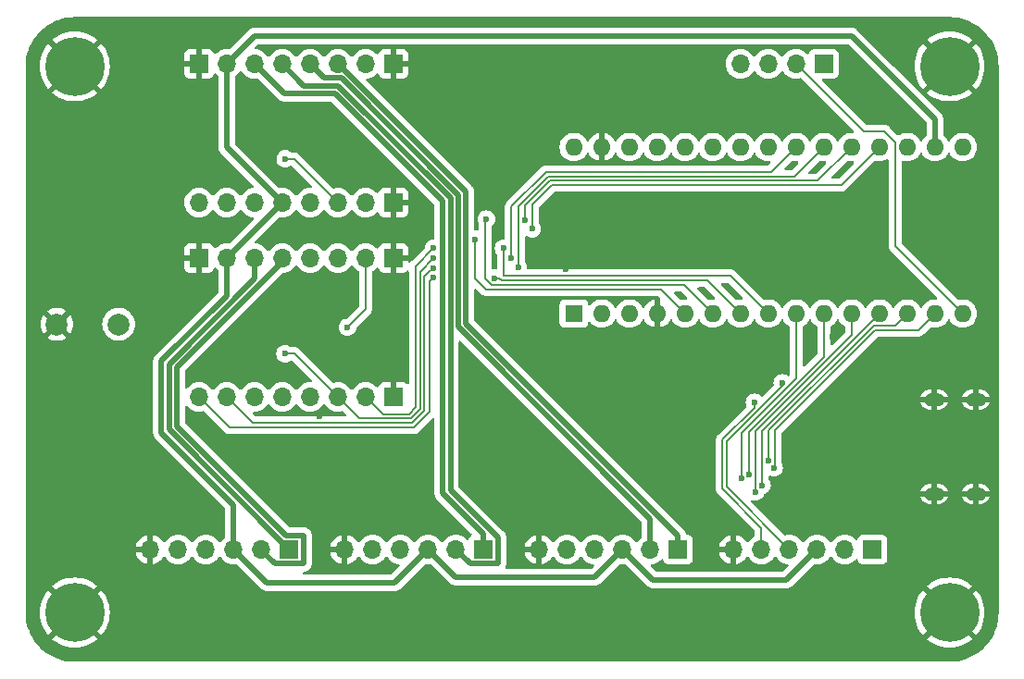
<source format=gbr>
%TF.GenerationSoftware,KiCad,Pcbnew,8.0.6*%
%TF.CreationDate,2024-11-20T18:20:58+00:00*%
%TF.ProjectId,NORMMotorControlBoard,4e4f524d-4d6f-4746-9f72-436f6e74726f,rev?*%
%TF.SameCoordinates,Original*%
%TF.FileFunction,Copper,L2,Bot*%
%TF.FilePolarity,Positive*%
%FSLAX46Y46*%
G04 Gerber Fmt 4.6, Leading zero omitted, Abs format (unit mm)*
G04 Created by KiCad (PCBNEW 8.0.6) date 2024-11-20 18:20:58*
%MOMM*%
%LPD*%
G01*
G04 APERTURE LIST*
%TA.AperFunction,EtchedComponent*%
%ADD10C,0.010000*%
%TD*%
%TA.AperFunction,ComponentPad*%
%ADD11R,1.700000X1.700000*%
%TD*%
%TA.AperFunction,ComponentPad*%
%ADD12O,1.700000X1.700000*%
%TD*%
%TA.AperFunction,ComponentPad*%
%ADD13C,5.400000*%
%TD*%
%TA.AperFunction,ComponentPad*%
%ADD14C,2.000000*%
%TD*%
%TA.AperFunction,ComponentPad*%
%ADD15O,1.600000X0.800000*%
%TD*%
%TA.AperFunction,ComponentPad*%
%ADD16R,1.600000X1.600000*%
%TD*%
%TA.AperFunction,ComponentPad*%
%ADD17O,1.600000X1.600000*%
%TD*%
%TA.AperFunction,ViaPad*%
%ADD18C,0.600000*%
%TD*%
%TA.AperFunction,Conductor*%
%ADD19C,0.200000*%
%TD*%
%TA.AperFunction,Conductor*%
%ADD20C,0.500000*%
%TD*%
G04 APERTURE END LIST*
D10*
%TO.C,J5*%
X153920000Y-94951000D02*
X153948000Y-94953000D01*
X153977000Y-94957000D01*
X154005000Y-94962000D01*
X154033000Y-94969000D01*
X154061000Y-94977000D01*
X154088000Y-94987000D01*
X154115000Y-94998000D01*
X154141000Y-95010000D01*
X154166000Y-95024000D01*
X154191000Y-95039000D01*
X154214000Y-95055000D01*
X154237000Y-95073000D01*
X154259000Y-95091000D01*
X154280000Y-95111000D01*
X154300000Y-95132000D01*
X154318000Y-95154000D01*
X154336000Y-95177000D01*
X154352000Y-95200000D01*
X154367000Y-95225000D01*
X154381000Y-95250000D01*
X154393000Y-95276000D01*
X154404000Y-95303000D01*
X154414000Y-95330000D01*
X154422000Y-95358000D01*
X154429000Y-95386000D01*
X154434000Y-95414000D01*
X154438000Y-95443000D01*
X154440000Y-95471000D01*
X154441000Y-95500000D01*
X154440000Y-95529000D01*
X154438000Y-95557000D01*
X154434000Y-95586000D01*
X154429000Y-95614000D01*
X154422000Y-95642000D01*
X154414000Y-95670000D01*
X154404000Y-95697000D01*
X154393000Y-95724000D01*
X154381000Y-95750000D01*
X154367000Y-95775000D01*
X154352000Y-95800000D01*
X154336000Y-95823000D01*
X154318000Y-95846000D01*
X154300000Y-95868000D01*
X154280000Y-95889000D01*
X154259000Y-95909000D01*
X154237000Y-95927000D01*
X154214000Y-95945000D01*
X154191000Y-95961000D01*
X154166000Y-95976000D01*
X154141000Y-95990000D01*
X154115000Y-96002000D01*
X154088000Y-96013000D01*
X154061000Y-96023000D01*
X154033000Y-96031000D01*
X154005000Y-96038000D01*
X153977000Y-96043000D01*
X153948000Y-96047000D01*
X153920000Y-96049000D01*
X153891000Y-96050000D01*
X153291000Y-96050000D01*
X153262000Y-96049000D01*
X153234000Y-96047000D01*
X153205000Y-96043000D01*
X153177000Y-96038000D01*
X153149000Y-96031000D01*
X153121000Y-96023000D01*
X153094000Y-96013000D01*
X153067000Y-96002000D01*
X153041000Y-95990000D01*
X153016000Y-95976000D01*
X152991000Y-95961000D01*
X152968000Y-95945000D01*
X152945000Y-95927000D01*
X152923000Y-95909000D01*
X152902000Y-95889000D01*
X152882000Y-95868000D01*
X152864000Y-95846000D01*
X152846000Y-95823000D01*
X152830000Y-95800000D01*
X152815000Y-95775000D01*
X152801000Y-95750000D01*
X152789000Y-95724000D01*
X152778000Y-95697000D01*
X152768000Y-95670000D01*
X152760000Y-95642000D01*
X152753000Y-95614000D01*
X152748000Y-95586000D01*
X152744000Y-95557000D01*
X152742000Y-95529000D01*
X152741000Y-95500000D01*
X152742000Y-95471000D01*
X152744000Y-95443000D01*
X152748000Y-95414000D01*
X152753000Y-95386000D01*
X152760000Y-95358000D01*
X152768000Y-95330000D01*
X152778000Y-95303000D01*
X152789000Y-95276000D01*
X152801000Y-95250000D01*
X152815000Y-95225000D01*
X152830000Y-95200000D01*
X152846000Y-95177000D01*
X152864000Y-95154000D01*
X152882000Y-95132000D01*
X152902000Y-95111000D01*
X152923000Y-95091000D01*
X152945000Y-95073000D01*
X152968000Y-95055000D01*
X152991000Y-95039000D01*
X153016000Y-95024000D01*
X153041000Y-95010000D01*
X153067000Y-94998000D01*
X153094000Y-94987000D01*
X153121000Y-94977000D01*
X153149000Y-94969000D01*
X153177000Y-94962000D01*
X153205000Y-94957000D01*
X153234000Y-94953000D01*
X153262000Y-94951000D01*
X153291000Y-94950000D01*
X153891000Y-94950000D01*
X153920000Y-94951000D01*
%TA.AperFunction,EtchedComponent*%
G36*
X153920000Y-94951000D02*
G01*
X153948000Y-94953000D01*
X153977000Y-94957000D01*
X154005000Y-94962000D01*
X154033000Y-94969000D01*
X154061000Y-94977000D01*
X154088000Y-94987000D01*
X154115000Y-94998000D01*
X154141000Y-95010000D01*
X154166000Y-95024000D01*
X154191000Y-95039000D01*
X154214000Y-95055000D01*
X154237000Y-95073000D01*
X154259000Y-95091000D01*
X154280000Y-95111000D01*
X154300000Y-95132000D01*
X154318000Y-95154000D01*
X154336000Y-95177000D01*
X154352000Y-95200000D01*
X154367000Y-95225000D01*
X154381000Y-95250000D01*
X154393000Y-95276000D01*
X154404000Y-95303000D01*
X154414000Y-95330000D01*
X154422000Y-95358000D01*
X154429000Y-95386000D01*
X154434000Y-95414000D01*
X154438000Y-95443000D01*
X154440000Y-95471000D01*
X154441000Y-95500000D01*
X154440000Y-95529000D01*
X154438000Y-95557000D01*
X154434000Y-95586000D01*
X154429000Y-95614000D01*
X154422000Y-95642000D01*
X154414000Y-95670000D01*
X154404000Y-95697000D01*
X154393000Y-95724000D01*
X154381000Y-95750000D01*
X154367000Y-95775000D01*
X154352000Y-95800000D01*
X154336000Y-95823000D01*
X154318000Y-95846000D01*
X154300000Y-95868000D01*
X154280000Y-95889000D01*
X154259000Y-95909000D01*
X154237000Y-95927000D01*
X154214000Y-95945000D01*
X154191000Y-95961000D01*
X154166000Y-95976000D01*
X154141000Y-95990000D01*
X154115000Y-96002000D01*
X154088000Y-96013000D01*
X154061000Y-96023000D01*
X154033000Y-96031000D01*
X154005000Y-96038000D01*
X153977000Y-96043000D01*
X153948000Y-96047000D01*
X153920000Y-96049000D01*
X153891000Y-96050000D01*
X153291000Y-96050000D01*
X153262000Y-96049000D01*
X153234000Y-96047000D01*
X153205000Y-96043000D01*
X153177000Y-96038000D01*
X153149000Y-96031000D01*
X153121000Y-96023000D01*
X153094000Y-96013000D01*
X153067000Y-96002000D01*
X153041000Y-95990000D01*
X153016000Y-95976000D01*
X152991000Y-95961000D01*
X152968000Y-95945000D01*
X152945000Y-95927000D01*
X152923000Y-95909000D01*
X152902000Y-95889000D01*
X152882000Y-95868000D01*
X152864000Y-95846000D01*
X152846000Y-95823000D01*
X152830000Y-95800000D01*
X152815000Y-95775000D01*
X152801000Y-95750000D01*
X152789000Y-95724000D01*
X152778000Y-95697000D01*
X152768000Y-95670000D01*
X152760000Y-95642000D01*
X152753000Y-95614000D01*
X152748000Y-95586000D01*
X152744000Y-95557000D01*
X152742000Y-95529000D01*
X152741000Y-95500000D01*
X152742000Y-95471000D01*
X152744000Y-95443000D01*
X152748000Y-95414000D01*
X152753000Y-95386000D01*
X152760000Y-95358000D01*
X152768000Y-95330000D01*
X152778000Y-95303000D01*
X152789000Y-95276000D01*
X152801000Y-95250000D01*
X152815000Y-95225000D01*
X152830000Y-95200000D01*
X152846000Y-95177000D01*
X152864000Y-95154000D01*
X152882000Y-95132000D01*
X152902000Y-95111000D01*
X152923000Y-95091000D01*
X152945000Y-95073000D01*
X152968000Y-95055000D01*
X152991000Y-95039000D01*
X153016000Y-95024000D01*
X153041000Y-95010000D01*
X153067000Y-94998000D01*
X153094000Y-94987000D01*
X153121000Y-94977000D01*
X153149000Y-94969000D01*
X153177000Y-94962000D01*
X153205000Y-94957000D01*
X153234000Y-94953000D01*
X153262000Y-94951000D01*
X153291000Y-94950000D01*
X153891000Y-94950000D01*
X153920000Y-94951000D01*
G37*
%TD.AperFunction*%
X153920000Y-103591000D02*
X153948000Y-103593000D01*
X153977000Y-103597000D01*
X154005000Y-103602000D01*
X154033000Y-103609000D01*
X154061000Y-103617000D01*
X154088000Y-103627000D01*
X154115000Y-103638000D01*
X154141000Y-103650000D01*
X154166000Y-103664000D01*
X154191000Y-103679000D01*
X154214000Y-103695000D01*
X154237000Y-103713000D01*
X154259000Y-103731000D01*
X154280000Y-103751000D01*
X154300000Y-103772000D01*
X154318000Y-103794000D01*
X154336000Y-103817000D01*
X154352000Y-103840000D01*
X154367000Y-103865000D01*
X154381000Y-103890000D01*
X154393000Y-103916000D01*
X154404000Y-103943000D01*
X154414000Y-103970000D01*
X154422000Y-103998000D01*
X154429000Y-104026000D01*
X154434000Y-104054000D01*
X154438000Y-104083000D01*
X154440000Y-104111000D01*
X154441000Y-104140000D01*
X154440000Y-104169000D01*
X154438000Y-104197000D01*
X154434000Y-104226000D01*
X154429000Y-104254000D01*
X154422000Y-104282000D01*
X154414000Y-104310000D01*
X154404000Y-104337000D01*
X154393000Y-104364000D01*
X154381000Y-104390000D01*
X154367000Y-104415000D01*
X154352000Y-104440000D01*
X154336000Y-104463000D01*
X154318000Y-104486000D01*
X154300000Y-104508000D01*
X154280000Y-104529000D01*
X154259000Y-104549000D01*
X154237000Y-104567000D01*
X154214000Y-104585000D01*
X154191000Y-104601000D01*
X154166000Y-104616000D01*
X154141000Y-104630000D01*
X154115000Y-104642000D01*
X154088000Y-104653000D01*
X154061000Y-104663000D01*
X154033000Y-104671000D01*
X154005000Y-104678000D01*
X153977000Y-104683000D01*
X153948000Y-104687000D01*
X153920000Y-104689000D01*
X153891000Y-104690000D01*
X153291000Y-104690000D01*
X153262000Y-104689000D01*
X153234000Y-104687000D01*
X153205000Y-104683000D01*
X153177000Y-104678000D01*
X153149000Y-104671000D01*
X153121000Y-104663000D01*
X153094000Y-104653000D01*
X153067000Y-104642000D01*
X153041000Y-104630000D01*
X153016000Y-104616000D01*
X152991000Y-104601000D01*
X152968000Y-104585000D01*
X152945000Y-104567000D01*
X152923000Y-104549000D01*
X152902000Y-104529000D01*
X152882000Y-104508000D01*
X152864000Y-104486000D01*
X152846000Y-104463000D01*
X152830000Y-104440000D01*
X152815000Y-104415000D01*
X152801000Y-104390000D01*
X152789000Y-104364000D01*
X152778000Y-104337000D01*
X152768000Y-104310000D01*
X152760000Y-104282000D01*
X152753000Y-104254000D01*
X152748000Y-104226000D01*
X152744000Y-104197000D01*
X152742000Y-104169000D01*
X152741000Y-104140000D01*
X152742000Y-104111000D01*
X152744000Y-104083000D01*
X152748000Y-104054000D01*
X152753000Y-104026000D01*
X152760000Y-103998000D01*
X152768000Y-103970000D01*
X152778000Y-103943000D01*
X152789000Y-103916000D01*
X152801000Y-103890000D01*
X152815000Y-103865000D01*
X152830000Y-103840000D01*
X152846000Y-103817000D01*
X152864000Y-103794000D01*
X152882000Y-103772000D01*
X152902000Y-103751000D01*
X152923000Y-103731000D01*
X152945000Y-103713000D01*
X152968000Y-103695000D01*
X152991000Y-103679000D01*
X153016000Y-103664000D01*
X153041000Y-103650000D01*
X153067000Y-103638000D01*
X153094000Y-103627000D01*
X153121000Y-103617000D01*
X153149000Y-103609000D01*
X153177000Y-103602000D01*
X153205000Y-103597000D01*
X153234000Y-103593000D01*
X153262000Y-103591000D01*
X153291000Y-103590000D01*
X153891000Y-103590000D01*
X153920000Y-103591000D01*
%TA.AperFunction,EtchedComponent*%
G36*
X153920000Y-103591000D02*
G01*
X153948000Y-103593000D01*
X153977000Y-103597000D01*
X154005000Y-103602000D01*
X154033000Y-103609000D01*
X154061000Y-103617000D01*
X154088000Y-103627000D01*
X154115000Y-103638000D01*
X154141000Y-103650000D01*
X154166000Y-103664000D01*
X154191000Y-103679000D01*
X154214000Y-103695000D01*
X154237000Y-103713000D01*
X154259000Y-103731000D01*
X154280000Y-103751000D01*
X154300000Y-103772000D01*
X154318000Y-103794000D01*
X154336000Y-103817000D01*
X154352000Y-103840000D01*
X154367000Y-103865000D01*
X154381000Y-103890000D01*
X154393000Y-103916000D01*
X154404000Y-103943000D01*
X154414000Y-103970000D01*
X154422000Y-103998000D01*
X154429000Y-104026000D01*
X154434000Y-104054000D01*
X154438000Y-104083000D01*
X154440000Y-104111000D01*
X154441000Y-104140000D01*
X154440000Y-104169000D01*
X154438000Y-104197000D01*
X154434000Y-104226000D01*
X154429000Y-104254000D01*
X154422000Y-104282000D01*
X154414000Y-104310000D01*
X154404000Y-104337000D01*
X154393000Y-104364000D01*
X154381000Y-104390000D01*
X154367000Y-104415000D01*
X154352000Y-104440000D01*
X154336000Y-104463000D01*
X154318000Y-104486000D01*
X154300000Y-104508000D01*
X154280000Y-104529000D01*
X154259000Y-104549000D01*
X154237000Y-104567000D01*
X154214000Y-104585000D01*
X154191000Y-104601000D01*
X154166000Y-104616000D01*
X154141000Y-104630000D01*
X154115000Y-104642000D01*
X154088000Y-104653000D01*
X154061000Y-104663000D01*
X154033000Y-104671000D01*
X154005000Y-104678000D01*
X153977000Y-104683000D01*
X153948000Y-104687000D01*
X153920000Y-104689000D01*
X153891000Y-104690000D01*
X153291000Y-104690000D01*
X153262000Y-104689000D01*
X153234000Y-104687000D01*
X153205000Y-104683000D01*
X153177000Y-104678000D01*
X153149000Y-104671000D01*
X153121000Y-104663000D01*
X153094000Y-104653000D01*
X153067000Y-104642000D01*
X153041000Y-104630000D01*
X153016000Y-104616000D01*
X152991000Y-104601000D01*
X152968000Y-104585000D01*
X152945000Y-104567000D01*
X152923000Y-104549000D01*
X152902000Y-104529000D01*
X152882000Y-104508000D01*
X152864000Y-104486000D01*
X152846000Y-104463000D01*
X152830000Y-104440000D01*
X152815000Y-104415000D01*
X152801000Y-104390000D01*
X152789000Y-104364000D01*
X152778000Y-104337000D01*
X152768000Y-104310000D01*
X152760000Y-104282000D01*
X152753000Y-104254000D01*
X152748000Y-104226000D01*
X152744000Y-104197000D01*
X152742000Y-104169000D01*
X152741000Y-104140000D01*
X152742000Y-104111000D01*
X152744000Y-104083000D01*
X152748000Y-104054000D01*
X152753000Y-104026000D01*
X152760000Y-103998000D01*
X152768000Y-103970000D01*
X152778000Y-103943000D01*
X152789000Y-103916000D01*
X152801000Y-103890000D01*
X152815000Y-103865000D01*
X152830000Y-103840000D01*
X152846000Y-103817000D01*
X152864000Y-103794000D01*
X152882000Y-103772000D01*
X152902000Y-103751000D01*
X152923000Y-103731000D01*
X152945000Y-103713000D01*
X152968000Y-103695000D01*
X152991000Y-103679000D01*
X153016000Y-103664000D01*
X153041000Y-103650000D01*
X153067000Y-103638000D01*
X153094000Y-103627000D01*
X153121000Y-103617000D01*
X153149000Y-103609000D01*
X153177000Y-103602000D01*
X153205000Y-103597000D01*
X153234000Y-103593000D01*
X153262000Y-103591000D01*
X153291000Y-103590000D01*
X153891000Y-103590000D01*
X153920000Y-103591000D01*
G37*
%TD.AperFunction*%
X157720000Y-94951000D02*
X157748000Y-94953000D01*
X157777000Y-94957000D01*
X157805000Y-94962000D01*
X157833000Y-94969000D01*
X157861000Y-94977000D01*
X157888000Y-94987000D01*
X157915000Y-94998000D01*
X157941000Y-95010000D01*
X157966000Y-95024000D01*
X157991000Y-95039000D01*
X158014000Y-95055000D01*
X158037000Y-95073000D01*
X158059000Y-95091000D01*
X158080000Y-95111000D01*
X158100000Y-95132000D01*
X158118000Y-95154000D01*
X158136000Y-95177000D01*
X158152000Y-95200000D01*
X158167000Y-95225000D01*
X158181000Y-95250000D01*
X158193000Y-95276000D01*
X158204000Y-95303000D01*
X158214000Y-95330000D01*
X158222000Y-95358000D01*
X158229000Y-95386000D01*
X158234000Y-95414000D01*
X158238000Y-95443000D01*
X158240000Y-95471000D01*
X158241000Y-95500000D01*
X158240000Y-95529000D01*
X158238000Y-95557000D01*
X158234000Y-95586000D01*
X158229000Y-95614000D01*
X158222000Y-95642000D01*
X158214000Y-95670000D01*
X158204000Y-95697000D01*
X158193000Y-95724000D01*
X158181000Y-95750000D01*
X158167000Y-95775000D01*
X158152000Y-95800000D01*
X158136000Y-95823000D01*
X158118000Y-95846000D01*
X158100000Y-95868000D01*
X158080000Y-95889000D01*
X158059000Y-95909000D01*
X158037000Y-95927000D01*
X158014000Y-95945000D01*
X157991000Y-95961000D01*
X157966000Y-95976000D01*
X157941000Y-95990000D01*
X157915000Y-96002000D01*
X157888000Y-96013000D01*
X157861000Y-96023000D01*
X157833000Y-96031000D01*
X157805000Y-96038000D01*
X157777000Y-96043000D01*
X157748000Y-96047000D01*
X157720000Y-96049000D01*
X157691000Y-96050000D01*
X157091000Y-96050000D01*
X157062000Y-96049000D01*
X157034000Y-96047000D01*
X157005000Y-96043000D01*
X156977000Y-96038000D01*
X156949000Y-96031000D01*
X156921000Y-96023000D01*
X156894000Y-96013000D01*
X156867000Y-96002000D01*
X156841000Y-95990000D01*
X156816000Y-95976000D01*
X156791000Y-95961000D01*
X156768000Y-95945000D01*
X156745000Y-95927000D01*
X156723000Y-95909000D01*
X156702000Y-95889000D01*
X156682000Y-95868000D01*
X156664000Y-95846000D01*
X156646000Y-95823000D01*
X156630000Y-95800000D01*
X156615000Y-95775000D01*
X156601000Y-95750000D01*
X156589000Y-95724000D01*
X156578000Y-95697000D01*
X156568000Y-95670000D01*
X156560000Y-95642000D01*
X156553000Y-95614000D01*
X156548000Y-95586000D01*
X156544000Y-95557000D01*
X156542000Y-95529000D01*
X156541000Y-95500000D01*
X156542000Y-95471000D01*
X156544000Y-95443000D01*
X156548000Y-95414000D01*
X156553000Y-95386000D01*
X156560000Y-95358000D01*
X156568000Y-95330000D01*
X156578000Y-95303000D01*
X156589000Y-95276000D01*
X156601000Y-95250000D01*
X156615000Y-95225000D01*
X156630000Y-95200000D01*
X156646000Y-95177000D01*
X156664000Y-95154000D01*
X156682000Y-95132000D01*
X156702000Y-95111000D01*
X156723000Y-95091000D01*
X156745000Y-95073000D01*
X156768000Y-95055000D01*
X156791000Y-95039000D01*
X156816000Y-95024000D01*
X156841000Y-95010000D01*
X156867000Y-94998000D01*
X156894000Y-94987000D01*
X156921000Y-94977000D01*
X156949000Y-94969000D01*
X156977000Y-94962000D01*
X157005000Y-94957000D01*
X157034000Y-94953000D01*
X157062000Y-94951000D01*
X157091000Y-94950000D01*
X157691000Y-94950000D01*
X157720000Y-94951000D01*
%TA.AperFunction,EtchedComponent*%
G36*
X157720000Y-94951000D02*
G01*
X157748000Y-94953000D01*
X157777000Y-94957000D01*
X157805000Y-94962000D01*
X157833000Y-94969000D01*
X157861000Y-94977000D01*
X157888000Y-94987000D01*
X157915000Y-94998000D01*
X157941000Y-95010000D01*
X157966000Y-95024000D01*
X157991000Y-95039000D01*
X158014000Y-95055000D01*
X158037000Y-95073000D01*
X158059000Y-95091000D01*
X158080000Y-95111000D01*
X158100000Y-95132000D01*
X158118000Y-95154000D01*
X158136000Y-95177000D01*
X158152000Y-95200000D01*
X158167000Y-95225000D01*
X158181000Y-95250000D01*
X158193000Y-95276000D01*
X158204000Y-95303000D01*
X158214000Y-95330000D01*
X158222000Y-95358000D01*
X158229000Y-95386000D01*
X158234000Y-95414000D01*
X158238000Y-95443000D01*
X158240000Y-95471000D01*
X158241000Y-95500000D01*
X158240000Y-95529000D01*
X158238000Y-95557000D01*
X158234000Y-95586000D01*
X158229000Y-95614000D01*
X158222000Y-95642000D01*
X158214000Y-95670000D01*
X158204000Y-95697000D01*
X158193000Y-95724000D01*
X158181000Y-95750000D01*
X158167000Y-95775000D01*
X158152000Y-95800000D01*
X158136000Y-95823000D01*
X158118000Y-95846000D01*
X158100000Y-95868000D01*
X158080000Y-95889000D01*
X158059000Y-95909000D01*
X158037000Y-95927000D01*
X158014000Y-95945000D01*
X157991000Y-95961000D01*
X157966000Y-95976000D01*
X157941000Y-95990000D01*
X157915000Y-96002000D01*
X157888000Y-96013000D01*
X157861000Y-96023000D01*
X157833000Y-96031000D01*
X157805000Y-96038000D01*
X157777000Y-96043000D01*
X157748000Y-96047000D01*
X157720000Y-96049000D01*
X157691000Y-96050000D01*
X157091000Y-96050000D01*
X157062000Y-96049000D01*
X157034000Y-96047000D01*
X157005000Y-96043000D01*
X156977000Y-96038000D01*
X156949000Y-96031000D01*
X156921000Y-96023000D01*
X156894000Y-96013000D01*
X156867000Y-96002000D01*
X156841000Y-95990000D01*
X156816000Y-95976000D01*
X156791000Y-95961000D01*
X156768000Y-95945000D01*
X156745000Y-95927000D01*
X156723000Y-95909000D01*
X156702000Y-95889000D01*
X156682000Y-95868000D01*
X156664000Y-95846000D01*
X156646000Y-95823000D01*
X156630000Y-95800000D01*
X156615000Y-95775000D01*
X156601000Y-95750000D01*
X156589000Y-95724000D01*
X156578000Y-95697000D01*
X156568000Y-95670000D01*
X156560000Y-95642000D01*
X156553000Y-95614000D01*
X156548000Y-95586000D01*
X156544000Y-95557000D01*
X156542000Y-95529000D01*
X156541000Y-95500000D01*
X156542000Y-95471000D01*
X156544000Y-95443000D01*
X156548000Y-95414000D01*
X156553000Y-95386000D01*
X156560000Y-95358000D01*
X156568000Y-95330000D01*
X156578000Y-95303000D01*
X156589000Y-95276000D01*
X156601000Y-95250000D01*
X156615000Y-95225000D01*
X156630000Y-95200000D01*
X156646000Y-95177000D01*
X156664000Y-95154000D01*
X156682000Y-95132000D01*
X156702000Y-95111000D01*
X156723000Y-95091000D01*
X156745000Y-95073000D01*
X156768000Y-95055000D01*
X156791000Y-95039000D01*
X156816000Y-95024000D01*
X156841000Y-95010000D01*
X156867000Y-94998000D01*
X156894000Y-94987000D01*
X156921000Y-94977000D01*
X156949000Y-94969000D01*
X156977000Y-94962000D01*
X157005000Y-94957000D01*
X157034000Y-94953000D01*
X157062000Y-94951000D01*
X157091000Y-94950000D01*
X157691000Y-94950000D01*
X157720000Y-94951000D01*
G37*
%TD.AperFunction*%
X157720000Y-103591000D02*
X157748000Y-103593000D01*
X157777000Y-103597000D01*
X157805000Y-103602000D01*
X157833000Y-103609000D01*
X157861000Y-103617000D01*
X157888000Y-103627000D01*
X157915000Y-103638000D01*
X157941000Y-103650000D01*
X157966000Y-103664000D01*
X157991000Y-103679000D01*
X158014000Y-103695000D01*
X158037000Y-103713000D01*
X158059000Y-103731000D01*
X158080000Y-103751000D01*
X158100000Y-103772000D01*
X158118000Y-103794000D01*
X158136000Y-103817000D01*
X158152000Y-103840000D01*
X158167000Y-103865000D01*
X158181000Y-103890000D01*
X158193000Y-103916000D01*
X158204000Y-103943000D01*
X158214000Y-103970000D01*
X158222000Y-103998000D01*
X158229000Y-104026000D01*
X158234000Y-104054000D01*
X158238000Y-104083000D01*
X158240000Y-104111000D01*
X158241000Y-104140000D01*
X158240000Y-104169000D01*
X158238000Y-104197000D01*
X158234000Y-104226000D01*
X158229000Y-104254000D01*
X158222000Y-104282000D01*
X158214000Y-104310000D01*
X158204000Y-104337000D01*
X158193000Y-104364000D01*
X158181000Y-104390000D01*
X158167000Y-104415000D01*
X158152000Y-104440000D01*
X158136000Y-104463000D01*
X158118000Y-104486000D01*
X158100000Y-104508000D01*
X158080000Y-104529000D01*
X158059000Y-104549000D01*
X158037000Y-104567000D01*
X158014000Y-104585000D01*
X157991000Y-104601000D01*
X157966000Y-104616000D01*
X157941000Y-104630000D01*
X157915000Y-104642000D01*
X157888000Y-104653000D01*
X157861000Y-104663000D01*
X157833000Y-104671000D01*
X157805000Y-104678000D01*
X157777000Y-104683000D01*
X157748000Y-104687000D01*
X157720000Y-104689000D01*
X157691000Y-104690000D01*
X157091000Y-104690000D01*
X157062000Y-104689000D01*
X157034000Y-104687000D01*
X157005000Y-104683000D01*
X156977000Y-104678000D01*
X156949000Y-104671000D01*
X156921000Y-104663000D01*
X156894000Y-104653000D01*
X156867000Y-104642000D01*
X156841000Y-104630000D01*
X156816000Y-104616000D01*
X156791000Y-104601000D01*
X156768000Y-104585000D01*
X156745000Y-104567000D01*
X156723000Y-104549000D01*
X156702000Y-104529000D01*
X156682000Y-104508000D01*
X156664000Y-104486000D01*
X156646000Y-104463000D01*
X156630000Y-104440000D01*
X156615000Y-104415000D01*
X156601000Y-104390000D01*
X156589000Y-104364000D01*
X156578000Y-104337000D01*
X156568000Y-104310000D01*
X156560000Y-104282000D01*
X156553000Y-104254000D01*
X156548000Y-104226000D01*
X156544000Y-104197000D01*
X156542000Y-104169000D01*
X156541000Y-104140000D01*
X156542000Y-104111000D01*
X156544000Y-104083000D01*
X156548000Y-104054000D01*
X156553000Y-104026000D01*
X156560000Y-103998000D01*
X156568000Y-103970000D01*
X156578000Y-103943000D01*
X156589000Y-103916000D01*
X156601000Y-103890000D01*
X156615000Y-103865000D01*
X156630000Y-103840000D01*
X156646000Y-103817000D01*
X156664000Y-103794000D01*
X156682000Y-103772000D01*
X156702000Y-103751000D01*
X156723000Y-103731000D01*
X156745000Y-103713000D01*
X156768000Y-103695000D01*
X156791000Y-103679000D01*
X156816000Y-103664000D01*
X156841000Y-103650000D01*
X156867000Y-103638000D01*
X156894000Y-103627000D01*
X156921000Y-103617000D01*
X156949000Y-103609000D01*
X156977000Y-103602000D01*
X157005000Y-103597000D01*
X157034000Y-103593000D01*
X157062000Y-103591000D01*
X157091000Y-103590000D01*
X157691000Y-103590000D01*
X157720000Y-103591000D01*
%TA.AperFunction,EtchedComponent*%
G36*
X157720000Y-103591000D02*
G01*
X157748000Y-103593000D01*
X157777000Y-103597000D01*
X157805000Y-103602000D01*
X157833000Y-103609000D01*
X157861000Y-103617000D01*
X157888000Y-103627000D01*
X157915000Y-103638000D01*
X157941000Y-103650000D01*
X157966000Y-103664000D01*
X157991000Y-103679000D01*
X158014000Y-103695000D01*
X158037000Y-103713000D01*
X158059000Y-103731000D01*
X158080000Y-103751000D01*
X158100000Y-103772000D01*
X158118000Y-103794000D01*
X158136000Y-103817000D01*
X158152000Y-103840000D01*
X158167000Y-103865000D01*
X158181000Y-103890000D01*
X158193000Y-103916000D01*
X158204000Y-103943000D01*
X158214000Y-103970000D01*
X158222000Y-103998000D01*
X158229000Y-104026000D01*
X158234000Y-104054000D01*
X158238000Y-104083000D01*
X158240000Y-104111000D01*
X158241000Y-104140000D01*
X158240000Y-104169000D01*
X158238000Y-104197000D01*
X158234000Y-104226000D01*
X158229000Y-104254000D01*
X158222000Y-104282000D01*
X158214000Y-104310000D01*
X158204000Y-104337000D01*
X158193000Y-104364000D01*
X158181000Y-104390000D01*
X158167000Y-104415000D01*
X158152000Y-104440000D01*
X158136000Y-104463000D01*
X158118000Y-104486000D01*
X158100000Y-104508000D01*
X158080000Y-104529000D01*
X158059000Y-104549000D01*
X158037000Y-104567000D01*
X158014000Y-104585000D01*
X157991000Y-104601000D01*
X157966000Y-104616000D01*
X157941000Y-104630000D01*
X157915000Y-104642000D01*
X157888000Y-104653000D01*
X157861000Y-104663000D01*
X157833000Y-104671000D01*
X157805000Y-104678000D01*
X157777000Y-104683000D01*
X157748000Y-104687000D01*
X157720000Y-104689000D01*
X157691000Y-104690000D01*
X157091000Y-104690000D01*
X157062000Y-104689000D01*
X157034000Y-104687000D01*
X157005000Y-104683000D01*
X156977000Y-104678000D01*
X156949000Y-104671000D01*
X156921000Y-104663000D01*
X156894000Y-104653000D01*
X156867000Y-104642000D01*
X156841000Y-104630000D01*
X156816000Y-104616000D01*
X156791000Y-104601000D01*
X156768000Y-104585000D01*
X156745000Y-104567000D01*
X156723000Y-104549000D01*
X156702000Y-104529000D01*
X156682000Y-104508000D01*
X156664000Y-104486000D01*
X156646000Y-104463000D01*
X156630000Y-104440000D01*
X156615000Y-104415000D01*
X156601000Y-104390000D01*
X156589000Y-104364000D01*
X156578000Y-104337000D01*
X156568000Y-104310000D01*
X156560000Y-104282000D01*
X156553000Y-104254000D01*
X156548000Y-104226000D01*
X156544000Y-104197000D01*
X156542000Y-104169000D01*
X156541000Y-104140000D01*
X156542000Y-104111000D01*
X156544000Y-104083000D01*
X156548000Y-104054000D01*
X156553000Y-104026000D01*
X156560000Y-103998000D01*
X156568000Y-103970000D01*
X156578000Y-103943000D01*
X156589000Y-103916000D01*
X156601000Y-103890000D01*
X156615000Y-103865000D01*
X156630000Y-103840000D01*
X156646000Y-103817000D01*
X156664000Y-103794000D01*
X156682000Y-103772000D01*
X156702000Y-103751000D01*
X156723000Y-103731000D01*
X156745000Y-103713000D01*
X156768000Y-103695000D01*
X156791000Y-103679000D01*
X156816000Y-103664000D01*
X156841000Y-103650000D01*
X156867000Y-103638000D01*
X156894000Y-103627000D01*
X156921000Y-103617000D01*
X156949000Y-103609000D01*
X156977000Y-103602000D01*
X157005000Y-103597000D01*
X157034000Y-103593000D01*
X157062000Y-103591000D01*
X157091000Y-103590000D01*
X157691000Y-103590000D01*
X157720000Y-103591000D01*
G37*
%TD.AperFunction*%
%TD*%
D11*
%TO.P,J2,1,Pin_1*%
%TO.N,FL_M+*%
X112395000Y-109220000D03*
D12*
%TO.P,J2,2,Pin_2*%
%TO.N,FL_M-*%
X109855000Y-109220000D03*
%TO.P,J2,3,Pin_3*%
%TO.N,+3.3V*%
X107315000Y-109220000D03*
%TO.P,J2,4,Pin_4*%
%TO.N,FL_ENC_A*%
X104775000Y-109220000D03*
%TO.P,J2,5,Pin_5*%
%TO.N,FL_ENC_B*%
X102235000Y-109220000D03*
%TO.P,J2,6,Pin_6*%
%TO.N,GND*%
X99695000Y-109220000D03*
%TD*%
D13*
%TO.P,H3,1,1*%
%TO.N,GND*%
X75000000Y-115000000D03*
%TD*%
%TO.P,H4,1,1*%
%TO.N,GND*%
X155000000Y-115000000D03*
%TD*%
D12*
%TO.P,M1,1,PWMA*%
%TO.N,FL_SPEED*%
X86360000Y-77470000D03*
%TO.P,M1,2,AIN2*%
%TO.N,FL_DIR*%
X88900000Y-77470000D03*
%TO.P,M1,3,AIN1*%
%TO.N,/FL_DIR_INV*%
X91440000Y-77470000D03*
%TO.P,M1,4,~{STBY}*%
%TO.N,+3.3V*%
X93980000Y-77470000D03*
%TO.P,M1,5,BIN1*%
%TO.N,/FR_DIR_INV*%
X96520000Y-77470000D03*
%TO.P,M1,6,BIN2*%
%TO.N,FR_DIR*%
X99060000Y-77470000D03*
%TO.P,M1,7,PWMB*%
%TO.N,FR_SPEED*%
X101600000Y-77470000D03*
D11*
%TO.P,M1,8,GND*%
%TO.N,GND*%
X104140000Y-77470000D03*
%TO.P,M1,9,GND*%
X104140000Y-64770000D03*
D12*
%TO.P,M1,10,VMOT*%
%TO.N,+5V*%
X101600000Y-64770000D03*
%TO.P,M1,11,BO1*%
%TO.N,FR_M+*%
X99060000Y-64770000D03*
%TO.P,M1,12,BO2*%
%TO.N,FR_M-*%
X96520000Y-64770000D03*
%TO.P,M1,13,AO2*%
%TO.N,FL_M-*%
X93980000Y-64770000D03*
%TO.P,M1,14,AO1*%
%TO.N,FL_M+*%
X91440000Y-64770000D03*
%TO.P,M1,15,VCC*%
%TO.N,+3.3V*%
X88900000Y-64770000D03*
D11*
%TO.P,M1,16,GND*%
%TO.N,GND*%
X86360000Y-64770000D03*
%TD*%
%TO.P,J4,1,Pin_1*%
%TO.N,BR_M+*%
X147955000Y-109220000D03*
D12*
%TO.P,J4,2,Pin_2*%
%TO.N,BR_M-*%
X145415000Y-109220000D03*
%TO.P,J4,3,Pin_3*%
%TO.N,+3.3V*%
X142875000Y-109220000D03*
%TO.P,J4,4,Pin_4*%
%TO.N,BR_ENC_A*%
X140335000Y-109220000D03*
%TO.P,J4,5,Pin_5*%
%TO.N,BR_ENC_B*%
X137795000Y-109220000D03*
%TO.P,J4,6,Pin_6*%
%TO.N,GND*%
X135255000Y-109220000D03*
%TD*%
D14*
%TO.P,SW1,1,1*%
%TO.N,GND*%
X73375000Y-88615000D03*
%TO.P,SW1,2,2*%
%TO.N,Net-(A1-~{RESET}-Pad3)*%
X79025000Y-88615000D03*
%TD*%
D15*
%TO.P,J5,S1,SHIELD*%
%TO.N,GND*%
X153591000Y-104140000D03*
%TO.P,J5,S2,SHIELD*%
X153591000Y-95500000D03*
%TO.P,J5,S3,SHIELD*%
X157391000Y-104140000D03*
%TO.P,J5,S4,SHIELD*%
X157391000Y-95500000D03*
%TD*%
D16*
%TO.P,A1,1,TX1*%
%TO.N,unconnected-(A1-TX1-Pad1)*%
X120650000Y-87630000D03*
D17*
%TO.P,A1,2,RX1*%
%TO.N,unconnected-(A1-RX1-Pad2)*%
X123190000Y-87630000D03*
%TO.P,A1,3,~{RESET}*%
%TO.N,Net-(A1-~{RESET}-Pad3)*%
X125730000Y-87630000D03*
%TO.P,A1,4,GND*%
%TO.N,GND*%
X128270000Y-87630000D03*
%TO.P,A1,5,D2*%
%TO.N,FL_SPEED*%
X130810000Y-87630000D03*
%TO.P,A1,6,D3*%
%TO.N,FR_SPEED*%
X133350000Y-87630000D03*
%TO.P,A1,7,D4*%
%TO.N,BL_SPEED*%
X135890000Y-87630000D03*
%TO.P,A1,8,D5*%
%TO.N,BR_SPEED*%
X138430000Y-87630000D03*
%TO.P,A1,9,D6*%
%TO.N,FL_ENC_A*%
X140970000Y-87630000D03*
%TO.P,A1,10,D7*%
%TO.N,FL_ENC_B*%
X143510000Y-87630000D03*
%TO.P,A1,11,D8*%
%TO.N,FR_ENC_A*%
X146050000Y-87630000D03*
%TO.P,A1,12,D9*%
%TO.N,FR_ENC_B*%
X148590000Y-87630000D03*
%TO.P,A1,13,D10*%
%TO.N,BL_ENC_A*%
X151130000Y-87630000D03*
%TO.P,A1,14,MOSI*%
%TO.N,BL_ENC_B*%
X153670000Y-87630000D03*
%TO.P,A1,15,MISO*%
%TO.N,D12*%
X156210000Y-87630000D03*
%TO.P,A1,16,SCK*%
%TO.N,D13*%
X156210000Y-72390000D03*
%TO.P,A1,17,3V3*%
%TO.N,+3.3V*%
X153670000Y-72390000D03*
%TO.P,A1,18,AREF*%
%TO.N,unconnected-(A1-AREF-Pad18)*%
X151130000Y-72390000D03*
%TO.P,A1,19,A0*%
%TO.N,FL_DIR*%
X148590000Y-72390000D03*
%TO.P,A1,20,A1*%
%TO.N,FR_DIR*%
X146050000Y-72390000D03*
%TO.P,A1,21,A2*%
%TO.N,BL_DIR*%
X143510000Y-72390000D03*
%TO.P,A1,22,A3*%
%TO.N,BR_DIR*%
X140970000Y-72390000D03*
%TO.P,A1,23,SDA/A4*%
%TO.N,A4*%
X138430000Y-72390000D03*
%TO.P,A1,24,SCL/A5*%
%TO.N,A5*%
X135890000Y-72390000D03*
%TO.P,A1,25,A6*%
%TO.N,BR_ENC_A*%
X133350000Y-72390000D03*
%TO.P,A1,26,A7*%
%TO.N,BR_ENC_B*%
X130810000Y-72390000D03*
%TO.P,A1,27,+5V*%
%TO.N,unconnected-(A1-+5V-Pad27)*%
X128270000Y-72390000D03*
%TO.P,A1,28,~{RESET}*%
%TO.N,unconnected-(A1-~{RESET}-Pad28)*%
X125730000Y-72390000D03*
%TO.P,A1,29,GND*%
%TO.N,GND*%
X123190000Y-72390000D03*
%TO.P,A1,30,VIN*%
%TO.N,+5V*%
X120650000Y-72390000D03*
%TD*%
D13*
%TO.P,H1,1,1*%
%TO.N,GND*%
X75000000Y-65000000D03*
%TD*%
D11*
%TO.P,J6,1,Pin_1*%
%TO.N,D13*%
X143500000Y-64770000D03*
D12*
%TO.P,J6,2,Pin_2*%
%TO.N,D12*%
X140960000Y-64770000D03*
%TO.P,J6,3,Pin_3*%
%TO.N,A4*%
X138420000Y-64770000D03*
%TO.P,J6,4,Pin_4*%
%TO.N,A5*%
X135880000Y-64770000D03*
%TD*%
D11*
%TO.P,J3,1,Pin_1*%
%TO.N,FR_M+*%
X130175000Y-109220000D03*
D12*
%TO.P,J3,2,Pin_2*%
%TO.N,FR_M-*%
X127635000Y-109220000D03*
%TO.P,J3,3,Pin_3*%
%TO.N,+3.3V*%
X125095000Y-109220000D03*
%TO.P,J3,4,Pin_4*%
%TO.N,FR_ENC_A*%
X122555000Y-109220000D03*
%TO.P,J3,5,Pin_5*%
%TO.N,FR_ENC_B*%
X120015000Y-109220000D03*
%TO.P,J3,6,Pin_6*%
%TO.N,GND*%
X117475000Y-109220000D03*
%TD*%
%TO.P,M2,1,PWMA*%
%TO.N,BL_SPEED*%
X86360000Y-95250000D03*
%TO.P,M2,2,AIN2*%
%TO.N,BL_DIR*%
X88900000Y-95250000D03*
%TO.P,M2,3,AIN1*%
%TO.N,/BL_DIR_INV*%
X91440000Y-95250000D03*
%TO.P,M2,4,~{STBY}*%
%TO.N,+3.3V*%
X93980000Y-95250000D03*
%TO.P,M2,5,BIN1*%
%TO.N,/BR_DIR_INV*%
X96520000Y-95250000D03*
%TO.P,M2,6,BIN2*%
%TO.N,BR_DIR*%
X99060000Y-95250000D03*
%TO.P,M2,7,PWMB*%
%TO.N,BR_SPEED*%
X101600000Y-95250000D03*
D11*
%TO.P,M2,8,GND*%
%TO.N,GND*%
X104140000Y-95250000D03*
%TO.P,M2,9,GND*%
X104140000Y-82550000D03*
D12*
%TO.P,M2,10,VMOT*%
%TO.N,+5V*%
X101600000Y-82550000D03*
%TO.P,M2,11,BO1*%
%TO.N,BR_M+*%
X99060000Y-82550000D03*
%TO.P,M2,12,BO2*%
%TO.N,BR_M-*%
X96520000Y-82550000D03*
%TO.P,M2,13,AO2*%
%TO.N,BL_M-*%
X93980000Y-82550000D03*
%TO.P,M2,14,AO1*%
%TO.N,BL_M+*%
X91440000Y-82550000D03*
%TO.P,M2,15,VCC*%
%TO.N,+3.3V*%
X88900000Y-82550000D03*
D11*
%TO.P,M2,16,GND*%
%TO.N,GND*%
X86360000Y-82550000D03*
%TD*%
%TO.P,J1,1,Pin_1*%
%TO.N,BL_M+*%
X94615000Y-109220000D03*
D12*
%TO.P,J1,2,Pin_2*%
%TO.N,BL_M-*%
X92075000Y-109220000D03*
%TO.P,J1,3,Pin_3*%
%TO.N,+3.3V*%
X89535000Y-109220000D03*
%TO.P,J1,4,Pin_4*%
%TO.N,BL_ENC_A*%
X86995000Y-109220000D03*
%TO.P,J1,5,Pin_5*%
%TO.N,BL_ENC_B*%
X84455000Y-109220000D03*
%TO.P,J1,6,Pin_6*%
%TO.N,GND*%
X81915000Y-109220000D03*
%TD*%
D13*
%TO.P,H2,1,1*%
%TO.N,GND*%
X155000000Y-65000000D03*
%TD*%
D18*
%TO.N,GND*%
X151003000Y-99822000D03*
X97409000Y-97028000D03*
X135509000Y-85979000D03*
X132969000Y-85979000D03*
X130429000Y-85979000D03*
X140716000Y-74041000D03*
X143256000Y-74041000D03*
X145796000Y-74041000D03*
X144272000Y-89789000D03*
X119888000Y-83566000D03*
X139954000Y-82169000D03*
X145415000Y-78613000D03*
X153416000Y-79375000D03*
X144399000Y-82423000D03*
X128905000Y-80645000D03*
X94996000Y-75565000D03*
X97155000Y-79121000D03*
X113665000Y-80518000D03*
X142494000Y-90551000D03*
X146558000Y-106553000D03*
X94996000Y-93218000D03*
X112268000Y-86614000D03*
X89662000Y-79629000D03*
X101219000Y-106553000D03*
X104902000Y-104267000D03*
X98425000Y-102870000D03*
X86995000Y-92075000D03*
X86868000Y-85471000D03*
X94996000Y-85852000D03*
X91694000Y-90805000D03*
X86487000Y-69723000D03*
X90678000Y-68199000D03*
X91948000Y-72136000D03*
%TO.N,+5V*%
X99949000Y-88900000D03*
%TO.N,GND*%
X104267000Y-99187000D03*
X112141000Y-92837000D03*
X136906000Y-68707000D03*
X141097000Y-68580000D03*
X147447000Y-67437000D03*
%TO.N,FL_ENC_A*%
X135948551Y-102743000D03*
%TO.N,FL_ENC_B*%
X136652000Y-102362000D03*
%TO.N,FR_ENC_A*%
X137252000Y-103943000D03*
%TO.N,FR_ENC_B*%
X137852000Y-103343000D03*
%TO.N,BL_ENC_A*%
X138452000Y-101127000D03*
%TO.N,BL_ENC_B*%
X138955539Y-101748653D03*
%TO.N,BR_ENC_A*%
X139697206Y-93977206D03*
%TO.N,BR_ENC_B*%
X137160000Y-95758000D03*
%TO.N,FL_DIR*%
X116824877Y-79883000D03*
%TO.N,FR_SPEED*%
X112649000Y-78994000D03*
%TO.N,FL_SPEED*%
X111627529Y-80845000D03*
%TO.N,FR_DIR*%
X116170000Y-79121000D03*
%TO.N,BR_SPEED*%
X114219456Y-81661000D03*
%TO.N,BR_DIR*%
X114935000Y-82550000D03*
%TO.N,BL_DIR*%
X115570000Y-83439000D03*
%TO.N,BL_SPEED*%
X113347500Y-84391500D03*
X107807000Y-84369250D03*
%TO.N,BL_DIR*%
X107823000Y-83483498D03*
%TO.N,BR_DIR*%
X107823000Y-82550000D03*
%TO.N,BR_SPEED*%
X107823000Y-81661000D03*
%TO.N,BR_DIR*%
X94234000Y-91313000D03*
%TO.N,FR_DIR*%
X94250499Y-73467000D03*
%TD*%
D19*
%TO.N,FL_SPEED*%
X128581000Y-85401000D02*
X130810000Y-87630000D01*
X112579000Y-85401000D02*
X128581000Y-85401000D01*
X111627529Y-84449529D02*
X112579000Y-85401000D01*
X111627529Y-80845000D02*
X111627529Y-84449529D01*
%TO.N,FR_SPEED*%
X130721000Y-85001000D02*
X133350000Y-87630000D01*
X113108471Y-85001000D02*
X130721000Y-85001000D01*
X112522000Y-84414529D02*
X113108471Y-85001000D01*
X112522000Y-79121000D02*
X112522000Y-84414529D01*
X112649000Y-78994000D02*
X112522000Y-79121000D01*
%TO.N,BL_SPEED*%
X132861000Y-84601000D02*
X135890000Y-87630000D01*
X114053771Y-84601000D02*
X132861000Y-84601000D01*
X113844271Y-84391500D02*
X114053771Y-84601000D01*
X113347500Y-84391500D02*
X113844271Y-84391500D01*
%TO.N,BR_SPEED*%
X135001000Y-84201000D02*
X138430000Y-87630000D01*
X114219456Y-84201000D02*
X135001000Y-84201000D01*
X114219456Y-81661000D02*
X114219456Y-84201000D01*
%TO.N,FL_DIR*%
X145104000Y-75876000D02*
X148590000Y-72390000D01*
X118618686Y-75876000D02*
X145104000Y-75876000D01*
X116824877Y-77669809D02*
X118618686Y-75876000D01*
X116824877Y-79883000D02*
X116824877Y-77669809D01*
%TO.N,FR_DIR*%
X118453000Y-75476000D02*
X142964000Y-75476000D01*
X116170000Y-77759000D02*
X118453000Y-75476000D01*
X142964000Y-75476000D02*
X146050000Y-72390000D01*
X116170000Y-79121000D02*
X116170000Y-77759000D01*
%TO.N,BL_DIR*%
X140824000Y-75076000D02*
X143510000Y-72390000D01*
X118275686Y-75076000D02*
X140824000Y-75076000D01*
X115570000Y-83439000D02*
X115570000Y-77781686D01*
X115570000Y-77781686D02*
X118275686Y-75076000D01*
%TO.N,+5V*%
X101600000Y-87249000D02*
X101600000Y-82550000D01*
X99949000Y-88900000D02*
X101600000Y-87249000D01*
D20*
%TO.N,+3.3V*%
X153670000Y-69850000D02*
X153670000Y-72390000D01*
X146050000Y-62230000D02*
X153670000Y-69850000D01*
X91440000Y-62230000D02*
X146050000Y-62230000D01*
X88900000Y-64770000D02*
X91440000Y-62230000D01*
D19*
%TO.N,D12*%
X150030000Y-81450000D02*
X156210000Y-87630000D01*
X149055635Y-70960000D02*
X150030000Y-71934365D01*
X150030000Y-71934365D02*
X150030000Y-81450000D01*
X147150000Y-70960000D02*
X149055635Y-70960000D01*
X140960000Y-64770000D02*
X147150000Y-70960000D01*
%TO.N,BR_ENC_A*%
X134620000Y-103505000D02*
X140335000Y-109220000D01*
X139697206Y-94260050D02*
X134620000Y-99337256D01*
X134620000Y-99337256D02*
X134620000Y-103505000D01*
X139697206Y-93977206D02*
X139697206Y-94260050D01*
%TO.N,BR_DIR*%
X118110000Y-74676000D02*
X138684000Y-74676000D01*
X138684000Y-74676000D02*
X140970000Y-72390000D01*
X114935000Y-82550000D02*
X114935000Y-77851000D01*
X114935000Y-77851000D02*
X118110000Y-74676000D01*
%TO.N,BL_ENC_B*%
X148221372Y-89130000D02*
X152170000Y-89130000D01*
X139052000Y-101652192D02*
X139052000Y-98299372D01*
X138955539Y-101748653D02*
X139052000Y-101652192D01*
X139052000Y-98299372D02*
X148221372Y-89130000D01*
X152170000Y-89130000D02*
X153670000Y-87630000D01*
%TO.N,BL_ENC_A*%
X150030000Y-88730000D02*
X151130000Y-87630000D01*
X148055686Y-88730000D02*
X150030000Y-88730000D01*
X138452000Y-98333686D02*
X148055686Y-88730000D01*
X138452000Y-101127000D02*
X138452000Y-98333686D01*
%TO.N,FR_ENC_B*%
X137852000Y-98368000D02*
X148590000Y-87630000D01*
X137852000Y-103343000D02*
X137852000Y-98368000D01*
%TO.N,FR_ENC_A*%
X146050000Y-89604314D02*
X146050000Y-87630000D01*
X137252000Y-103943000D02*
X137252000Y-98402314D01*
X137252000Y-98402314D02*
X146050000Y-89604314D01*
D20*
%TO.N,FR_M-*%
X99370050Y-66070000D02*
X97820000Y-66070000D01*
X110068086Y-76768036D02*
X99370050Y-66070000D01*
X110068086Y-88833036D02*
X110068086Y-76768036D01*
X127635000Y-106399950D02*
X110068086Y-88833036D01*
X127635000Y-109220000D02*
X127635000Y-106399950D01*
X97820000Y-66070000D02*
X96520000Y-64770000D01*
%TO.N,FL_M+*%
X108668086Y-77347936D02*
X98790150Y-67470000D01*
X112395000Y-107823000D02*
X108668086Y-104096086D01*
X112395000Y-109220000D02*
X112395000Y-107823000D01*
X108668086Y-104096086D02*
X108668086Y-77347936D01*
X98790150Y-67470000D02*
X94140000Y-67470000D01*
X94140000Y-67470000D02*
X91440000Y-64770000D01*
%TO.N,FL_M-*%
X113695000Y-110520000D02*
X111155000Y-110520000D01*
X113695000Y-108133050D02*
X113695000Y-110520000D01*
X109368086Y-103806136D02*
X113695000Y-108133050D01*
X109368086Y-77057986D02*
X109368086Y-103806136D01*
X111155000Y-110520000D02*
X109855000Y-109220000D01*
X95980000Y-66770000D02*
X99080100Y-66770000D01*
X99080100Y-66770000D02*
X109368086Y-77057986D01*
X93980000Y-64770000D02*
X95980000Y-66770000D01*
%TO.N,FR_M+*%
X110768086Y-88543086D02*
X110768086Y-76478086D01*
X130175000Y-107950000D02*
X110768086Y-88543086D01*
X130175000Y-109220000D02*
X130175000Y-107950000D01*
X110768086Y-76478086D02*
X99060000Y-64770000D01*
%TO.N,BL_M-*%
X92075000Y-109280000D02*
X92075000Y-109220000D01*
X94304950Y-107920000D02*
X95915000Y-107920000D01*
X84328000Y-97943050D02*
X94304950Y-107920000D01*
X93315000Y-110520000D02*
X92075000Y-109280000D01*
X84328000Y-92556950D02*
X84328000Y-97943050D01*
X93980000Y-82904950D02*
X84328000Y-92556950D01*
X95915000Y-107920000D02*
X95915000Y-110520000D01*
X93980000Y-82550000D02*
X93980000Y-82904950D01*
X95915000Y-110520000D02*
X93315000Y-110520000D01*
%TO.N,FL_M-*%
X109855000Y-109220000D02*
X110109000Y-108966000D01*
%TO.N,+3.3V*%
X89535000Y-105129950D02*
X89535000Y-109220000D01*
X82928000Y-98522950D02*
X89535000Y-105129950D01*
X82928000Y-91977050D02*
X82928000Y-98522950D01*
X88900000Y-86005050D02*
X82928000Y-91977050D01*
X88900000Y-82550000D02*
X88900000Y-86005050D01*
%TO.N,BL_M+*%
X83628000Y-92267000D02*
X83628000Y-98233000D01*
X91440000Y-84455000D02*
X83628000Y-92267000D01*
X83628000Y-98233000D02*
X94615000Y-109220000D01*
X91440000Y-82550000D02*
X91440000Y-84455000D01*
%TO.N,+3.3V*%
X92583000Y-112268000D02*
X89535000Y-109220000D01*
X107315000Y-109220000D02*
X104267000Y-112268000D01*
X104267000Y-112268000D02*
X92583000Y-112268000D01*
X122555000Y-111760000D02*
X125095000Y-109220000D01*
X109855000Y-111760000D02*
X122555000Y-111760000D01*
X107315000Y-109220000D02*
X109855000Y-111760000D01*
X127889000Y-112014000D02*
X125095000Y-109220000D01*
X140081000Y-112014000D02*
X127889000Y-112014000D01*
X142875000Y-109220000D02*
X140081000Y-112014000D01*
D19*
X93980000Y-95885000D02*
X93980000Y-95250000D01*
D20*
X88900000Y-72390000D02*
X93980000Y-77470000D01*
X88900000Y-64770000D02*
X88900000Y-72390000D01*
D19*
%TO.N,FR_DIR*%
X95057000Y-73467000D02*
X99060000Y-77470000D01*
X94250499Y-73467000D02*
X95057000Y-73467000D01*
%TO.N,BR_DIR*%
X95123000Y-91313000D02*
X99060000Y-95250000D01*
X94234000Y-91313000D02*
X95123000Y-91313000D01*
D20*
%TO.N,+3.3V*%
X93980000Y-77470000D02*
X88900000Y-82550000D01*
D19*
%TO.N,BR_ENC_B*%
X134220000Y-103670686D02*
X137795000Y-107245686D01*
X137795000Y-107245686D02*
X137795000Y-109220000D01*
X134220000Y-99171570D02*
X134220000Y-103670686D01*
X137160000Y-96231570D02*
X134220000Y-99171570D01*
X137160000Y-95758000D02*
X137160000Y-96231570D01*
%TO.N,FL_ENC_A*%
X140970000Y-93552942D02*
X140970000Y-87630000D01*
X135948551Y-98574391D02*
X140970000Y-93552942D01*
X135948551Y-102743000D02*
X135948551Y-98574391D01*
%TO.N,FL_ENC_B*%
X143510000Y-91578628D02*
X143510000Y-87630000D01*
X136652000Y-98436628D02*
X143510000Y-91578628D01*
X136652000Y-102362000D02*
X136652000Y-98436628D01*
%TO.N,BR_SPEED*%
X103194000Y-96844000D02*
X101600000Y-95250000D01*
X106184186Y-83299814D02*
X106184186Y-96215179D01*
X106184186Y-96215179D02*
X105555365Y-96844000D01*
X107823000Y-81661000D02*
X106184186Y-83299814D01*
X105555365Y-96844000D02*
X103194000Y-96844000D01*
%TO.N,BR_DIR*%
X101054000Y-97244000D02*
X99060000Y-95250000D01*
X105721051Y-97244000D02*
X101054000Y-97244000D01*
X106584186Y-83788814D02*
X106584186Y-96380865D01*
X106584186Y-96380865D02*
X105721051Y-97244000D01*
X107823000Y-82550000D02*
X106584186Y-83788814D01*
%TO.N,BL_DIR*%
X107622997Y-83683501D02*
X107823000Y-83483498D01*
X107574471Y-83683501D02*
X107622997Y-83683501D01*
X106984186Y-96546551D02*
X106984186Y-84273786D01*
X91294000Y-97644000D02*
X105886737Y-97644000D01*
X105886737Y-97644000D02*
X106984186Y-96546551D01*
X106984186Y-84273786D02*
X107574471Y-83683501D01*
X88900000Y-95250000D02*
X91294000Y-97644000D01*
%TO.N,BL_SPEED*%
X89154000Y-98044000D02*
X86360000Y-95250000D01*
X107461000Y-96635423D02*
X106052423Y-98044000D01*
X106052423Y-98044000D02*
X89154000Y-98044000D01*
X107461000Y-84715250D02*
X107461000Y-96635423D01*
X107807000Y-84369250D02*
X107461000Y-84715250D01*
%TD*%
%TA.AperFunction,Conductor*%
%TO.N,GND*%
G36*
X85283703Y-96073918D02*
G01*
X85304073Y-96096506D01*
X85321505Y-96121401D01*
X85488599Y-96288495D01*
X85501554Y-96297566D01*
X85682165Y-96424032D01*
X85682167Y-96424033D01*
X85682170Y-96424035D01*
X85896337Y-96523903D01*
X86124592Y-96585063D01*
X86312918Y-96601539D01*
X86359999Y-96605659D01*
X86360000Y-96605659D01*
X86360001Y-96605659D01*
X86399234Y-96602226D01*
X86595408Y-96585063D01*
X86723757Y-96550672D01*
X86793606Y-96552335D01*
X86843530Y-96582765D01*
X88785284Y-98524520D01*
X88785286Y-98524521D01*
X88785290Y-98524524D01*
X88922209Y-98603573D01*
X88922212Y-98603575D01*
X88922216Y-98603577D01*
X89074943Y-98644501D01*
X89074945Y-98644501D01*
X89240654Y-98644501D01*
X89240670Y-98644500D01*
X105965754Y-98644500D01*
X105965770Y-98644501D01*
X105973366Y-98644501D01*
X106131477Y-98644501D01*
X106131480Y-98644501D01*
X106284208Y-98603577D01*
X106350209Y-98565471D01*
X106421139Y-98524520D01*
X106532943Y-98412716D01*
X106532943Y-98412714D01*
X106543147Y-98402511D01*
X106543150Y-98402506D01*
X107705906Y-97239750D01*
X107767228Y-97206267D01*
X107836920Y-97211251D01*
X107892853Y-97253123D01*
X107917270Y-97318587D01*
X107917586Y-97327433D01*
X107917586Y-104170004D01*
X107917586Y-104170006D01*
X107917585Y-104170006D01*
X107946426Y-104314993D01*
X107946429Y-104315003D01*
X108003000Y-104451578D01*
X108035898Y-104500813D01*
X108035899Y-104500816D01*
X108085132Y-104574500D01*
X108085138Y-104574507D01*
X111278208Y-107767575D01*
X111311693Y-107828898D01*
X111306709Y-107898590D01*
X111264840Y-107954522D01*
X111187451Y-108012456D01*
X111101206Y-108127664D01*
X111101203Y-108127669D01*
X111052189Y-108259083D01*
X111010317Y-108315016D01*
X110944853Y-108339433D01*
X110876580Y-108324581D01*
X110848326Y-108303430D01*
X110726402Y-108181506D01*
X110726395Y-108181501D01*
X110532834Y-108045967D01*
X110532830Y-108045965D01*
X110460970Y-108012456D01*
X110318663Y-107946097D01*
X110318659Y-107946096D01*
X110318655Y-107946094D01*
X110090413Y-107884938D01*
X110090403Y-107884936D01*
X109855001Y-107864341D01*
X109854999Y-107864341D01*
X109619596Y-107884936D01*
X109619586Y-107884938D01*
X109391344Y-107946094D01*
X109391335Y-107946098D01*
X109177171Y-108045964D01*
X109177169Y-108045965D01*
X108983597Y-108181505D01*
X108816505Y-108348597D01*
X108686575Y-108534158D01*
X108631998Y-108577783D01*
X108562500Y-108584977D01*
X108500145Y-108553454D01*
X108483425Y-108534158D01*
X108353494Y-108348597D01*
X108186402Y-108181506D01*
X108186395Y-108181501D01*
X107992834Y-108045967D01*
X107992830Y-108045965D01*
X107920970Y-108012456D01*
X107778663Y-107946097D01*
X107778659Y-107946096D01*
X107778655Y-107946094D01*
X107550413Y-107884938D01*
X107550403Y-107884936D01*
X107315001Y-107864341D01*
X107314999Y-107864341D01*
X107079596Y-107884936D01*
X107079586Y-107884938D01*
X106851344Y-107946094D01*
X106851335Y-107946098D01*
X106637171Y-108045964D01*
X106637169Y-108045965D01*
X106443597Y-108181505D01*
X106276505Y-108348597D01*
X106146575Y-108534158D01*
X106091998Y-108577783D01*
X106022500Y-108584977D01*
X105960145Y-108553454D01*
X105943425Y-108534158D01*
X105813494Y-108348597D01*
X105646402Y-108181506D01*
X105646395Y-108181501D01*
X105452834Y-108045967D01*
X105452830Y-108045965D01*
X105380970Y-108012456D01*
X105238663Y-107946097D01*
X105238659Y-107946096D01*
X105238655Y-107946094D01*
X105010413Y-107884938D01*
X105010403Y-107884936D01*
X104775001Y-107864341D01*
X104774999Y-107864341D01*
X104539596Y-107884936D01*
X104539586Y-107884938D01*
X104311344Y-107946094D01*
X104311335Y-107946098D01*
X104097171Y-108045964D01*
X104097169Y-108045965D01*
X103903597Y-108181505D01*
X103736505Y-108348597D01*
X103606575Y-108534158D01*
X103551998Y-108577783D01*
X103482500Y-108584977D01*
X103420145Y-108553454D01*
X103403425Y-108534158D01*
X103273494Y-108348597D01*
X103106402Y-108181506D01*
X103106395Y-108181501D01*
X102912834Y-108045967D01*
X102912830Y-108045965D01*
X102840970Y-108012456D01*
X102698663Y-107946097D01*
X102698659Y-107946096D01*
X102698655Y-107946094D01*
X102470413Y-107884938D01*
X102470403Y-107884936D01*
X102235001Y-107864341D01*
X102234999Y-107864341D01*
X101999596Y-107884936D01*
X101999586Y-107884938D01*
X101771344Y-107946094D01*
X101771335Y-107946098D01*
X101557171Y-108045964D01*
X101557169Y-108045965D01*
X101363597Y-108181505D01*
X101196508Y-108348594D01*
X101066269Y-108534595D01*
X101011692Y-108578219D01*
X100942193Y-108585412D01*
X100879839Y-108553890D01*
X100863119Y-108534594D01*
X100733113Y-108348926D01*
X100733108Y-108348920D01*
X100566082Y-108181894D01*
X100372578Y-108046399D01*
X100158492Y-107946570D01*
X100158486Y-107946567D01*
X99945000Y-107889364D01*
X99945000Y-108786988D01*
X99887993Y-108754075D01*
X99760826Y-108720000D01*
X99629174Y-108720000D01*
X99502007Y-108754075D01*
X99445000Y-108786988D01*
X99445000Y-107889364D01*
X99444999Y-107889364D01*
X99231513Y-107946567D01*
X99231507Y-107946570D01*
X99017422Y-108046399D01*
X99017420Y-108046400D01*
X98823926Y-108181886D01*
X98823920Y-108181891D01*
X98656891Y-108348920D01*
X98656886Y-108348926D01*
X98521400Y-108542420D01*
X98521399Y-108542422D01*
X98421570Y-108756507D01*
X98421567Y-108756513D01*
X98364364Y-108969999D01*
X98364364Y-108970000D01*
X99261988Y-108970000D01*
X99229075Y-109027007D01*
X99195000Y-109154174D01*
X99195000Y-109285826D01*
X99229075Y-109412993D01*
X99261988Y-109470000D01*
X98364364Y-109470000D01*
X98421567Y-109683486D01*
X98421570Y-109683492D01*
X98521399Y-109897578D01*
X98656894Y-110091082D01*
X98823917Y-110258105D01*
X99017421Y-110393600D01*
X99231507Y-110493429D01*
X99231516Y-110493433D01*
X99445000Y-110550634D01*
X99445000Y-109653012D01*
X99502007Y-109685925D01*
X99629174Y-109720000D01*
X99760826Y-109720000D01*
X99887993Y-109685925D01*
X99945000Y-109653012D01*
X99945000Y-110550633D01*
X100158483Y-110493433D01*
X100158492Y-110493429D01*
X100372578Y-110393600D01*
X100566082Y-110258105D01*
X100733105Y-110091082D01*
X100863119Y-109905405D01*
X100917696Y-109861781D01*
X100987195Y-109854588D01*
X101049549Y-109886110D01*
X101066269Y-109905405D01*
X101196505Y-110091401D01*
X101363599Y-110258495D01*
X101460384Y-110326265D01*
X101557165Y-110394032D01*
X101557167Y-110394033D01*
X101557170Y-110394035D01*
X101771337Y-110493903D01*
X101999592Y-110555063D01*
X102179337Y-110570789D01*
X102234999Y-110575659D01*
X102235000Y-110575659D01*
X102235001Y-110575659D01*
X102290663Y-110570789D01*
X102470408Y-110555063D01*
X102698663Y-110493903D01*
X102912830Y-110394035D01*
X103106401Y-110258495D01*
X103273495Y-110091401D01*
X103403425Y-109905842D01*
X103458002Y-109862217D01*
X103527500Y-109855023D01*
X103589855Y-109886546D01*
X103606575Y-109905842D01*
X103736281Y-110091082D01*
X103736505Y-110091401D01*
X103903599Y-110258495D01*
X104000384Y-110326265D01*
X104097165Y-110394032D01*
X104097167Y-110394033D01*
X104097170Y-110394035D01*
X104311337Y-110493903D01*
X104539592Y-110555063D01*
X104623173Y-110562375D01*
X104688241Y-110587827D01*
X104729220Y-110644418D01*
X104733098Y-110714180D01*
X104700046Y-110773584D01*
X103992451Y-111481181D01*
X103931128Y-111514666D01*
X103904770Y-111517500D01*
X96005165Y-111517500D01*
X95938126Y-111497815D01*
X95892371Y-111445011D01*
X95882427Y-111375853D01*
X95911452Y-111312297D01*
X95970230Y-111274523D01*
X95983012Y-111272039D01*
X95982943Y-111271689D01*
X96123069Y-111243815D01*
X96133913Y-111241658D01*
X96270495Y-111185084D01*
X96393416Y-111102951D01*
X96497951Y-110998416D01*
X96580084Y-110875495D01*
X96636658Y-110738913D01*
X96655455Y-110644418D01*
X96665500Y-110593920D01*
X96665500Y-107846079D01*
X96636659Y-107701092D01*
X96636658Y-107701091D01*
X96636658Y-107701087D01*
X96636656Y-107701082D01*
X96580087Y-107564511D01*
X96580080Y-107564498D01*
X96497951Y-107441584D01*
X96497948Y-107441580D01*
X96393419Y-107337051D01*
X96393415Y-107337048D01*
X96270501Y-107254919D01*
X96270488Y-107254912D01*
X96133917Y-107198343D01*
X96133907Y-107198340D01*
X95988920Y-107169500D01*
X95988918Y-107169500D01*
X94667180Y-107169500D01*
X94600141Y-107149815D01*
X94579499Y-107133181D01*
X85114819Y-97668501D01*
X85081334Y-97607178D01*
X85078500Y-97580820D01*
X85078500Y-96167631D01*
X85098185Y-96100592D01*
X85150989Y-96054837D01*
X85220147Y-96044893D01*
X85283703Y-96073918D01*
G37*
%TD.AperFunction*%
%TA.AperFunction,Conductor*%
G36*
X111723789Y-85395470D02*
G01*
X111730267Y-85401502D01*
X112094139Y-85765374D01*
X112094149Y-85765385D01*
X112098479Y-85769715D01*
X112098480Y-85769716D01*
X112210284Y-85881520D01*
X112296217Y-85931133D01*
X112296218Y-85931134D01*
X112347209Y-85960574D01*
X112347210Y-85960574D01*
X112347215Y-85960577D01*
X112499942Y-86001500D01*
X112499943Y-86001500D01*
X128280903Y-86001500D01*
X128347942Y-86021185D01*
X128368584Y-86037819D01*
X128511621Y-86180856D01*
X128545106Y-86242179D01*
X128540122Y-86311871D01*
X128520000Y-86339086D01*
X128520000Y-87196988D01*
X128462993Y-87164075D01*
X128335826Y-87130000D01*
X128204174Y-87130000D01*
X128077007Y-87164075D01*
X128020000Y-87196988D01*
X128020000Y-86351127D01*
X127823671Y-86403734D01*
X127617517Y-86499865D01*
X127431179Y-86630342D01*
X127270342Y-86791179D01*
X127139867Y-86977515D01*
X127112657Y-87035867D01*
X127066484Y-87088306D01*
X126999290Y-87107457D01*
X126932409Y-87087241D01*
X126887893Y-87035865D01*
X126878602Y-87015941D01*
X126860568Y-86977266D01*
X126730047Y-86790861D01*
X126730045Y-86790858D01*
X126569141Y-86629954D01*
X126382734Y-86499432D01*
X126382732Y-86499431D01*
X126176497Y-86403261D01*
X126176488Y-86403258D01*
X125956697Y-86344366D01*
X125956693Y-86344365D01*
X125956692Y-86344365D01*
X125956691Y-86344364D01*
X125956686Y-86344364D01*
X125730002Y-86324532D01*
X125729998Y-86324532D01*
X125503313Y-86344364D01*
X125503302Y-86344366D01*
X125283511Y-86403258D01*
X125283502Y-86403261D01*
X125077267Y-86499431D01*
X125077265Y-86499432D01*
X124890858Y-86629954D01*
X124729954Y-86790858D01*
X124599432Y-86977265D01*
X124599431Y-86977267D01*
X124572382Y-87035275D01*
X124526209Y-87087714D01*
X124459016Y-87106866D01*
X124392135Y-87086650D01*
X124347618Y-87035275D01*
X124320568Y-86977266D01*
X124190047Y-86790861D01*
X124190045Y-86790858D01*
X124029141Y-86629954D01*
X123842734Y-86499432D01*
X123842732Y-86499431D01*
X123636497Y-86403261D01*
X123636488Y-86403258D01*
X123416697Y-86344366D01*
X123416693Y-86344365D01*
X123416692Y-86344365D01*
X123416691Y-86344364D01*
X123416686Y-86344364D01*
X123190002Y-86324532D01*
X123189998Y-86324532D01*
X122963313Y-86344364D01*
X122963302Y-86344366D01*
X122743511Y-86403258D01*
X122743502Y-86403261D01*
X122537267Y-86499431D01*
X122537265Y-86499432D01*
X122350858Y-86629954D01*
X122189954Y-86790858D01*
X122172725Y-86815464D01*
X122118147Y-86859088D01*
X122048648Y-86866280D01*
X121986294Y-86834757D01*
X121950882Y-86774526D01*
X121947861Y-86757591D01*
X121944091Y-86722516D01*
X121893797Y-86587671D01*
X121893793Y-86587664D01*
X121807547Y-86472455D01*
X121807544Y-86472452D01*
X121692335Y-86386206D01*
X121692328Y-86386202D01*
X121557482Y-86335908D01*
X121557483Y-86335908D01*
X121497883Y-86329501D01*
X121497881Y-86329500D01*
X121497873Y-86329500D01*
X121497864Y-86329500D01*
X119802129Y-86329500D01*
X119802123Y-86329501D01*
X119742516Y-86335908D01*
X119607671Y-86386202D01*
X119607664Y-86386206D01*
X119492455Y-86472452D01*
X119492452Y-86472455D01*
X119406206Y-86587664D01*
X119406202Y-86587671D01*
X119355908Y-86722517D01*
X119349501Y-86782116D01*
X119349500Y-86782135D01*
X119349500Y-88477870D01*
X119349501Y-88477876D01*
X119355908Y-88537483D01*
X119406202Y-88672328D01*
X119406206Y-88672335D01*
X119492452Y-88787544D01*
X119492455Y-88787547D01*
X119607664Y-88873793D01*
X119607671Y-88873797D01*
X119742517Y-88924091D01*
X119742516Y-88924091D01*
X119749444Y-88924835D01*
X119802127Y-88930500D01*
X121497872Y-88930499D01*
X121557483Y-88924091D01*
X121692331Y-88873796D01*
X121807546Y-88787546D01*
X121893796Y-88672331D01*
X121944091Y-88537483D01*
X121947862Y-88502401D01*
X121974599Y-88437855D01*
X122031990Y-88398006D01*
X122101816Y-88395511D01*
X122161905Y-88431163D01*
X122172726Y-88444536D01*
X122189956Y-88469143D01*
X122350858Y-88630045D01*
X122350861Y-88630047D01*
X122537266Y-88760568D01*
X122743504Y-88856739D01*
X122743509Y-88856740D01*
X122743511Y-88856741D01*
X122796415Y-88870916D01*
X122963308Y-88915635D01*
X123125230Y-88929801D01*
X123189998Y-88935468D01*
X123190000Y-88935468D01*
X123190002Y-88935468D01*
X123246807Y-88930498D01*
X123416692Y-88915635D01*
X123636496Y-88856739D01*
X123842734Y-88760568D01*
X124029139Y-88630047D01*
X124190047Y-88469139D01*
X124320568Y-88282734D01*
X124347618Y-88224724D01*
X124393790Y-88172285D01*
X124460983Y-88153133D01*
X124527865Y-88173348D01*
X124572382Y-88224725D01*
X124599429Y-88282728D01*
X124599432Y-88282734D01*
X124729954Y-88469141D01*
X124890858Y-88630045D01*
X124890861Y-88630047D01*
X125077266Y-88760568D01*
X125283504Y-88856739D01*
X125283509Y-88856740D01*
X125283511Y-88856741D01*
X125336415Y-88870916D01*
X125503308Y-88915635D01*
X125665230Y-88929801D01*
X125729998Y-88935468D01*
X125730000Y-88935468D01*
X125730002Y-88935468D01*
X125786807Y-88930498D01*
X125956692Y-88915635D01*
X126176496Y-88856739D01*
X126382734Y-88760568D01*
X126569139Y-88630047D01*
X126730047Y-88469139D01*
X126860568Y-88282734D01*
X126887895Y-88224129D01*
X126934064Y-88171695D01*
X127001257Y-88152542D01*
X127068139Y-88172757D01*
X127112657Y-88224133D01*
X127139865Y-88282482D01*
X127270342Y-88468820D01*
X127431179Y-88629657D01*
X127617517Y-88760134D01*
X127823673Y-88856265D01*
X127823682Y-88856269D01*
X128019999Y-88908872D01*
X128020000Y-88908871D01*
X128020000Y-88063012D01*
X128077007Y-88095925D01*
X128204174Y-88130000D01*
X128335826Y-88130000D01*
X128462993Y-88095925D01*
X128520000Y-88063012D01*
X128520000Y-88908872D01*
X128716317Y-88856269D01*
X128716326Y-88856265D01*
X128922482Y-88760134D01*
X129108820Y-88629657D01*
X129269657Y-88468820D01*
X129400132Y-88282484D01*
X129427341Y-88224134D01*
X129473513Y-88171695D01*
X129540707Y-88152542D01*
X129607588Y-88172757D01*
X129652106Y-88224133D01*
X129679431Y-88282732D01*
X129679432Y-88282734D01*
X129809954Y-88469141D01*
X129970858Y-88630045D01*
X129970861Y-88630047D01*
X130157266Y-88760568D01*
X130363504Y-88856739D01*
X130363509Y-88856740D01*
X130363511Y-88856741D01*
X130416415Y-88870916D01*
X130583308Y-88915635D01*
X130745230Y-88929801D01*
X130809998Y-88935468D01*
X130810000Y-88935468D01*
X130810002Y-88935468D01*
X130866807Y-88930498D01*
X131036692Y-88915635D01*
X131256496Y-88856739D01*
X131462734Y-88760568D01*
X131649139Y-88630047D01*
X131810047Y-88469139D01*
X131940568Y-88282734D01*
X131967618Y-88224724D01*
X132013790Y-88172285D01*
X132080983Y-88153133D01*
X132147865Y-88173348D01*
X132192382Y-88224725D01*
X132219429Y-88282728D01*
X132219432Y-88282734D01*
X132349954Y-88469141D01*
X132510858Y-88630045D01*
X132510861Y-88630047D01*
X132697266Y-88760568D01*
X132903504Y-88856739D01*
X132903509Y-88856740D01*
X132903511Y-88856741D01*
X132956415Y-88870916D01*
X133123308Y-88915635D01*
X133285230Y-88929801D01*
X133349998Y-88935468D01*
X133350000Y-88935468D01*
X133350002Y-88935468D01*
X133406807Y-88930498D01*
X133576692Y-88915635D01*
X133796496Y-88856739D01*
X134002734Y-88760568D01*
X134189139Y-88630047D01*
X134350047Y-88469139D01*
X134480568Y-88282734D01*
X134507618Y-88224724D01*
X134553790Y-88172285D01*
X134620983Y-88153133D01*
X134687865Y-88173348D01*
X134732382Y-88224725D01*
X134759429Y-88282728D01*
X134759432Y-88282734D01*
X134889954Y-88469141D01*
X135050858Y-88630045D01*
X135050861Y-88630047D01*
X135237266Y-88760568D01*
X135443504Y-88856739D01*
X135443509Y-88856740D01*
X135443511Y-88856741D01*
X135496415Y-88870916D01*
X135663308Y-88915635D01*
X135825230Y-88929801D01*
X135889998Y-88935468D01*
X135890000Y-88935468D01*
X135890002Y-88935468D01*
X135946807Y-88930498D01*
X136116692Y-88915635D01*
X136336496Y-88856739D01*
X136542734Y-88760568D01*
X136729139Y-88630047D01*
X136890047Y-88469139D01*
X137020568Y-88282734D01*
X137047618Y-88224724D01*
X137093790Y-88172285D01*
X137160983Y-88153133D01*
X137227865Y-88173348D01*
X137272382Y-88224725D01*
X137299429Y-88282728D01*
X137299432Y-88282734D01*
X137429954Y-88469141D01*
X137590858Y-88630045D01*
X137590861Y-88630047D01*
X137777266Y-88760568D01*
X137983504Y-88856739D01*
X137983509Y-88856740D01*
X137983511Y-88856741D01*
X138036415Y-88870916D01*
X138203308Y-88915635D01*
X138365230Y-88929801D01*
X138429998Y-88935468D01*
X138430000Y-88935468D01*
X138430002Y-88935468D01*
X138486807Y-88930498D01*
X138656692Y-88915635D01*
X138876496Y-88856739D01*
X139082734Y-88760568D01*
X139269139Y-88630047D01*
X139430047Y-88469139D01*
X139560568Y-88282734D01*
X139587618Y-88224724D01*
X139633790Y-88172285D01*
X139700983Y-88153133D01*
X139767865Y-88173348D01*
X139812382Y-88224725D01*
X139839429Y-88282728D01*
X139839432Y-88282734D01*
X139969954Y-88469141D01*
X140130858Y-88630045D01*
X140130861Y-88630047D01*
X140316624Y-88760118D01*
X140360248Y-88814693D01*
X140369500Y-88861692D01*
X140369500Y-93229867D01*
X140349815Y-93296906D01*
X140297011Y-93342661D01*
X140227853Y-93352605D01*
X140179528Y-93334861D01*
X140046729Y-93251417D01*
X139876460Y-93191837D01*
X139876455Y-93191836D01*
X139697210Y-93171641D01*
X139697202Y-93171641D01*
X139517956Y-93191836D01*
X139517951Y-93191837D01*
X139347682Y-93251417D01*
X139194943Y-93347390D01*
X139067390Y-93474943D01*
X138971417Y-93627682D01*
X138911837Y-93797951D01*
X138911836Y-93797956D01*
X138891641Y-93977202D01*
X138891641Y-93977210D01*
X138909173Y-94132820D01*
X138897118Y-94201642D01*
X138873634Y-94234384D01*
X137908729Y-95199289D01*
X137847406Y-95232774D01*
X137777714Y-95227790D01*
X137733367Y-95199289D01*
X137662262Y-95128184D01*
X137509523Y-95032211D01*
X137339254Y-94972631D01*
X137339249Y-94972630D01*
X137160004Y-94952435D01*
X137159996Y-94952435D01*
X136980750Y-94972630D01*
X136980745Y-94972631D01*
X136810476Y-95032211D01*
X136657737Y-95128184D01*
X136530184Y-95255737D01*
X136434211Y-95408476D01*
X136374631Y-95578745D01*
X136374630Y-95578750D01*
X136354435Y-95757996D01*
X136354435Y-95758003D01*
X136374630Y-95937249D01*
X136374632Y-95937257D01*
X136408633Y-96034426D01*
X136412194Y-96104204D01*
X136379272Y-96163061D01*
X133851286Y-98691048D01*
X133739481Y-98802852D01*
X133739480Y-98802854D01*
X133695838Y-98878445D01*
X133660423Y-98939785D01*
X133619499Y-99092513D01*
X133619499Y-99092515D01*
X133619499Y-99260616D01*
X133619500Y-99260629D01*
X133619500Y-103584016D01*
X133619499Y-103584034D01*
X133619499Y-103749740D01*
X133619498Y-103749740D01*
X133653726Y-103877476D01*
X133660423Y-103902471D01*
X133683823Y-103943000D01*
X133720927Y-104007268D01*
X133739479Y-104039401D01*
X133858349Y-104158271D01*
X133858355Y-104158276D01*
X137158181Y-107458102D01*
X137191666Y-107519425D01*
X137194500Y-107545783D01*
X137194500Y-107930908D01*
X137174815Y-107997947D01*
X137122914Y-108043286D01*
X137117173Y-108045963D01*
X137117169Y-108045965D01*
X136923597Y-108181505D01*
X136756508Y-108348594D01*
X136626269Y-108534595D01*
X136571692Y-108578219D01*
X136502193Y-108585412D01*
X136439839Y-108553890D01*
X136423119Y-108534594D01*
X136293113Y-108348926D01*
X136293108Y-108348920D01*
X136126082Y-108181894D01*
X135932578Y-108046399D01*
X135718492Y-107946570D01*
X135718486Y-107946567D01*
X135505000Y-107889364D01*
X135505000Y-108786988D01*
X135447993Y-108754075D01*
X135320826Y-108720000D01*
X135189174Y-108720000D01*
X135062007Y-108754075D01*
X135005000Y-108786988D01*
X135005000Y-107889364D01*
X135004999Y-107889364D01*
X134791513Y-107946567D01*
X134791507Y-107946570D01*
X134577422Y-108046399D01*
X134577420Y-108046400D01*
X134383926Y-108181886D01*
X134383920Y-108181891D01*
X134216891Y-108348920D01*
X134216886Y-108348926D01*
X134081400Y-108542420D01*
X134081399Y-108542422D01*
X133981570Y-108756507D01*
X133981567Y-108756513D01*
X133924364Y-108969999D01*
X133924364Y-108970000D01*
X134821988Y-108970000D01*
X134789075Y-109027007D01*
X134755000Y-109154174D01*
X134755000Y-109285826D01*
X134789075Y-109412993D01*
X134821988Y-109470000D01*
X133924364Y-109470000D01*
X133981567Y-109683486D01*
X133981570Y-109683492D01*
X134081399Y-109897578D01*
X134216894Y-110091082D01*
X134383917Y-110258105D01*
X134577421Y-110393600D01*
X134791507Y-110493429D01*
X134791516Y-110493433D01*
X135005000Y-110550634D01*
X135005000Y-109653012D01*
X135062007Y-109685925D01*
X135189174Y-109720000D01*
X135320826Y-109720000D01*
X135447993Y-109685925D01*
X135505000Y-109653012D01*
X135505000Y-110550633D01*
X135718483Y-110493433D01*
X135718492Y-110493429D01*
X135932578Y-110393600D01*
X136126082Y-110258105D01*
X136293105Y-110091082D01*
X136423119Y-109905405D01*
X136477696Y-109861781D01*
X136547195Y-109854588D01*
X136609549Y-109886110D01*
X136626269Y-109905405D01*
X136756505Y-110091401D01*
X136923599Y-110258495D01*
X137020384Y-110326265D01*
X137117165Y-110394032D01*
X137117167Y-110394033D01*
X137117170Y-110394035D01*
X137331337Y-110493903D01*
X137559592Y-110555063D01*
X137739337Y-110570789D01*
X137794999Y-110575659D01*
X137795000Y-110575659D01*
X137795001Y-110575659D01*
X137850663Y-110570789D01*
X138030408Y-110555063D01*
X138258663Y-110493903D01*
X138472830Y-110394035D01*
X138666401Y-110258495D01*
X138833495Y-110091401D01*
X138963425Y-109905842D01*
X139018002Y-109862217D01*
X139087500Y-109855023D01*
X139149855Y-109886546D01*
X139166575Y-109905842D01*
X139296281Y-110091082D01*
X139296505Y-110091401D01*
X139463599Y-110258495D01*
X139560384Y-110326265D01*
X139657165Y-110394032D01*
X139657167Y-110394033D01*
X139657170Y-110394035D01*
X139871337Y-110493903D01*
X140099592Y-110555063D01*
X140183173Y-110562375D01*
X140248241Y-110587827D01*
X140289220Y-110644418D01*
X140293098Y-110714180D01*
X140260046Y-110773584D01*
X139806451Y-111227181D01*
X139745128Y-111260666D01*
X139718770Y-111263500D01*
X128251230Y-111263500D01*
X128184191Y-111243815D01*
X128163549Y-111227181D01*
X127709952Y-110773584D01*
X127676467Y-110712261D01*
X127681451Y-110642569D01*
X127723323Y-110586636D01*
X127786823Y-110562375D01*
X127870408Y-110555063D01*
X128098663Y-110493903D01*
X128312830Y-110394035D01*
X128506401Y-110258495D01*
X128628329Y-110136566D01*
X128689648Y-110103084D01*
X128759340Y-110108068D01*
X128815274Y-110149939D01*
X128832189Y-110180917D01*
X128881202Y-110312328D01*
X128881206Y-110312335D01*
X128967452Y-110427544D01*
X128967455Y-110427547D01*
X129082664Y-110513793D01*
X129082671Y-110513797D01*
X129217517Y-110564091D01*
X129217516Y-110564091D01*
X129224444Y-110564835D01*
X129277127Y-110570500D01*
X131072872Y-110570499D01*
X131132483Y-110564091D01*
X131267331Y-110513796D01*
X131382546Y-110427546D01*
X131468796Y-110312331D01*
X131519091Y-110177483D01*
X131525500Y-110117873D01*
X131525499Y-108322128D01*
X131519091Y-108262517D01*
X131517810Y-108259083D01*
X131468797Y-108127671D01*
X131468793Y-108127664D01*
X131382547Y-108012455D01*
X131382544Y-108012452D01*
X131267335Y-107926206D01*
X131267328Y-107926202D01*
X131132482Y-107875908D01*
X131132483Y-107875908D01*
X131072883Y-107869501D01*
X131072881Y-107869500D01*
X131072873Y-107869500D01*
X131072865Y-107869500D01*
X131025954Y-107869500D01*
X130958915Y-107849815D01*
X130913160Y-107797011D01*
X130904337Y-107769694D01*
X130896658Y-107731087D01*
X130840084Y-107594505D01*
X130807186Y-107545270D01*
X130807185Y-107545268D01*
X130757956Y-107471589D01*
X130757952Y-107471584D01*
X111554905Y-88268537D01*
X111521420Y-88207214D01*
X111518586Y-88180856D01*
X111518586Y-85489183D01*
X111538271Y-85422144D01*
X111591075Y-85376389D01*
X111660233Y-85366445D01*
X111723789Y-85395470D01*
G37*
%TD.AperFunction*%
%TA.AperFunction,Conductor*%
G36*
X110323789Y-90150553D02*
G01*
X110330267Y-90156585D01*
X126848181Y-106674499D01*
X126881666Y-106735822D01*
X126884500Y-106762180D01*
X126884500Y-108032298D01*
X126864815Y-108099337D01*
X126831625Y-108133872D01*
X126763595Y-108181507D01*
X126596505Y-108348597D01*
X126466575Y-108534158D01*
X126411998Y-108577783D01*
X126342500Y-108584977D01*
X126280145Y-108553454D01*
X126263425Y-108534158D01*
X126133494Y-108348597D01*
X125966402Y-108181506D01*
X125966395Y-108181501D01*
X125772834Y-108045967D01*
X125772830Y-108045965D01*
X125700970Y-108012456D01*
X125558663Y-107946097D01*
X125558659Y-107946096D01*
X125558655Y-107946094D01*
X125330413Y-107884938D01*
X125330403Y-107884936D01*
X125095001Y-107864341D01*
X125094999Y-107864341D01*
X124859596Y-107884936D01*
X124859586Y-107884938D01*
X124631344Y-107946094D01*
X124631335Y-107946098D01*
X124417171Y-108045964D01*
X124417169Y-108045965D01*
X124223597Y-108181505D01*
X124056505Y-108348597D01*
X123926575Y-108534158D01*
X123871998Y-108577783D01*
X123802500Y-108584977D01*
X123740145Y-108553454D01*
X123723425Y-108534158D01*
X123593494Y-108348597D01*
X123426402Y-108181506D01*
X123426395Y-108181501D01*
X123232834Y-108045967D01*
X123232830Y-108045965D01*
X123160970Y-108012456D01*
X123018663Y-107946097D01*
X123018659Y-107946096D01*
X123018655Y-107946094D01*
X122790413Y-107884938D01*
X122790403Y-107884936D01*
X122555001Y-107864341D01*
X122554999Y-107864341D01*
X122319596Y-107884936D01*
X122319586Y-107884938D01*
X122091344Y-107946094D01*
X122091335Y-107946098D01*
X121877171Y-108045964D01*
X121877169Y-108045965D01*
X121683597Y-108181505D01*
X121516505Y-108348597D01*
X121386575Y-108534158D01*
X121331998Y-108577783D01*
X121262500Y-108584977D01*
X121200145Y-108553454D01*
X121183425Y-108534158D01*
X121053494Y-108348597D01*
X120886402Y-108181506D01*
X120886395Y-108181501D01*
X120692834Y-108045967D01*
X120692830Y-108045965D01*
X120620970Y-108012456D01*
X120478663Y-107946097D01*
X120478659Y-107946096D01*
X120478655Y-107946094D01*
X120250413Y-107884938D01*
X120250403Y-107884936D01*
X120015001Y-107864341D01*
X120014999Y-107864341D01*
X119779596Y-107884936D01*
X119779586Y-107884938D01*
X119551344Y-107946094D01*
X119551335Y-107946098D01*
X119337171Y-108045964D01*
X119337169Y-108045965D01*
X119143597Y-108181505D01*
X118976508Y-108348594D01*
X118846269Y-108534595D01*
X118791692Y-108578219D01*
X118722193Y-108585412D01*
X118659839Y-108553890D01*
X118643119Y-108534594D01*
X118513113Y-108348926D01*
X118513108Y-108348920D01*
X118346082Y-108181894D01*
X118152578Y-108046399D01*
X117938492Y-107946570D01*
X117938486Y-107946567D01*
X117725000Y-107889364D01*
X117725000Y-108786988D01*
X117667993Y-108754075D01*
X117540826Y-108720000D01*
X117409174Y-108720000D01*
X117282007Y-108754075D01*
X117225000Y-108786988D01*
X117225000Y-107889364D01*
X117224999Y-107889364D01*
X117011513Y-107946567D01*
X117011507Y-107946570D01*
X116797422Y-108046399D01*
X116797420Y-108046400D01*
X116603926Y-108181886D01*
X116603920Y-108181891D01*
X116436891Y-108348920D01*
X116436886Y-108348926D01*
X116301400Y-108542420D01*
X116301399Y-108542422D01*
X116201570Y-108756507D01*
X116201567Y-108756513D01*
X116144364Y-108969999D01*
X116144364Y-108970000D01*
X117041988Y-108970000D01*
X117009075Y-109027007D01*
X116975000Y-109154174D01*
X116975000Y-109285826D01*
X117009075Y-109412993D01*
X117041988Y-109470000D01*
X116144364Y-109470000D01*
X116201567Y-109683486D01*
X116201570Y-109683492D01*
X116301399Y-109897578D01*
X116436894Y-110091082D01*
X116603917Y-110258105D01*
X116797421Y-110393600D01*
X117011507Y-110493429D01*
X117011516Y-110493433D01*
X117225000Y-110550634D01*
X117225000Y-109653012D01*
X117282007Y-109685925D01*
X117409174Y-109720000D01*
X117540826Y-109720000D01*
X117667993Y-109685925D01*
X117725000Y-109653012D01*
X117725000Y-110550633D01*
X117938483Y-110493433D01*
X117938492Y-110493429D01*
X118152578Y-110393600D01*
X118346082Y-110258105D01*
X118513105Y-110091082D01*
X118643119Y-109905405D01*
X118697696Y-109861781D01*
X118767195Y-109854588D01*
X118829549Y-109886110D01*
X118846269Y-109905405D01*
X118976505Y-110091401D01*
X119143599Y-110258495D01*
X119240384Y-110326265D01*
X119337165Y-110394032D01*
X119337167Y-110394033D01*
X119337170Y-110394035D01*
X119551337Y-110493903D01*
X119779592Y-110555063D01*
X119959337Y-110570789D01*
X120014999Y-110575659D01*
X120015000Y-110575659D01*
X120015001Y-110575659D01*
X120070663Y-110570789D01*
X120250408Y-110555063D01*
X120478663Y-110493903D01*
X120692830Y-110394035D01*
X120886401Y-110258495D01*
X121053495Y-110091401D01*
X121183425Y-109905842D01*
X121238002Y-109862217D01*
X121307500Y-109855023D01*
X121369855Y-109886546D01*
X121386575Y-109905842D01*
X121516281Y-110091082D01*
X121516505Y-110091401D01*
X121683599Y-110258495D01*
X121780384Y-110326265D01*
X121877165Y-110394032D01*
X121877167Y-110394033D01*
X121877170Y-110394035D01*
X122091337Y-110493903D01*
X122319592Y-110555063D01*
X122403173Y-110562375D01*
X122468241Y-110587827D01*
X122509220Y-110644418D01*
X122513098Y-110714180D01*
X122480047Y-110773584D01*
X122419529Y-110834102D01*
X122280449Y-110973182D01*
X122219129Y-111006666D01*
X122192770Y-111009500D01*
X114490157Y-111009500D01*
X114423118Y-110989815D01*
X114377363Y-110937011D01*
X114367419Y-110867853D01*
X114375596Y-110838048D01*
X114416656Y-110738917D01*
X114416658Y-110738913D01*
X114435455Y-110644418D01*
X114445500Y-110593920D01*
X114445500Y-108059129D01*
X114416659Y-107914142D01*
X114416658Y-107914141D01*
X114416658Y-107914137D01*
X114405514Y-107887233D01*
X114360087Y-107777561D01*
X114360080Y-107777548D01*
X114277952Y-107654635D01*
X114277951Y-107654634D01*
X114173416Y-107550099D01*
X110154905Y-103531587D01*
X110121420Y-103470264D01*
X110118586Y-103443906D01*
X110118586Y-90244266D01*
X110138271Y-90177227D01*
X110191075Y-90131472D01*
X110260233Y-90121528D01*
X110323789Y-90150553D01*
G37*
%TD.AperFunction*%
%TA.AperFunction,Conductor*%
G36*
X97874855Y-95916546D02*
G01*
X97891575Y-95935842D01*
X98011786Y-96107522D01*
X98021505Y-96121401D01*
X98188599Y-96288495D01*
X98201554Y-96297566D01*
X98382165Y-96424032D01*
X98382167Y-96424033D01*
X98382170Y-96424035D01*
X98596337Y-96523903D01*
X98824592Y-96585063D01*
X99012918Y-96601539D01*
X99059999Y-96605659D01*
X99060000Y-96605659D01*
X99060001Y-96605659D01*
X99099234Y-96602226D01*
X99295408Y-96585063D01*
X99423757Y-96550672D01*
X99493606Y-96552335D01*
X99543531Y-96582766D01*
X99792584Y-96831819D01*
X99826069Y-96893142D01*
X99821085Y-96962834D01*
X99779213Y-97018767D01*
X99713749Y-97043184D01*
X99704903Y-97043500D01*
X91594097Y-97043500D01*
X91527058Y-97023815D01*
X91506416Y-97007181D01*
X91313666Y-96814431D01*
X91280181Y-96753108D01*
X91285165Y-96683416D01*
X91327037Y-96627483D01*
X91392501Y-96603066D01*
X91412144Y-96603221D01*
X91440000Y-96605659D01*
X91675408Y-96585063D01*
X91903663Y-96523903D01*
X92117830Y-96424035D01*
X92311401Y-96288495D01*
X92478495Y-96121401D01*
X92608425Y-95935842D01*
X92663002Y-95892217D01*
X92732500Y-95885023D01*
X92794855Y-95916546D01*
X92811575Y-95935842D01*
X92931786Y-96107522D01*
X92941505Y-96121401D01*
X93108599Y-96288495D01*
X93121554Y-96297566D01*
X93302165Y-96424032D01*
X93302167Y-96424033D01*
X93302170Y-96424035D01*
X93516337Y-96523903D01*
X93744592Y-96585063D01*
X93932918Y-96601539D01*
X93979999Y-96605659D01*
X93980000Y-96605659D01*
X93980001Y-96605659D01*
X94019234Y-96602226D01*
X94215408Y-96585063D01*
X94443663Y-96523903D01*
X94657830Y-96424035D01*
X94851401Y-96288495D01*
X95018495Y-96121401D01*
X95148425Y-95935842D01*
X95203002Y-95892217D01*
X95272500Y-95885023D01*
X95334855Y-95916546D01*
X95351575Y-95935842D01*
X95471786Y-96107522D01*
X95481505Y-96121401D01*
X95648599Y-96288495D01*
X95661554Y-96297566D01*
X95842165Y-96424032D01*
X95842167Y-96424033D01*
X95842170Y-96424035D01*
X96056337Y-96523903D01*
X96284592Y-96585063D01*
X96472918Y-96601539D01*
X96519999Y-96605659D01*
X96520000Y-96605659D01*
X96520001Y-96605659D01*
X96559234Y-96602226D01*
X96755408Y-96585063D01*
X96983663Y-96523903D01*
X97197830Y-96424035D01*
X97391401Y-96288495D01*
X97558495Y-96121401D01*
X97688425Y-95935842D01*
X97743002Y-95892217D01*
X97812500Y-95885023D01*
X97874855Y-95916546D01*
G37*
%TD.AperFunction*%
%TA.AperFunction,Conductor*%
G36*
X104390000Y-83900000D02*
G01*
X105037828Y-83900000D01*
X105037844Y-83899999D01*
X105097372Y-83893598D01*
X105097379Y-83893596D01*
X105232086Y-83843354D01*
X105232093Y-83843350D01*
X105347186Y-83757191D01*
X105360419Y-83739515D01*
X105416353Y-83697644D01*
X105486045Y-83692660D01*
X105547368Y-83726145D01*
X105580852Y-83787468D01*
X105583686Y-83813826D01*
X105583686Y-93986173D01*
X105564001Y-94053212D01*
X105511197Y-94098967D01*
X105442039Y-94108911D01*
X105378483Y-94079886D01*
X105360421Y-94060486D01*
X105347189Y-94042811D01*
X105347187Y-94042809D01*
X105232093Y-93956649D01*
X105232086Y-93956645D01*
X105097379Y-93906403D01*
X105097372Y-93906401D01*
X105037844Y-93900000D01*
X104390000Y-93900000D01*
X104390000Y-94816988D01*
X104332993Y-94784075D01*
X104205826Y-94750000D01*
X104074174Y-94750000D01*
X103947007Y-94784075D01*
X103890000Y-94816988D01*
X103890000Y-93900000D01*
X103242155Y-93900000D01*
X103182627Y-93906401D01*
X103182620Y-93906403D01*
X103047913Y-93956645D01*
X103047906Y-93956649D01*
X102932812Y-94042809D01*
X102932809Y-94042812D01*
X102846649Y-94157906D01*
X102846645Y-94157913D01*
X102797578Y-94289470D01*
X102755707Y-94345404D01*
X102690242Y-94369821D01*
X102621969Y-94354969D01*
X102593715Y-94333819D01*
X102549366Y-94289470D01*
X102471401Y-94211505D01*
X102471397Y-94211502D01*
X102471396Y-94211501D01*
X102277834Y-94075967D01*
X102277830Y-94075965D01*
X102206727Y-94042809D01*
X102063663Y-93976097D01*
X102063659Y-93976096D01*
X102063655Y-93976094D01*
X101835413Y-93914938D01*
X101835403Y-93914936D01*
X101600001Y-93894341D01*
X101599999Y-93894341D01*
X101364596Y-93914936D01*
X101364586Y-93914938D01*
X101136344Y-93976094D01*
X101136335Y-93976098D01*
X100922171Y-94075964D01*
X100922169Y-94075965D01*
X100728597Y-94211505D01*
X100561505Y-94378597D01*
X100431575Y-94564158D01*
X100376998Y-94607783D01*
X100307500Y-94614977D01*
X100245145Y-94583454D01*
X100228425Y-94564158D01*
X100098494Y-94378597D01*
X99931402Y-94211506D01*
X99931395Y-94211501D01*
X99737834Y-94075967D01*
X99737830Y-94075965D01*
X99666727Y-94042809D01*
X99523663Y-93976097D01*
X99523659Y-93976096D01*
X99523655Y-93976094D01*
X99295413Y-93914938D01*
X99295403Y-93914936D01*
X99060001Y-93894341D01*
X99059999Y-93894341D01*
X98824596Y-93914936D01*
X98824586Y-93914938D01*
X98696243Y-93949327D01*
X98626393Y-93947664D01*
X98576469Y-93917233D01*
X95610590Y-90951355D01*
X95610588Y-90951352D01*
X95491717Y-90832481D01*
X95491709Y-90832475D01*
X95389936Y-90773717D01*
X95389934Y-90773716D01*
X95354790Y-90753425D01*
X95354789Y-90753424D01*
X95342263Y-90750067D01*
X95202057Y-90712499D01*
X95043943Y-90712499D01*
X95036347Y-90712499D01*
X95036331Y-90712500D01*
X94816412Y-90712500D01*
X94749373Y-90692815D01*
X94739097Y-90685445D01*
X94736263Y-90683185D01*
X94736262Y-90683184D01*
X94679496Y-90647515D01*
X94583523Y-90587211D01*
X94413254Y-90527631D01*
X94413249Y-90527630D01*
X94234004Y-90507435D01*
X94233996Y-90507435D01*
X94054750Y-90527630D01*
X94054745Y-90527631D01*
X93884476Y-90587211D01*
X93731737Y-90683184D01*
X93604184Y-90810737D01*
X93508211Y-90963476D01*
X93448631Y-91133745D01*
X93448630Y-91133750D01*
X93428435Y-91312996D01*
X93428435Y-91313003D01*
X93448630Y-91492249D01*
X93448631Y-91492254D01*
X93508211Y-91662523D01*
X93568289Y-91758136D01*
X93604184Y-91815262D01*
X93731738Y-91942816D01*
X93884478Y-92038789D01*
X94054745Y-92098368D01*
X94054750Y-92098369D01*
X94233996Y-92118565D01*
X94234000Y-92118565D01*
X94234004Y-92118565D01*
X94413249Y-92098369D01*
X94413252Y-92098368D01*
X94413255Y-92098368D01*
X94583522Y-92038789D01*
X94736262Y-91942816D01*
X94736267Y-91942810D01*
X94739097Y-91940555D01*
X94741275Y-91939665D01*
X94742158Y-91939111D01*
X94742255Y-91939265D01*
X94803783Y-91914145D01*
X94816412Y-91913500D01*
X94822903Y-91913500D01*
X94889942Y-91933185D01*
X94910584Y-91949819D01*
X96646333Y-93685568D01*
X96679818Y-93746891D01*
X96674834Y-93816583D01*
X96632962Y-93872516D01*
X96567498Y-93896933D01*
X96547844Y-93896777D01*
X96520001Y-93894341D01*
X96519999Y-93894341D01*
X96284596Y-93914936D01*
X96284586Y-93914938D01*
X96056344Y-93976094D01*
X96056335Y-93976098D01*
X95842171Y-94075964D01*
X95842169Y-94075965D01*
X95648597Y-94211505D01*
X95481505Y-94378597D01*
X95351575Y-94564158D01*
X95296998Y-94607783D01*
X95227500Y-94614977D01*
X95165145Y-94583454D01*
X95148425Y-94564158D01*
X95018494Y-94378597D01*
X94851402Y-94211506D01*
X94851395Y-94211501D01*
X94657834Y-94075967D01*
X94657830Y-94075965D01*
X94586727Y-94042809D01*
X94443663Y-93976097D01*
X94443659Y-93976096D01*
X94443655Y-93976094D01*
X94215413Y-93914938D01*
X94215403Y-93914936D01*
X93980001Y-93894341D01*
X93979999Y-93894341D01*
X93744596Y-93914936D01*
X93744586Y-93914938D01*
X93516344Y-93976094D01*
X93516335Y-93976098D01*
X93302171Y-94075964D01*
X93302169Y-94075965D01*
X93108597Y-94211505D01*
X92941505Y-94378597D01*
X92811575Y-94564158D01*
X92756998Y-94607783D01*
X92687500Y-94614977D01*
X92625145Y-94583454D01*
X92608425Y-94564158D01*
X92478494Y-94378597D01*
X92311402Y-94211506D01*
X92311395Y-94211501D01*
X92117834Y-94075967D01*
X92117830Y-94075965D01*
X92046727Y-94042809D01*
X91903663Y-93976097D01*
X91903659Y-93976096D01*
X91903655Y-93976094D01*
X91675413Y-93914938D01*
X91675403Y-93914936D01*
X91440001Y-93894341D01*
X91439999Y-93894341D01*
X91204596Y-93914936D01*
X91204586Y-93914938D01*
X90976344Y-93976094D01*
X90976335Y-93976098D01*
X90762171Y-94075964D01*
X90762169Y-94075965D01*
X90568597Y-94211505D01*
X90401505Y-94378597D01*
X90271575Y-94564158D01*
X90216998Y-94607783D01*
X90147500Y-94614977D01*
X90085145Y-94583454D01*
X90068425Y-94564158D01*
X89938494Y-94378597D01*
X89771402Y-94211506D01*
X89771395Y-94211501D01*
X89577834Y-94075967D01*
X89577830Y-94075965D01*
X89506727Y-94042809D01*
X89363663Y-93976097D01*
X89363659Y-93976096D01*
X89363655Y-93976094D01*
X89135413Y-93914938D01*
X89135403Y-93914936D01*
X88900001Y-93894341D01*
X88899999Y-93894341D01*
X88664596Y-93914936D01*
X88664586Y-93914938D01*
X88436344Y-93976094D01*
X88436335Y-93976098D01*
X88222171Y-94075964D01*
X88222169Y-94075965D01*
X88028597Y-94211505D01*
X87861505Y-94378597D01*
X87731575Y-94564158D01*
X87676998Y-94607783D01*
X87607500Y-94614977D01*
X87545145Y-94583454D01*
X87528425Y-94564158D01*
X87398494Y-94378597D01*
X87231402Y-94211506D01*
X87231395Y-94211501D01*
X87037834Y-94075967D01*
X87037830Y-94075965D01*
X86966727Y-94042809D01*
X86823663Y-93976097D01*
X86823659Y-93976096D01*
X86823655Y-93976094D01*
X86595413Y-93914938D01*
X86595403Y-93914936D01*
X86360001Y-93894341D01*
X86359999Y-93894341D01*
X86124596Y-93914936D01*
X86124586Y-93914938D01*
X85896344Y-93976094D01*
X85896335Y-93976098D01*
X85682171Y-94075964D01*
X85682169Y-94075965D01*
X85488597Y-94211505D01*
X85321508Y-94378594D01*
X85304075Y-94403492D01*
X85249498Y-94447116D01*
X85179999Y-94454309D01*
X85117645Y-94422787D01*
X85082231Y-94362557D01*
X85078500Y-94332368D01*
X85078500Y-92919178D01*
X85098185Y-92852139D01*
X85114814Y-92831502D01*
X94014561Y-83931754D01*
X94075882Y-83898271D01*
X94091425Y-83895910D01*
X94215408Y-83885063D01*
X94443663Y-83823903D01*
X94657830Y-83724035D01*
X94851401Y-83588495D01*
X95018495Y-83421401D01*
X95148425Y-83235842D01*
X95203002Y-83192217D01*
X95272500Y-83185023D01*
X95334855Y-83216546D01*
X95351575Y-83235842D01*
X95481505Y-83421401D01*
X95648599Y-83588495D01*
X95696646Y-83622138D01*
X95842165Y-83724032D01*
X95842167Y-83724033D01*
X95842170Y-83724035D01*
X96056337Y-83823903D01*
X96056343Y-83823904D01*
X96056344Y-83823905D01*
X96087623Y-83832286D01*
X96284592Y-83885063D01*
X96455319Y-83900000D01*
X96519999Y-83905659D01*
X96520000Y-83905659D01*
X96520001Y-83905659D01*
X96584681Y-83900000D01*
X96755408Y-83885063D01*
X96983663Y-83823903D01*
X97197830Y-83724035D01*
X97391401Y-83588495D01*
X97558495Y-83421401D01*
X97688425Y-83235842D01*
X97743002Y-83192217D01*
X97812500Y-83185023D01*
X97874855Y-83216546D01*
X97891575Y-83235842D01*
X98021505Y-83421401D01*
X98188599Y-83588495D01*
X98236646Y-83622138D01*
X98382165Y-83724032D01*
X98382167Y-83724033D01*
X98382170Y-83724035D01*
X98596337Y-83823903D01*
X98596343Y-83823904D01*
X98596344Y-83823905D01*
X98627623Y-83832286D01*
X98824592Y-83885063D01*
X98995319Y-83900000D01*
X99059999Y-83905659D01*
X99060000Y-83905659D01*
X99060001Y-83905659D01*
X99124681Y-83900000D01*
X99295408Y-83885063D01*
X99523663Y-83823903D01*
X99737830Y-83724035D01*
X99931401Y-83588495D01*
X100098495Y-83421401D01*
X100228425Y-83235842D01*
X100283002Y-83192217D01*
X100352500Y-83185023D01*
X100414855Y-83216546D01*
X100431575Y-83235842D01*
X100561505Y-83421401D01*
X100728599Y-83588495D01*
X100776646Y-83622138D01*
X100922165Y-83724032D01*
X100922167Y-83724033D01*
X100922170Y-83724035D01*
X100927898Y-83726706D01*
X100980339Y-83772872D01*
X100999500Y-83839090D01*
X100999500Y-86948902D01*
X100979815Y-87015941D01*
X100963181Y-87036583D01*
X99930465Y-88069298D01*
X99869142Y-88102783D01*
X99856668Y-88104837D01*
X99769750Y-88114630D01*
X99599478Y-88174210D01*
X99446737Y-88270184D01*
X99319184Y-88397737D01*
X99223211Y-88550476D01*
X99163631Y-88720745D01*
X99163630Y-88720750D01*
X99143435Y-88899996D01*
X99143435Y-88900003D01*
X99163630Y-89079249D01*
X99163631Y-89079254D01*
X99223211Y-89249523D01*
X99312672Y-89391898D01*
X99319184Y-89402262D01*
X99446738Y-89529816D01*
X99462599Y-89539782D01*
X99575177Y-89610520D01*
X99599478Y-89625789D01*
X99769745Y-89685368D01*
X99769750Y-89685369D01*
X99948996Y-89705565D01*
X99949000Y-89705565D01*
X99949004Y-89705565D01*
X100128249Y-89685369D01*
X100128252Y-89685368D01*
X100128255Y-89685368D01*
X100298522Y-89625789D01*
X100451262Y-89529816D01*
X100578816Y-89402262D01*
X100674789Y-89249522D01*
X100734368Y-89079255D01*
X100744161Y-88992329D01*
X100771226Y-88927918D01*
X100779690Y-88918543D01*
X102080520Y-87617716D01*
X102159577Y-87480784D01*
X102200501Y-87328057D01*
X102200501Y-87169942D01*
X102200501Y-87162347D01*
X102200500Y-87162329D01*
X102200500Y-83839090D01*
X102220185Y-83772051D01*
X102272101Y-83726706D01*
X102277830Y-83724035D01*
X102471401Y-83588495D01*
X102593717Y-83466178D01*
X102655036Y-83432696D01*
X102724728Y-83437680D01*
X102780662Y-83479551D01*
X102797577Y-83510528D01*
X102846646Y-83642088D01*
X102846649Y-83642093D01*
X102932809Y-83757187D01*
X102932812Y-83757190D01*
X103047906Y-83843350D01*
X103047913Y-83843354D01*
X103182620Y-83893596D01*
X103182627Y-83893598D01*
X103242155Y-83899999D01*
X103242172Y-83900000D01*
X103890000Y-83900000D01*
X103890000Y-82983012D01*
X103947007Y-83015925D01*
X104074174Y-83050000D01*
X104205826Y-83050000D01*
X104332993Y-83015925D01*
X104390000Y-82983012D01*
X104390000Y-83900000D01*
G37*
%TD.AperFunction*%
%TA.AperFunction,Conductor*%
G36*
X142307865Y-88173348D02*
G01*
X142352382Y-88224725D01*
X142379429Y-88282728D01*
X142379432Y-88282734D01*
X142509954Y-88469141D01*
X142670858Y-88630045D01*
X142670861Y-88630047D01*
X142856624Y-88760118D01*
X142900248Y-88814693D01*
X142909500Y-88861692D01*
X142909500Y-91278530D01*
X142889815Y-91345569D01*
X142873181Y-91366211D01*
X141782181Y-92457211D01*
X141720858Y-92490696D01*
X141651166Y-92485712D01*
X141595233Y-92443840D01*
X141570816Y-92378376D01*
X141570500Y-92369530D01*
X141570500Y-88861692D01*
X141590185Y-88794653D01*
X141623374Y-88760119D01*
X141809139Y-88630047D01*
X141970047Y-88469139D01*
X142100568Y-88282734D01*
X142127618Y-88224724D01*
X142173790Y-88172285D01*
X142240983Y-88153133D01*
X142307865Y-88173348D01*
G37*
%TD.AperFunction*%
%TA.AperFunction,Conductor*%
G36*
X144847865Y-88173348D02*
G01*
X144892382Y-88224725D01*
X144919429Y-88282728D01*
X144919432Y-88282734D01*
X145049954Y-88469141D01*
X145210858Y-88630045D01*
X145210861Y-88630047D01*
X145396624Y-88760118D01*
X145440248Y-88814693D01*
X145449500Y-88861692D01*
X145449500Y-89304217D01*
X145429815Y-89371256D01*
X145413181Y-89391898D01*
X144322181Y-90482898D01*
X144260858Y-90516383D01*
X144191166Y-90511399D01*
X144135233Y-90469527D01*
X144110816Y-90404063D01*
X144110500Y-90395217D01*
X144110500Y-88861692D01*
X144130185Y-88794653D01*
X144163374Y-88760119D01*
X144349139Y-88630047D01*
X144510047Y-88469139D01*
X144640568Y-88282734D01*
X144667618Y-88224724D01*
X144713790Y-88172285D01*
X144780983Y-88153133D01*
X144847865Y-88173348D01*
G37*
%TD.AperFunction*%
%TA.AperFunction,Conductor*%
G36*
X149377419Y-73526499D02*
G01*
X149420614Y-73581417D01*
X149429500Y-73627512D01*
X149429500Y-81363330D01*
X149429499Y-81363348D01*
X149429499Y-81529054D01*
X149429498Y-81529054D01*
X149470423Y-81681785D01*
X149499358Y-81731900D01*
X149499359Y-81731904D01*
X149499360Y-81731904D01*
X149549479Y-81818714D01*
X149549481Y-81818717D01*
X149668349Y-81937585D01*
X149668355Y-81937590D01*
X153851336Y-86120571D01*
X153884821Y-86181894D01*
X153879837Y-86251586D01*
X153837965Y-86307519D01*
X153772501Y-86331936D01*
X153752848Y-86331780D01*
X153670002Y-86324532D01*
X153669998Y-86324532D01*
X153443313Y-86344364D01*
X153443302Y-86344366D01*
X153223511Y-86403258D01*
X153223502Y-86403261D01*
X153017267Y-86499431D01*
X153017265Y-86499432D01*
X152830858Y-86629954D01*
X152669954Y-86790858D01*
X152539432Y-86977265D01*
X152539431Y-86977267D01*
X152512382Y-87035275D01*
X152466209Y-87087714D01*
X152399016Y-87106866D01*
X152332135Y-87086650D01*
X152287618Y-87035275D01*
X152260568Y-86977266D01*
X152130047Y-86790861D01*
X152130045Y-86790858D01*
X151969141Y-86629954D01*
X151782734Y-86499432D01*
X151782732Y-86499431D01*
X151576497Y-86403261D01*
X151576488Y-86403258D01*
X151356697Y-86344366D01*
X151356693Y-86344365D01*
X151356692Y-86344365D01*
X151356691Y-86344364D01*
X151356686Y-86344364D01*
X151130002Y-86324532D01*
X151129998Y-86324532D01*
X150903313Y-86344364D01*
X150903302Y-86344366D01*
X150683511Y-86403258D01*
X150683502Y-86403261D01*
X150477267Y-86499431D01*
X150477265Y-86499432D01*
X150290858Y-86629954D01*
X150129954Y-86790858D01*
X149999432Y-86977265D01*
X149999431Y-86977267D01*
X149972382Y-87035275D01*
X149926209Y-87087714D01*
X149859016Y-87106866D01*
X149792135Y-87086650D01*
X149747618Y-87035275D01*
X149720568Y-86977266D01*
X149590047Y-86790861D01*
X149590045Y-86790858D01*
X149429141Y-86629954D01*
X149242734Y-86499432D01*
X149242732Y-86499431D01*
X149036497Y-86403261D01*
X149036488Y-86403258D01*
X148816697Y-86344366D01*
X148816693Y-86344365D01*
X148816692Y-86344365D01*
X148816691Y-86344364D01*
X148816686Y-86344364D01*
X148590002Y-86324532D01*
X148589998Y-86324532D01*
X148363313Y-86344364D01*
X148363302Y-86344366D01*
X148143511Y-86403258D01*
X148143502Y-86403261D01*
X147937267Y-86499431D01*
X147937265Y-86499432D01*
X147750858Y-86629954D01*
X147589954Y-86790858D01*
X147459432Y-86977265D01*
X147459431Y-86977267D01*
X147432382Y-87035275D01*
X147386209Y-87087714D01*
X147319016Y-87106866D01*
X147252135Y-87086650D01*
X147207618Y-87035275D01*
X147180568Y-86977266D01*
X147050047Y-86790861D01*
X147050045Y-86790858D01*
X146889141Y-86629954D01*
X146702734Y-86499432D01*
X146702732Y-86499431D01*
X146496497Y-86403261D01*
X146496488Y-86403258D01*
X146276697Y-86344366D01*
X146276693Y-86344365D01*
X146276692Y-86344365D01*
X146276691Y-86344364D01*
X146276686Y-86344364D01*
X146050002Y-86324532D01*
X146049998Y-86324532D01*
X145823313Y-86344364D01*
X145823302Y-86344366D01*
X145603511Y-86403258D01*
X145603502Y-86403261D01*
X145397267Y-86499431D01*
X145397265Y-86499432D01*
X145210858Y-86629954D01*
X145049954Y-86790858D01*
X144919432Y-86977265D01*
X144919431Y-86977267D01*
X144892382Y-87035275D01*
X144846209Y-87087714D01*
X144779016Y-87106866D01*
X144712135Y-87086650D01*
X144667618Y-87035275D01*
X144640568Y-86977266D01*
X144510047Y-86790861D01*
X144510045Y-86790858D01*
X144349141Y-86629954D01*
X144162734Y-86499432D01*
X144162732Y-86499431D01*
X143956497Y-86403261D01*
X143956488Y-86403258D01*
X143736697Y-86344366D01*
X143736693Y-86344365D01*
X143736692Y-86344365D01*
X143736691Y-86344364D01*
X143736686Y-86344364D01*
X143510002Y-86324532D01*
X143509998Y-86324532D01*
X143283313Y-86344364D01*
X143283302Y-86344366D01*
X143063511Y-86403258D01*
X143063502Y-86403261D01*
X142857267Y-86499431D01*
X142857265Y-86499432D01*
X142670858Y-86629954D01*
X142509954Y-86790858D01*
X142379432Y-86977265D01*
X142379431Y-86977267D01*
X142352382Y-87035275D01*
X142306209Y-87087714D01*
X142239016Y-87106866D01*
X142172135Y-87086650D01*
X142127618Y-87035275D01*
X142100568Y-86977266D01*
X141970047Y-86790861D01*
X141970045Y-86790858D01*
X141809141Y-86629954D01*
X141622734Y-86499432D01*
X141622732Y-86499431D01*
X141416497Y-86403261D01*
X141416488Y-86403258D01*
X141196697Y-86344366D01*
X141196693Y-86344365D01*
X141196692Y-86344365D01*
X141196691Y-86344364D01*
X141196686Y-86344364D01*
X140970002Y-86324532D01*
X140969998Y-86324532D01*
X140743313Y-86344364D01*
X140743302Y-86344366D01*
X140523511Y-86403258D01*
X140523502Y-86403261D01*
X140317267Y-86499431D01*
X140317265Y-86499432D01*
X140130858Y-86629954D01*
X139969954Y-86790858D01*
X139839432Y-86977265D01*
X139839431Y-86977267D01*
X139812382Y-87035275D01*
X139766209Y-87087714D01*
X139699016Y-87106866D01*
X139632135Y-87086650D01*
X139587618Y-87035275D01*
X139560568Y-86977266D01*
X139430047Y-86790861D01*
X139430045Y-86790858D01*
X139269141Y-86629954D01*
X139082734Y-86499432D01*
X139082732Y-86499431D01*
X138876497Y-86403261D01*
X138876488Y-86403258D01*
X138656697Y-86344366D01*
X138656693Y-86344365D01*
X138656692Y-86344365D01*
X138656691Y-86344364D01*
X138656686Y-86344364D01*
X138430002Y-86324532D01*
X138429998Y-86324532D01*
X138203313Y-86344364D01*
X138203302Y-86344366D01*
X138107067Y-86370152D01*
X138037217Y-86368489D01*
X137987293Y-86338058D01*
X135488590Y-83839355D01*
X135488588Y-83839352D01*
X135369717Y-83720481D01*
X135369716Y-83720480D01*
X135279735Y-83668530D01*
X135232785Y-83641423D01*
X135080057Y-83600499D01*
X134921943Y-83600499D01*
X134914347Y-83600499D01*
X134914331Y-83600500D01*
X116496124Y-83600500D01*
X116429085Y-83580815D01*
X116383330Y-83528011D01*
X116372904Y-83462615D01*
X116374569Y-83447844D01*
X116375565Y-83439000D01*
X116375416Y-83437680D01*
X116355369Y-83259750D01*
X116355368Y-83259745D01*
X116344200Y-83227830D01*
X116295789Y-83089478D01*
X116199816Y-82936738D01*
X116199814Y-82936736D01*
X116199813Y-82936734D01*
X116197550Y-82933896D01*
X116196659Y-82931715D01*
X116196111Y-82930842D01*
X116196264Y-82930745D01*
X116171144Y-82869209D01*
X116170500Y-82856587D01*
X116170500Y-80641597D01*
X116190185Y-80574558D01*
X116242989Y-80528803D01*
X116312147Y-80518859D01*
X116360471Y-80536602D01*
X116475355Y-80608789D01*
X116569115Y-80641597D01*
X116645622Y-80668368D01*
X116645627Y-80668369D01*
X116824873Y-80688565D01*
X116824877Y-80688565D01*
X116824881Y-80688565D01*
X117004126Y-80668369D01*
X117004129Y-80668368D01*
X117004132Y-80668368D01*
X117174399Y-80608789D01*
X117327139Y-80512816D01*
X117454693Y-80385262D01*
X117550666Y-80232522D01*
X117610245Y-80062255D01*
X117610835Y-80057021D01*
X117630442Y-79883003D01*
X117630442Y-79882996D01*
X117610246Y-79703750D01*
X117610245Y-79703745D01*
X117586855Y-79636901D01*
X117550666Y-79533478D01*
X117454693Y-79380738D01*
X117454691Y-79380736D01*
X117454690Y-79380734D01*
X117452427Y-79377896D01*
X117451536Y-79375715D01*
X117450988Y-79374842D01*
X117451141Y-79374745D01*
X117426021Y-79313209D01*
X117425377Y-79300587D01*
X117425377Y-77969906D01*
X117445062Y-77902867D01*
X117461696Y-77882225D01*
X118831102Y-76512819D01*
X118892425Y-76479334D01*
X118918783Y-76476500D01*
X145017331Y-76476500D01*
X145017347Y-76476501D01*
X145024943Y-76476501D01*
X145183054Y-76476501D01*
X145183057Y-76476501D01*
X145335785Y-76435577D01*
X145350523Y-76427067D01*
X145390163Y-76404182D01*
X145390174Y-76404174D01*
X145390186Y-76404168D01*
X145472716Y-76356520D01*
X145584520Y-76244716D01*
X145584520Y-76244714D01*
X145594724Y-76234511D01*
X145594728Y-76234506D01*
X148147294Y-73681939D01*
X148208615Y-73648456D01*
X148267066Y-73649847D01*
X148272646Y-73651342D01*
X148363308Y-73675635D01*
X148507144Y-73688219D01*
X148589998Y-73695468D01*
X148590000Y-73695468D01*
X148590002Y-73695468D01*
X148646673Y-73690509D01*
X148816692Y-73675635D01*
X149036496Y-73616739D01*
X149242734Y-73520568D01*
X149242746Y-73520559D01*
X149243492Y-73520130D01*
X149243868Y-73520038D01*
X149247640Y-73518280D01*
X149247993Y-73519037D01*
X149311391Y-73503652D01*
X149377419Y-73526499D01*
G37*
%TD.AperFunction*%
%TA.AperFunction,Conductor*%
G36*
X130487942Y-85621185D02*
G01*
X130508584Y-85637819D01*
X130991336Y-86120571D01*
X131024821Y-86181894D01*
X131019837Y-86251586D01*
X130977965Y-86307519D01*
X130912501Y-86331936D01*
X130892848Y-86331780D01*
X130810002Y-86324532D01*
X130809998Y-86324532D01*
X130583313Y-86344364D01*
X130583302Y-86344366D01*
X130487067Y-86370152D01*
X130417217Y-86368489D01*
X130367293Y-86338058D01*
X129842416Y-85813181D01*
X129808931Y-85751858D01*
X129813915Y-85682166D01*
X129855787Y-85626233D01*
X129921251Y-85601816D01*
X129930097Y-85601500D01*
X130420903Y-85601500D01*
X130487942Y-85621185D01*
G37*
%TD.AperFunction*%
%TA.AperFunction,Conductor*%
G36*
X132627942Y-85221185D02*
G01*
X132648584Y-85237819D01*
X133531336Y-86120571D01*
X133564821Y-86181894D01*
X133559837Y-86251586D01*
X133517965Y-86307519D01*
X133452501Y-86331936D01*
X133432848Y-86331780D01*
X133350002Y-86324532D01*
X133349998Y-86324532D01*
X133123313Y-86344364D01*
X133123302Y-86344366D01*
X133027067Y-86370152D01*
X132957217Y-86368489D01*
X132907293Y-86338058D01*
X131982416Y-85413181D01*
X131948931Y-85351858D01*
X131953915Y-85282166D01*
X131995787Y-85226233D01*
X132061251Y-85201816D01*
X132070097Y-85201500D01*
X132560903Y-85201500D01*
X132627942Y-85221185D01*
G37*
%TD.AperFunction*%
%TA.AperFunction,Conductor*%
G36*
X134767942Y-84821185D02*
G01*
X134788584Y-84837819D01*
X136071336Y-86120571D01*
X136104821Y-86181894D01*
X136099837Y-86251586D01*
X136057965Y-86307519D01*
X135992501Y-86331936D01*
X135972848Y-86331780D01*
X135890002Y-86324532D01*
X135889998Y-86324532D01*
X135663313Y-86344364D01*
X135663302Y-86344366D01*
X135567067Y-86370152D01*
X135497217Y-86368489D01*
X135447293Y-86338058D01*
X134122416Y-85013181D01*
X134088931Y-84951858D01*
X134093915Y-84882166D01*
X134135787Y-84826233D01*
X134201251Y-84801816D01*
X134210097Y-84801500D01*
X134700903Y-84801500D01*
X134767942Y-84821185D01*
G37*
%TD.AperFunction*%
%TA.AperFunction,Conductor*%
G36*
X145754809Y-63000185D02*
G01*
X145775451Y-63016819D01*
X152883181Y-70124548D01*
X152916666Y-70185871D01*
X152919500Y-70212229D01*
X152919500Y-71263336D01*
X152899815Y-71330375D01*
X152866625Y-71364910D01*
X152830863Y-71389951D01*
X152669951Y-71550862D01*
X152539432Y-71737265D01*
X152539431Y-71737267D01*
X152512382Y-71795275D01*
X152466209Y-71847714D01*
X152399016Y-71866866D01*
X152332135Y-71846650D01*
X152287618Y-71795275D01*
X152260686Y-71737520D01*
X152260568Y-71737266D01*
X152130047Y-71550861D01*
X152130045Y-71550858D01*
X151969141Y-71389954D01*
X151782734Y-71259432D01*
X151782732Y-71259431D01*
X151576497Y-71163261D01*
X151576488Y-71163258D01*
X151356697Y-71104366D01*
X151356693Y-71104365D01*
X151356692Y-71104365D01*
X151356691Y-71104364D01*
X151356686Y-71104364D01*
X151130002Y-71084532D01*
X151129998Y-71084532D01*
X150903313Y-71104364D01*
X150903302Y-71104366D01*
X150683511Y-71163258D01*
X150683502Y-71163261D01*
X150477263Y-71259433D01*
X150401947Y-71312169D01*
X150335741Y-71334496D01*
X150267974Y-71317484D01*
X150243144Y-71298274D01*
X149543225Y-70598355D01*
X149543223Y-70598352D01*
X149424352Y-70479481D01*
X149424351Y-70479480D01*
X149337539Y-70429360D01*
X149337539Y-70429359D01*
X149337535Y-70429358D01*
X149287420Y-70400423D01*
X149134692Y-70359499D01*
X148976578Y-70359499D01*
X148968982Y-70359499D01*
X148968966Y-70359500D01*
X147450097Y-70359500D01*
X147383058Y-70339815D01*
X147362416Y-70323181D01*
X143371415Y-66332180D01*
X143337930Y-66270857D01*
X143342914Y-66201165D01*
X143384786Y-66145232D01*
X143450250Y-66120815D01*
X143459096Y-66120499D01*
X144397871Y-66120499D01*
X144397872Y-66120499D01*
X144457483Y-66114091D01*
X144592331Y-66063796D01*
X144707546Y-65977546D01*
X144793796Y-65862331D01*
X144844091Y-65727483D01*
X144850500Y-65667873D01*
X144850499Y-63872128D01*
X144844091Y-63812517D01*
X144842810Y-63809083D01*
X144793797Y-63677671D01*
X144793793Y-63677664D01*
X144707547Y-63562455D01*
X144707544Y-63562452D01*
X144592335Y-63476206D01*
X144592328Y-63476202D01*
X144457482Y-63425908D01*
X144457483Y-63425908D01*
X144397883Y-63419501D01*
X144397881Y-63419500D01*
X144397873Y-63419500D01*
X144397864Y-63419500D01*
X142602129Y-63419500D01*
X142602123Y-63419501D01*
X142542516Y-63425908D01*
X142407671Y-63476202D01*
X142407664Y-63476206D01*
X142292455Y-63562452D01*
X142292452Y-63562455D01*
X142206206Y-63677664D01*
X142206203Y-63677669D01*
X142157189Y-63809083D01*
X142115317Y-63865016D01*
X142049853Y-63889433D01*
X141981580Y-63874581D01*
X141953326Y-63853430D01*
X141831402Y-63731506D01*
X141831395Y-63731501D01*
X141637834Y-63595967D01*
X141637830Y-63595965D01*
X141566727Y-63562809D01*
X141423663Y-63496097D01*
X141423659Y-63496096D01*
X141423655Y-63496094D01*
X141195413Y-63434938D01*
X141195403Y-63434936D01*
X140960001Y-63414341D01*
X140959999Y-63414341D01*
X140724596Y-63434936D01*
X140724586Y-63434938D01*
X140496344Y-63496094D01*
X140496335Y-63496098D01*
X140282171Y-63595964D01*
X140282169Y-63595965D01*
X140088597Y-63731505D01*
X139921505Y-63898597D01*
X139791575Y-64084158D01*
X139736998Y-64127783D01*
X139667500Y-64134977D01*
X139605145Y-64103454D01*
X139588425Y-64084158D01*
X139458494Y-63898597D01*
X139291402Y-63731506D01*
X139291395Y-63731501D01*
X139097834Y-63595967D01*
X139097830Y-63595965D01*
X139026727Y-63562809D01*
X138883663Y-63496097D01*
X138883659Y-63496096D01*
X138883655Y-63496094D01*
X138655413Y-63434938D01*
X138655403Y-63434936D01*
X138420001Y-63414341D01*
X138419999Y-63414341D01*
X138184596Y-63434936D01*
X138184586Y-63434938D01*
X137956344Y-63496094D01*
X137956335Y-63496098D01*
X137742171Y-63595964D01*
X137742169Y-63595965D01*
X137548597Y-63731505D01*
X137381505Y-63898597D01*
X137251575Y-64084158D01*
X137196998Y-64127783D01*
X137127500Y-64134977D01*
X137065145Y-64103454D01*
X137048425Y-64084158D01*
X136918494Y-63898597D01*
X136751402Y-63731506D01*
X136751395Y-63731501D01*
X136557834Y-63595967D01*
X136557830Y-63595965D01*
X136486727Y-63562809D01*
X136343663Y-63496097D01*
X136343659Y-63496096D01*
X136343655Y-63496094D01*
X136115413Y-63434938D01*
X136115403Y-63434936D01*
X135880001Y-63414341D01*
X135879999Y-63414341D01*
X135644596Y-63434936D01*
X135644586Y-63434938D01*
X135416344Y-63496094D01*
X135416335Y-63496098D01*
X135202171Y-63595964D01*
X135202169Y-63595965D01*
X135008597Y-63731505D01*
X134841505Y-63898597D01*
X134705965Y-64092169D01*
X134705964Y-64092171D01*
X134606098Y-64306335D01*
X134606094Y-64306344D01*
X134544938Y-64534586D01*
X134544936Y-64534596D01*
X134524341Y-64769999D01*
X134524341Y-64770000D01*
X134544936Y-65005403D01*
X134544938Y-65005413D01*
X134606094Y-65233655D01*
X134606096Y-65233659D01*
X134606097Y-65233663D01*
X134662003Y-65353553D01*
X134705965Y-65447830D01*
X134705967Y-65447834D01*
X134814281Y-65602521D01*
X134841505Y-65641401D01*
X135008599Y-65808495D01*
X135105384Y-65876265D01*
X135202165Y-65944032D01*
X135202167Y-65944033D01*
X135202170Y-65944035D01*
X135416337Y-66043903D01*
X135644592Y-66105063D01*
X135824337Y-66120789D01*
X135879999Y-66125659D01*
X135880000Y-66125659D01*
X135880001Y-66125659D01*
X135935663Y-66120789D01*
X136115408Y-66105063D01*
X136343663Y-66043903D01*
X136557830Y-65944035D01*
X136751401Y-65808495D01*
X136918495Y-65641401D01*
X137048425Y-65455842D01*
X137103002Y-65412217D01*
X137172500Y-65405023D01*
X137234855Y-65436546D01*
X137251575Y-65455842D01*
X137381500Y-65641395D01*
X137381505Y-65641401D01*
X137548599Y-65808495D01*
X137645384Y-65876265D01*
X137742165Y-65944032D01*
X137742167Y-65944033D01*
X137742170Y-65944035D01*
X137956337Y-66043903D01*
X138184592Y-66105063D01*
X138364337Y-66120789D01*
X138419999Y-66125659D01*
X138420000Y-66125659D01*
X138420001Y-66125659D01*
X138475663Y-66120789D01*
X138655408Y-66105063D01*
X138883663Y-66043903D01*
X139097830Y-65944035D01*
X139291401Y-65808495D01*
X139458495Y-65641401D01*
X139588425Y-65455842D01*
X139643002Y-65412217D01*
X139712500Y-65405023D01*
X139774855Y-65436546D01*
X139791575Y-65455842D01*
X139921500Y-65641395D01*
X139921505Y-65641401D01*
X140088599Y-65808495D01*
X140185384Y-65876265D01*
X140282165Y-65944032D01*
X140282167Y-65944033D01*
X140282170Y-65944035D01*
X140496337Y-66043903D01*
X140724592Y-66105063D01*
X140904337Y-66120789D01*
X140959999Y-66125659D01*
X140960000Y-66125659D01*
X140960001Y-66125659D01*
X141015663Y-66120789D01*
X141195408Y-66105063D01*
X141323757Y-66070672D01*
X141393606Y-66072335D01*
X141443531Y-66102766D01*
X146220377Y-70879612D01*
X146253862Y-70940935D01*
X146248878Y-71010627D01*
X146207006Y-71066560D01*
X146141542Y-71090977D01*
X146121889Y-71090821D01*
X146050002Y-71084532D01*
X146049998Y-71084532D01*
X145823313Y-71104364D01*
X145823302Y-71104366D01*
X145603511Y-71163258D01*
X145603502Y-71163261D01*
X145397267Y-71259431D01*
X145397265Y-71259432D01*
X145210858Y-71389954D01*
X145049954Y-71550858D01*
X144919432Y-71737265D01*
X144919431Y-71737267D01*
X144892382Y-71795275D01*
X144846209Y-71847714D01*
X144779016Y-71866866D01*
X144712135Y-71846650D01*
X144667618Y-71795275D01*
X144640686Y-71737520D01*
X144640568Y-71737266D01*
X144510047Y-71550861D01*
X144510045Y-71550858D01*
X144349141Y-71389954D01*
X144162734Y-71259432D01*
X144162732Y-71259431D01*
X143956497Y-71163261D01*
X143956488Y-71163258D01*
X143736697Y-71104366D01*
X143736693Y-71104365D01*
X143736692Y-71104365D01*
X143736691Y-71104364D01*
X143736686Y-71104364D01*
X143510002Y-71084532D01*
X143509998Y-71084532D01*
X143283313Y-71104364D01*
X143283302Y-71104366D01*
X143063511Y-71163258D01*
X143063502Y-71163261D01*
X142857267Y-71259431D01*
X142857265Y-71259432D01*
X142670858Y-71389954D01*
X142509954Y-71550858D01*
X142379432Y-71737265D01*
X142379431Y-71737267D01*
X142352382Y-71795275D01*
X142306209Y-71847714D01*
X142239016Y-71866866D01*
X142172135Y-71846650D01*
X142127618Y-71795275D01*
X142100686Y-71737520D01*
X142100568Y-71737266D01*
X141970047Y-71550861D01*
X141970045Y-71550858D01*
X141809141Y-71389954D01*
X141622734Y-71259432D01*
X141622732Y-71259431D01*
X141416497Y-71163261D01*
X141416488Y-71163258D01*
X141196697Y-71104366D01*
X141196693Y-71104365D01*
X141196692Y-71104365D01*
X141196691Y-71104364D01*
X141196686Y-71104364D01*
X140970002Y-71084532D01*
X140969998Y-71084532D01*
X140743313Y-71104364D01*
X140743302Y-71104366D01*
X140523511Y-71163258D01*
X140523502Y-71163261D01*
X140317267Y-71259431D01*
X140317265Y-71259432D01*
X140130858Y-71389954D01*
X139969954Y-71550858D01*
X139839432Y-71737265D01*
X139839431Y-71737267D01*
X139812382Y-71795275D01*
X139766209Y-71847714D01*
X139699016Y-71866866D01*
X139632135Y-71846650D01*
X139587618Y-71795275D01*
X139560686Y-71737520D01*
X139560568Y-71737266D01*
X139430047Y-71550861D01*
X139430045Y-71550858D01*
X139269141Y-71389954D01*
X139082734Y-71259432D01*
X139082732Y-71259431D01*
X138876497Y-71163261D01*
X138876488Y-71163258D01*
X138656697Y-71104366D01*
X138656693Y-71104365D01*
X138656692Y-71104365D01*
X138656691Y-71104364D01*
X138656686Y-71104364D01*
X138430002Y-71084532D01*
X138429998Y-71084532D01*
X138203313Y-71104364D01*
X138203302Y-71104366D01*
X137983511Y-71163258D01*
X137983502Y-71163261D01*
X137777267Y-71259431D01*
X137777265Y-71259432D01*
X137590858Y-71389954D01*
X137429954Y-71550858D01*
X137299432Y-71737265D01*
X137299431Y-71737267D01*
X137272382Y-71795275D01*
X137226209Y-71847714D01*
X137159016Y-71866866D01*
X137092135Y-71846650D01*
X137047618Y-71795275D01*
X137020686Y-71737520D01*
X137020568Y-71737266D01*
X136890047Y-71550861D01*
X136890045Y-71550858D01*
X136729141Y-71389954D01*
X136542734Y-71259432D01*
X136542732Y-71259431D01*
X136336497Y-71163261D01*
X136336488Y-71163258D01*
X136116697Y-71104366D01*
X136116693Y-71104365D01*
X136116692Y-71104365D01*
X136116691Y-71104364D01*
X136116686Y-71104364D01*
X135890002Y-71084532D01*
X135889998Y-71084532D01*
X135663313Y-71104364D01*
X135663302Y-71104366D01*
X135443511Y-71163258D01*
X135443502Y-71163261D01*
X135237267Y-71259431D01*
X135237265Y-71259432D01*
X135050858Y-71389954D01*
X134889954Y-71550858D01*
X134759432Y-71737265D01*
X134759431Y-71737267D01*
X134732382Y-71795275D01*
X134686209Y-71847714D01*
X134619016Y-71866866D01*
X134552135Y-71846650D01*
X134507618Y-71795275D01*
X134480686Y-71737520D01*
X134480568Y-71737266D01*
X134350047Y-71550861D01*
X134350045Y-71550858D01*
X134189141Y-71389954D01*
X134002734Y-71259432D01*
X134002732Y-71259431D01*
X133796497Y-71163261D01*
X133796488Y-71163258D01*
X133576697Y-71104366D01*
X133576693Y-71104365D01*
X133576692Y-71104365D01*
X133576691Y-71104364D01*
X133576686Y-71104364D01*
X133350002Y-71084532D01*
X133349998Y-71084532D01*
X133123313Y-71104364D01*
X133123302Y-71104366D01*
X132903511Y-71163258D01*
X132903502Y-71163261D01*
X132697267Y-71259431D01*
X132697265Y-71259432D01*
X132510858Y-71389954D01*
X132349954Y-71550858D01*
X132219432Y-71737265D01*
X132219431Y-71737267D01*
X132192382Y-71795275D01*
X132146209Y-71847714D01*
X132079016Y-71866866D01*
X132012135Y-71846650D01*
X131967618Y-71795275D01*
X131940686Y-71737520D01*
X131940568Y-71737266D01*
X131810047Y-71550861D01*
X131810045Y-71550858D01*
X131649141Y-71389954D01*
X131462734Y-71259432D01*
X131462732Y-71259431D01*
X131256497Y-71163261D01*
X131256488Y-71163258D01*
X131036697Y-71104366D01*
X131036693Y-71104365D01*
X131036692Y-71104365D01*
X131036691Y-71104364D01*
X131036686Y-71104364D01*
X130810002Y-71084532D01*
X130809998Y-71084532D01*
X130583313Y-71104364D01*
X130583302Y-71104366D01*
X130363511Y-71163258D01*
X130363502Y-71163261D01*
X130157267Y-71259431D01*
X130157265Y-71259432D01*
X129970858Y-71389954D01*
X129809954Y-71550858D01*
X129679432Y-71737265D01*
X129679431Y-71737267D01*
X129652382Y-71795275D01*
X129606209Y-71847714D01*
X129539016Y-71866866D01*
X129472135Y-71846650D01*
X129427618Y-71795275D01*
X129400686Y-71737520D01*
X129400568Y-71737266D01*
X129270047Y-71550861D01*
X129270045Y-71550858D01*
X129109141Y-71389954D01*
X128922734Y-71259432D01*
X128922732Y-71259431D01*
X128716497Y-71163261D01*
X128716488Y-71163258D01*
X128496697Y-71104366D01*
X128496693Y-71104365D01*
X128496692Y-71104365D01*
X128496691Y-71104364D01*
X128496686Y-71104364D01*
X128270002Y-71084532D01*
X128269998Y-71084532D01*
X128043313Y-71104364D01*
X128043302Y-71104366D01*
X127823511Y-71163258D01*
X127823502Y-71163261D01*
X127617267Y-71259431D01*
X127617265Y-71259432D01*
X127430858Y-71389954D01*
X127269954Y-71550858D01*
X127139432Y-71737265D01*
X127139431Y-71737267D01*
X127112382Y-71795275D01*
X127066209Y-71847714D01*
X126999016Y-71866866D01*
X126932135Y-71846650D01*
X126887618Y-71795275D01*
X126860686Y-71737520D01*
X126860568Y-71737266D01*
X126730047Y-71550861D01*
X126730045Y-71550858D01*
X126569141Y-71389954D01*
X126382734Y-71259432D01*
X126382732Y-71259431D01*
X126176497Y-71163261D01*
X126176488Y-71163258D01*
X125956697Y-71104366D01*
X125956693Y-71104365D01*
X125956692Y-71104365D01*
X125956691Y-71104364D01*
X125956686Y-71104364D01*
X125730002Y-71084532D01*
X125729998Y-71084532D01*
X125503313Y-71104364D01*
X125503302Y-71104366D01*
X125283511Y-71163258D01*
X125283502Y-71163261D01*
X125077267Y-71259431D01*
X125077265Y-71259432D01*
X124890858Y-71389954D01*
X124729954Y-71550858D01*
X124599433Y-71737264D01*
X124599432Y-71737266D01*
X124599315Y-71737518D01*
X124572106Y-71795867D01*
X124525933Y-71848306D01*
X124458739Y-71867457D01*
X124391858Y-71847241D01*
X124347342Y-71795865D01*
X124320135Y-71737520D01*
X124320134Y-71737518D01*
X124189657Y-71551179D01*
X124028820Y-71390342D01*
X123842482Y-71259865D01*
X123636328Y-71163734D01*
X123440000Y-71111127D01*
X123440000Y-71956988D01*
X123382993Y-71924075D01*
X123255826Y-71890000D01*
X123124174Y-71890000D01*
X122997007Y-71924075D01*
X122940000Y-71956988D01*
X122940000Y-71111127D01*
X122743671Y-71163734D01*
X122537517Y-71259865D01*
X122351179Y-71390342D01*
X122190342Y-71551179D01*
X122059867Y-71737515D01*
X122032657Y-71795867D01*
X121986484Y-71848306D01*
X121919290Y-71867457D01*
X121852409Y-71847241D01*
X121807893Y-71795865D01*
X121780685Y-71737518D01*
X121780568Y-71737266D01*
X121650047Y-71550861D01*
X121650045Y-71550858D01*
X121489141Y-71389954D01*
X121302734Y-71259432D01*
X121302732Y-71259431D01*
X121096497Y-71163261D01*
X121096488Y-71163258D01*
X120876697Y-71104366D01*
X120876693Y-71104365D01*
X120876692Y-71104365D01*
X120876691Y-71104364D01*
X120876686Y-71104364D01*
X120650002Y-71084532D01*
X120649998Y-71084532D01*
X120423313Y-71104364D01*
X120423302Y-71104366D01*
X120203511Y-71163258D01*
X120203502Y-71163261D01*
X119997267Y-71259431D01*
X119997265Y-71259432D01*
X119810858Y-71389954D01*
X119649954Y-71550858D01*
X119519432Y-71737265D01*
X119519431Y-71737267D01*
X119423261Y-71943502D01*
X119423258Y-71943511D01*
X119364366Y-72163302D01*
X119364364Y-72163313D01*
X119344532Y-72389998D01*
X119344532Y-72390001D01*
X119364364Y-72616686D01*
X119364366Y-72616697D01*
X119423258Y-72836488D01*
X119423261Y-72836497D01*
X119519431Y-73042732D01*
X119519432Y-73042734D01*
X119649954Y-73229141D01*
X119810858Y-73390045D01*
X119810861Y-73390047D01*
X119997266Y-73520568D01*
X120203504Y-73616739D01*
X120203509Y-73616740D01*
X120203511Y-73616741D01*
X120256415Y-73630916D01*
X120423308Y-73675635D01*
X120567144Y-73688219D01*
X120649998Y-73695468D01*
X120650000Y-73695468D01*
X120650002Y-73695468D01*
X120706673Y-73690509D01*
X120876692Y-73675635D01*
X121096496Y-73616739D01*
X121302734Y-73520568D01*
X121489139Y-73390047D01*
X121650047Y-73229139D01*
X121780568Y-73042734D01*
X121807895Y-72984129D01*
X121854064Y-72931695D01*
X121921257Y-72912542D01*
X121988139Y-72932757D01*
X122032657Y-72984133D01*
X122059865Y-73042482D01*
X122190342Y-73228820D01*
X122351179Y-73389657D01*
X122537517Y-73520134D01*
X122743673Y-73616265D01*
X122743682Y-73616269D01*
X122939999Y-73668872D01*
X122940000Y-73668871D01*
X122940000Y-72823012D01*
X122997007Y-72855925D01*
X123124174Y-72890000D01*
X123255826Y-72890000D01*
X123382993Y-72855925D01*
X123440000Y-72823012D01*
X123440000Y-73668872D01*
X123636317Y-73616269D01*
X123636326Y-73616265D01*
X123842482Y-73520134D01*
X124028820Y-73389657D01*
X124189657Y-73228820D01*
X124320132Y-73042484D01*
X124347341Y-72984134D01*
X124393513Y-72931695D01*
X124460707Y-72912542D01*
X124527588Y-72932757D01*
X124572106Y-72984133D01*
X124599431Y-73042732D01*
X124599432Y-73042734D01*
X124729954Y-73229141D01*
X124890858Y-73390045D01*
X124890861Y-73390047D01*
X125077266Y-73520568D01*
X125283504Y-73616739D01*
X125283509Y-73616740D01*
X125283511Y-73616741D01*
X125336415Y-73630916D01*
X125503308Y-73675635D01*
X125647144Y-73688219D01*
X125729998Y-73695468D01*
X125730000Y-73695468D01*
X125730002Y-73695468D01*
X125786673Y-73690509D01*
X125956692Y-73675635D01*
X126176496Y-73616739D01*
X126382734Y-73520568D01*
X126569139Y-73390047D01*
X126730047Y-73229139D01*
X126860568Y-73042734D01*
X126887618Y-72984724D01*
X126933790Y-72932285D01*
X127000983Y-72913133D01*
X127067865Y-72933348D01*
X127112382Y-72984725D01*
X127139429Y-73042728D01*
X127139432Y-73042734D01*
X127269954Y-73229141D01*
X127430858Y-73390045D01*
X127430861Y-73390047D01*
X127617266Y-73520568D01*
X127823504Y-73616739D01*
X127823509Y-73616740D01*
X127823511Y-73616741D01*
X127876415Y-73630916D01*
X128043308Y-73675635D01*
X128187144Y-73688219D01*
X128269998Y-73695468D01*
X128270000Y-73695468D01*
X128270002Y-73695468D01*
X128326673Y-73690509D01*
X128496692Y-73675635D01*
X128716496Y-73616739D01*
X128922734Y-73520568D01*
X129109139Y-73390047D01*
X129270047Y-73229139D01*
X129400568Y-73042734D01*
X129427618Y-72984724D01*
X129473790Y-72932285D01*
X129540983Y-72913133D01*
X129607865Y-72933348D01*
X129652382Y-72984725D01*
X129679429Y-73042728D01*
X129679432Y-73042734D01*
X129809954Y-73229141D01*
X129970858Y-73390045D01*
X129970861Y-73390047D01*
X130157266Y-73520568D01*
X130363504Y-73616739D01*
X130363509Y-73616740D01*
X130363511Y-73616741D01*
X130416415Y-73630916D01*
X130583308Y-73675635D01*
X130727144Y-73688219D01*
X130809998Y-73695468D01*
X130810000Y-73695468D01*
X130810002Y-73695468D01*
X130866673Y-73690509D01*
X131036692Y-73675635D01*
X131256496Y-73616739D01*
X131462734Y-73520568D01*
X131649139Y-73390047D01*
X131810047Y-73229139D01*
X131940568Y-73042734D01*
X131967618Y-72984724D01*
X132013790Y-72932285D01*
X132080983Y-72913133D01*
X132147865Y-72933348D01*
X132192382Y-72984725D01*
X132219429Y-73042728D01*
X132219432Y-73042734D01*
X132349954Y-73229141D01*
X132510858Y-73390045D01*
X132510861Y-73390047D01*
X132697266Y-73520568D01*
X132903504Y-73616739D01*
X132903509Y-73616740D01*
X132903511Y-73616741D01*
X132956415Y-73630916D01*
X133123308Y-73675635D01*
X133267144Y-73688219D01*
X133349998Y-73695468D01*
X133350000Y-73695468D01*
X133350002Y-73695468D01*
X133406673Y-73690509D01*
X133576692Y-73675635D01*
X133796496Y-73616739D01*
X134002734Y-73520568D01*
X134189139Y-73390047D01*
X134350047Y-73229139D01*
X134480568Y-73042734D01*
X134507618Y-72984724D01*
X134553790Y-72932285D01*
X134620983Y-72913133D01*
X134687865Y-72933348D01*
X134732382Y-72984725D01*
X134759429Y-73042728D01*
X134759432Y-73042734D01*
X134889954Y-73229141D01*
X135050858Y-73390045D01*
X135050861Y-73390047D01*
X135237266Y-73520568D01*
X135443504Y-73616739D01*
X135443509Y-73616740D01*
X135443511Y-73616741D01*
X135496415Y-73630916D01*
X135663308Y-73675635D01*
X135807144Y-73688219D01*
X135889998Y-73695468D01*
X135890000Y-73695468D01*
X135890002Y-73695468D01*
X135946673Y-73690509D01*
X136116692Y-73675635D01*
X136336496Y-73616739D01*
X136542734Y-73520568D01*
X136729139Y-73390047D01*
X136890047Y-73229139D01*
X137020568Y-73042734D01*
X137047618Y-72984724D01*
X137093790Y-72932285D01*
X137160983Y-72913133D01*
X137227865Y-72933348D01*
X137272382Y-72984725D01*
X137299429Y-73042728D01*
X137299432Y-73042734D01*
X137429954Y-73229141D01*
X137590858Y-73390045D01*
X137590861Y-73390047D01*
X137777266Y-73520568D01*
X137983504Y-73616739D01*
X137983509Y-73616740D01*
X137983511Y-73616741D01*
X138036415Y-73630916D01*
X138203308Y-73675635D01*
X138347144Y-73688219D01*
X138429998Y-73695468D01*
X138429999Y-73695468D01*
X138429999Y-73695467D01*
X138430000Y-73695468D01*
X138512848Y-73688219D01*
X138581345Y-73701985D01*
X138631529Y-73750600D01*
X138647463Y-73818628D01*
X138624088Y-73884472D01*
X138611336Y-73899428D01*
X138559818Y-73950945D01*
X138471582Y-74039182D01*
X138410262Y-74072666D01*
X138383903Y-74075500D01*
X118189057Y-74075500D01*
X118030943Y-74075500D01*
X117878215Y-74116423D01*
X117878214Y-74116423D01*
X117878212Y-74116424D01*
X117878209Y-74116425D01*
X117828096Y-74145359D01*
X117828095Y-74145360D01*
X117784689Y-74170420D01*
X117741285Y-74195479D01*
X117741282Y-74195481D01*
X114454481Y-77482282D01*
X114454480Y-77482284D01*
X114415929Y-77549057D01*
X114375423Y-77619215D01*
X114334499Y-77771943D01*
X114334499Y-77771945D01*
X114334499Y-77940046D01*
X114334500Y-77940059D01*
X114334500Y-80731659D01*
X114314815Y-80798698D01*
X114262011Y-80844453D01*
X114224384Y-80854879D01*
X114040205Y-80875630D01*
X114040201Y-80875631D01*
X113869932Y-80935211D01*
X113717193Y-81031184D01*
X113589640Y-81158737D01*
X113493667Y-81311476D01*
X113434087Y-81481745D01*
X113434086Y-81481750D01*
X113413891Y-81660996D01*
X113413891Y-81661003D01*
X113434086Y-81840249D01*
X113434087Y-81840254D01*
X113493667Y-82010523D01*
X113589641Y-82163263D01*
X113591901Y-82166097D01*
X113592790Y-82168275D01*
X113593345Y-82169158D01*
X113593190Y-82169255D01*
X113618311Y-82230783D01*
X113618956Y-82243412D01*
X113618956Y-83477764D01*
X113599271Y-83544803D01*
X113546467Y-83590558D01*
X113481073Y-83600984D01*
X113347504Y-83585935D01*
X113347496Y-83585935D01*
X113260383Y-83595750D01*
X113191561Y-83583695D01*
X113140182Y-83536346D01*
X113122500Y-83472530D01*
X113122500Y-79703940D01*
X113142185Y-79636901D01*
X113158819Y-79616259D01*
X113278816Y-79496262D01*
X113374789Y-79343522D01*
X113434368Y-79173255D01*
X113434368Y-79173252D01*
X113434369Y-79173249D01*
X113454565Y-78994003D01*
X113454565Y-78993996D01*
X113434369Y-78814750D01*
X113434368Y-78814745D01*
X113428149Y-78796972D01*
X113374789Y-78644478D01*
X113278816Y-78491738D01*
X113151262Y-78364184D01*
X113114994Y-78341395D01*
X112998523Y-78268211D01*
X112828254Y-78208631D01*
X112828249Y-78208630D01*
X112649004Y-78188435D01*
X112648996Y-78188435D01*
X112469750Y-78208630D01*
X112469745Y-78208631D01*
X112299476Y-78268211D01*
X112146737Y-78364184D01*
X112019184Y-78491737D01*
X111923211Y-78644476D01*
X111863631Y-78814745D01*
X111863630Y-78814750D01*
X111843435Y-78993996D01*
X111843435Y-78994003D01*
X111863630Y-79173246D01*
X111863631Y-79173251D01*
X111863631Y-79173253D01*
X111863632Y-79173255D01*
X111912604Y-79313209D01*
X111914542Y-79318747D01*
X111921500Y-79359701D01*
X111921500Y-79933801D01*
X111901815Y-80000840D01*
X111849011Y-80046595D01*
X111783616Y-80057021D01*
X111628702Y-80039566D01*
X111564288Y-80012499D01*
X111524733Y-79954904D01*
X111518586Y-79916346D01*
X111518586Y-76404165D01*
X111489745Y-76259178D01*
X111489744Y-76259177D01*
X111489744Y-76259173D01*
X111483756Y-76244716D01*
X111433172Y-76122595D01*
X111433171Y-76122593D01*
X111431438Y-76120000D01*
X111400272Y-76073356D01*
X111400271Y-76073354D01*
X111351042Y-75999675D01*
X111351038Y-75999670D01*
X101674952Y-66323584D01*
X101641467Y-66262261D01*
X101646451Y-66192569D01*
X101688323Y-66136636D01*
X101751823Y-66112375D01*
X101835408Y-66105063D01*
X102063663Y-66043903D01*
X102277830Y-65944035D01*
X102471401Y-65808495D01*
X102593717Y-65686178D01*
X102655036Y-65652696D01*
X102724728Y-65657680D01*
X102780662Y-65699551D01*
X102797577Y-65730528D01*
X102846646Y-65862088D01*
X102846649Y-65862093D01*
X102932809Y-65977187D01*
X102932812Y-65977190D01*
X103047906Y-66063350D01*
X103047913Y-66063354D01*
X103182620Y-66113596D01*
X103182627Y-66113598D01*
X103242155Y-66119999D01*
X103242172Y-66120000D01*
X103890000Y-66120000D01*
X103890000Y-65203012D01*
X103947007Y-65235925D01*
X104074174Y-65270000D01*
X104205826Y-65270000D01*
X104332993Y-65235925D01*
X104390000Y-65203012D01*
X104390000Y-66120000D01*
X105037828Y-66120000D01*
X105037844Y-66119999D01*
X105097372Y-66113598D01*
X105097379Y-66113596D01*
X105232086Y-66063354D01*
X105232093Y-66063350D01*
X105347187Y-65977190D01*
X105347190Y-65977187D01*
X105433350Y-65862093D01*
X105433354Y-65862086D01*
X105483596Y-65727379D01*
X105483598Y-65727372D01*
X105489999Y-65667844D01*
X105490000Y-65667827D01*
X105490000Y-65020000D01*
X104573012Y-65020000D01*
X104605925Y-64962993D01*
X104640000Y-64835826D01*
X104640000Y-64704174D01*
X104605925Y-64577007D01*
X104573012Y-64520000D01*
X105490000Y-64520000D01*
X105490000Y-63872172D01*
X105489999Y-63872155D01*
X105483598Y-63812627D01*
X105483596Y-63812620D01*
X105433354Y-63677913D01*
X105433350Y-63677906D01*
X105347190Y-63562812D01*
X105347187Y-63562809D01*
X105232093Y-63476649D01*
X105232086Y-63476645D01*
X105097379Y-63426403D01*
X105097372Y-63426401D01*
X105037844Y-63420000D01*
X104390000Y-63420000D01*
X104390000Y-64336988D01*
X104332993Y-64304075D01*
X104205826Y-64270000D01*
X104074174Y-64270000D01*
X103947007Y-64304075D01*
X103890000Y-64336988D01*
X103890000Y-63420000D01*
X103242155Y-63420000D01*
X103182627Y-63426401D01*
X103182620Y-63426403D01*
X103047913Y-63476645D01*
X103047906Y-63476649D01*
X102932812Y-63562809D01*
X102932809Y-63562812D01*
X102846649Y-63677906D01*
X102846645Y-63677913D01*
X102797578Y-63809470D01*
X102755707Y-63865404D01*
X102690242Y-63889821D01*
X102621969Y-63874969D01*
X102593715Y-63853819D01*
X102548979Y-63809083D01*
X102471401Y-63731505D01*
X102471397Y-63731502D01*
X102471396Y-63731501D01*
X102277834Y-63595967D01*
X102277830Y-63595965D01*
X102206727Y-63562809D01*
X102063663Y-63496097D01*
X102063659Y-63496096D01*
X102063655Y-63496094D01*
X101835413Y-63434938D01*
X101835403Y-63434936D01*
X101600001Y-63414341D01*
X101599999Y-63414341D01*
X101364596Y-63434936D01*
X101364586Y-63434938D01*
X101136344Y-63496094D01*
X101136335Y-63496098D01*
X100922171Y-63595964D01*
X100922169Y-63595965D01*
X100728597Y-63731505D01*
X100561505Y-63898597D01*
X100431575Y-64084158D01*
X100376998Y-64127783D01*
X100307500Y-64134977D01*
X100245145Y-64103454D01*
X100228425Y-64084158D01*
X100098494Y-63898597D01*
X99931402Y-63731506D01*
X99931395Y-63731501D01*
X99737834Y-63595967D01*
X99737830Y-63595965D01*
X99666727Y-63562809D01*
X99523663Y-63496097D01*
X99523659Y-63496096D01*
X99523655Y-63496094D01*
X99295413Y-63434938D01*
X99295403Y-63434936D01*
X99060001Y-63414341D01*
X99059999Y-63414341D01*
X98824596Y-63434936D01*
X98824586Y-63434938D01*
X98596344Y-63496094D01*
X98596335Y-63496098D01*
X98382171Y-63595964D01*
X98382169Y-63595965D01*
X98188597Y-63731505D01*
X98021505Y-63898597D01*
X97891575Y-64084158D01*
X97836998Y-64127783D01*
X97767500Y-64134977D01*
X97705145Y-64103454D01*
X97688425Y-64084158D01*
X97558494Y-63898597D01*
X97391402Y-63731506D01*
X97391395Y-63731501D01*
X97197834Y-63595967D01*
X97197830Y-63595965D01*
X97126727Y-63562809D01*
X96983663Y-63496097D01*
X96983659Y-63496096D01*
X96983655Y-63496094D01*
X96755413Y-63434938D01*
X96755403Y-63434936D01*
X96520001Y-63414341D01*
X96519999Y-63414341D01*
X96284596Y-63434936D01*
X96284586Y-63434938D01*
X96056344Y-63496094D01*
X96056335Y-63496098D01*
X95842171Y-63595964D01*
X95842169Y-63595965D01*
X95648597Y-63731505D01*
X95481505Y-63898597D01*
X95351575Y-64084158D01*
X95296998Y-64127783D01*
X95227500Y-64134977D01*
X95165145Y-64103454D01*
X95148425Y-64084158D01*
X95018494Y-63898597D01*
X94851402Y-63731506D01*
X94851395Y-63731501D01*
X94657834Y-63595967D01*
X94657830Y-63595965D01*
X94586727Y-63562809D01*
X94443663Y-63496097D01*
X94443659Y-63496096D01*
X94443655Y-63496094D01*
X94215413Y-63434938D01*
X94215403Y-63434936D01*
X93980001Y-63414341D01*
X93979999Y-63414341D01*
X93744596Y-63434936D01*
X93744586Y-63434938D01*
X93516344Y-63496094D01*
X93516335Y-63496098D01*
X93302171Y-63595964D01*
X93302169Y-63595965D01*
X93108597Y-63731505D01*
X92941505Y-63898597D01*
X92811575Y-64084158D01*
X92756998Y-64127783D01*
X92687500Y-64134977D01*
X92625145Y-64103454D01*
X92608425Y-64084158D01*
X92478494Y-63898597D01*
X92311402Y-63731506D01*
X92311395Y-63731501D01*
X92117834Y-63595967D01*
X92117830Y-63595965D01*
X92046727Y-63562809D01*
X91903663Y-63496097D01*
X91903659Y-63496096D01*
X91903655Y-63496094D01*
X91675413Y-63434938D01*
X91675403Y-63434936D01*
X91591824Y-63427624D01*
X91526755Y-63402171D01*
X91485777Y-63345580D01*
X91481899Y-63275818D01*
X91514951Y-63216415D01*
X91714548Y-63016819D01*
X91775871Y-62983334D01*
X91802229Y-62980500D01*
X145687770Y-62980500D01*
X145754809Y-63000185D01*
G37*
%TD.AperFunction*%
%TA.AperFunction,Conductor*%
G36*
X90254855Y-65436546D02*
G01*
X90271575Y-65455842D01*
X90401500Y-65641395D01*
X90401505Y-65641401D01*
X90568599Y-65808495D01*
X90665384Y-65876265D01*
X90762165Y-65944032D01*
X90762167Y-65944033D01*
X90762170Y-65944035D01*
X90976337Y-66043903D01*
X91204592Y-66105063D01*
X91384337Y-66120789D01*
X91439999Y-66125659D01*
X91440000Y-66125659D01*
X91440001Y-66125659D01*
X91475284Y-66122571D01*
X91653013Y-66107022D01*
X91721512Y-66120788D01*
X91751501Y-66142869D01*
X93557049Y-67948416D01*
X93661584Y-68052951D01*
X93661587Y-68052953D01*
X93661588Y-68052954D01*
X93784503Y-68135083D01*
X93784506Y-68135085D01*
X93841079Y-68158518D01*
X93841080Y-68158518D01*
X93921088Y-68191659D01*
X94037241Y-68214763D01*
X94056468Y-68218587D01*
X94066081Y-68220500D01*
X94066082Y-68220500D01*
X94066083Y-68220500D01*
X94213918Y-68220500D01*
X98427920Y-68220500D01*
X98494959Y-68240185D01*
X98515601Y-68256819D01*
X107881267Y-77622485D01*
X107914752Y-77683808D01*
X107917586Y-77710166D01*
X107917586Y-80733964D01*
X107897901Y-80801003D01*
X107845097Y-80846758D01*
X107807470Y-80857184D01*
X107643749Y-80875630D01*
X107643745Y-80875631D01*
X107473476Y-80935211D01*
X107320737Y-81031184D01*
X107193184Y-81158737D01*
X107097210Y-81311478D01*
X107037630Y-81481750D01*
X107027837Y-81568668D01*
X107000770Y-81633082D01*
X106992298Y-81642465D01*
X105815472Y-82819292D01*
X105701681Y-82933083D01*
X105640358Y-82966568D01*
X105570666Y-82961584D01*
X105514733Y-82919712D01*
X105490316Y-82854248D01*
X105490000Y-82845402D01*
X105490000Y-82800000D01*
X104573012Y-82800000D01*
X104605925Y-82742993D01*
X104640000Y-82615826D01*
X104640000Y-82484174D01*
X104605925Y-82357007D01*
X104573012Y-82300000D01*
X105490000Y-82300000D01*
X105490000Y-81652172D01*
X105489999Y-81652155D01*
X105483598Y-81592627D01*
X105483596Y-81592620D01*
X105433354Y-81457913D01*
X105433350Y-81457906D01*
X105347190Y-81342812D01*
X105347187Y-81342809D01*
X105232093Y-81256649D01*
X105232086Y-81256645D01*
X105097379Y-81206403D01*
X105097372Y-81206401D01*
X105037844Y-81200000D01*
X104390000Y-81200000D01*
X104390000Y-82116988D01*
X104332993Y-82084075D01*
X104205826Y-82050000D01*
X104074174Y-82050000D01*
X103947007Y-82084075D01*
X103890000Y-82116988D01*
X103890000Y-81200000D01*
X103242155Y-81200000D01*
X103182627Y-81206401D01*
X103182620Y-81206403D01*
X103047913Y-81256645D01*
X103047906Y-81256649D01*
X102932812Y-81342809D01*
X102932809Y-81342812D01*
X102846649Y-81457906D01*
X102846645Y-81457913D01*
X102797578Y-81589470D01*
X102755707Y-81645404D01*
X102690242Y-81669821D01*
X102621969Y-81654969D01*
X102593715Y-81633819D01*
X102549366Y-81589470D01*
X102471401Y-81511505D01*
X102471397Y-81511502D01*
X102471396Y-81511501D01*
X102277834Y-81375967D01*
X102277830Y-81375965D01*
X102206727Y-81342809D01*
X102063663Y-81276097D01*
X102063659Y-81276096D01*
X102063655Y-81276094D01*
X101835413Y-81214938D01*
X101835403Y-81214936D01*
X101600001Y-81194341D01*
X101599999Y-81194341D01*
X101364596Y-81214936D01*
X101364586Y-81214938D01*
X101136344Y-81276094D01*
X101136335Y-81276098D01*
X100922171Y-81375964D01*
X100922169Y-81375965D01*
X100728597Y-81511505D01*
X100561505Y-81678597D01*
X100431575Y-81864158D01*
X100376998Y-81907783D01*
X100307500Y-81914977D01*
X100245145Y-81883454D01*
X100228425Y-81864158D01*
X100098494Y-81678597D01*
X99931402Y-81511506D01*
X99931395Y-81511501D01*
X99737834Y-81375967D01*
X99737830Y-81375965D01*
X99666727Y-81342809D01*
X99523663Y-81276097D01*
X99523659Y-81276096D01*
X99523655Y-81276094D01*
X99295413Y-81214938D01*
X99295403Y-81214936D01*
X99060001Y-81194341D01*
X99059999Y-81194341D01*
X98824596Y-81214936D01*
X98824586Y-81214938D01*
X98596344Y-81276094D01*
X98596335Y-81276098D01*
X98382171Y-81375964D01*
X98382169Y-81375965D01*
X98188597Y-81511505D01*
X98021505Y-81678597D01*
X97891575Y-81864158D01*
X97836998Y-81907783D01*
X97767500Y-81914977D01*
X97705145Y-81883454D01*
X97688425Y-81864158D01*
X97558494Y-81678597D01*
X97391402Y-81511506D01*
X97391395Y-81511501D01*
X97197834Y-81375967D01*
X97197830Y-81375965D01*
X97126727Y-81342809D01*
X96983663Y-81276097D01*
X96983659Y-81276096D01*
X96983655Y-81276094D01*
X96755413Y-81214938D01*
X96755403Y-81214936D01*
X96520001Y-81194341D01*
X96519999Y-81194341D01*
X96284596Y-81214936D01*
X96284586Y-81214938D01*
X96056344Y-81276094D01*
X96056335Y-81276098D01*
X95842171Y-81375964D01*
X95842169Y-81375965D01*
X95648597Y-81511505D01*
X95481505Y-81678597D01*
X95351575Y-81864158D01*
X95296998Y-81907783D01*
X95227500Y-81914977D01*
X95165145Y-81883454D01*
X95148425Y-81864158D01*
X95018494Y-81678597D01*
X94851402Y-81511506D01*
X94851395Y-81511501D01*
X94657834Y-81375967D01*
X94657830Y-81375965D01*
X94586727Y-81342809D01*
X94443663Y-81276097D01*
X94443659Y-81276096D01*
X94443655Y-81276094D01*
X94215413Y-81214938D01*
X94215403Y-81214936D01*
X93980001Y-81194341D01*
X93979999Y-81194341D01*
X93744596Y-81214936D01*
X93744586Y-81214938D01*
X93516344Y-81276094D01*
X93516335Y-81276098D01*
X93302171Y-81375964D01*
X93302169Y-81375965D01*
X93108597Y-81511505D01*
X92941505Y-81678597D01*
X92811575Y-81864158D01*
X92756998Y-81907783D01*
X92687500Y-81914977D01*
X92625145Y-81883454D01*
X92608425Y-81864158D01*
X92478494Y-81678597D01*
X92311402Y-81511506D01*
X92311395Y-81511501D01*
X92117834Y-81375967D01*
X92117830Y-81375965D01*
X92046727Y-81342809D01*
X91903663Y-81276097D01*
X91903659Y-81276096D01*
X91903655Y-81276094D01*
X91675413Y-81214938D01*
X91675403Y-81214936D01*
X91591824Y-81207624D01*
X91526755Y-81182171D01*
X91485777Y-81125580D01*
X91481899Y-81055818D01*
X91514949Y-80996417D01*
X93668499Y-78842867D01*
X93729820Y-78809384D01*
X93766984Y-78807022D01*
X93915319Y-78820000D01*
X93979999Y-78825659D01*
X93980000Y-78825659D01*
X93980001Y-78825659D01*
X94044681Y-78820000D01*
X94215408Y-78805063D01*
X94443663Y-78743903D01*
X94657830Y-78644035D01*
X94851401Y-78508495D01*
X95018495Y-78341401D01*
X95148425Y-78155842D01*
X95203002Y-78112217D01*
X95272500Y-78105023D01*
X95334855Y-78136546D01*
X95351575Y-78155842D01*
X95481500Y-78341395D01*
X95481505Y-78341401D01*
X95648599Y-78508495D01*
X95725135Y-78562086D01*
X95842165Y-78644032D01*
X95842167Y-78644033D01*
X95842170Y-78644035D01*
X96056337Y-78743903D01*
X96284592Y-78805063D01*
X96455319Y-78820000D01*
X96519999Y-78825659D01*
X96520000Y-78825659D01*
X96520001Y-78825659D01*
X96584681Y-78820000D01*
X96755408Y-78805063D01*
X96983663Y-78743903D01*
X97197830Y-78644035D01*
X97391401Y-78508495D01*
X97558495Y-78341401D01*
X97688425Y-78155842D01*
X97743002Y-78112217D01*
X97812500Y-78105023D01*
X97874855Y-78136546D01*
X97891575Y-78155842D01*
X98021500Y-78341395D01*
X98021505Y-78341401D01*
X98188599Y-78508495D01*
X98265135Y-78562086D01*
X98382165Y-78644032D01*
X98382167Y-78644033D01*
X98382170Y-78644035D01*
X98596337Y-78743903D01*
X98824592Y-78805063D01*
X98995319Y-78820000D01*
X99059999Y-78825659D01*
X99060000Y-78825659D01*
X99060001Y-78825659D01*
X99124681Y-78820000D01*
X99295408Y-78805063D01*
X99523663Y-78743903D01*
X99737830Y-78644035D01*
X99931401Y-78508495D01*
X100098495Y-78341401D01*
X100228425Y-78155842D01*
X100283002Y-78112217D01*
X100352500Y-78105023D01*
X100414855Y-78136546D01*
X100431575Y-78155842D01*
X100561500Y-78341395D01*
X100561505Y-78341401D01*
X100728599Y-78508495D01*
X100805135Y-78562086D01*
X100922165Y-78644032D01*
X100922167Y-78644033D01*
X100922170Y-78644035D01*
X101136337Y-78743903D01*
X101364592Y-78805063D01*
X101535319Y-78820000D01*
X101599999Y-78825659D01*
X101600000Y-78825659D01*
X101600001Y-78825659D01*
X101664681Y-78820000D01*
X101835408Y-78805063D01*
X102063663Y-78743903D01*
X102277830Y-78644035D01*
X102471401Y-78508495D01*
X102593717Y-78386178D01*
X102655036Y-78352696D01*
X102724728Y-78357680D01*
X102780662Y-78399551D01*
X102797577Y-78430528D01*
X102846646Y-78562088D01*
X102846649Y-78562093D01*
X102932809Y-78677187D01*
X102932812Y-78677190D01*
X103047906Y-78763350D01*
X103047913Y-78763354D01*
X103182620Y-78813596D01*
X103182627Y-78813598D01*
X103242155Y-78819999D01*
X103242172Y-78820000D01*
X103890000Y-78820000D01*
X103890000Y-77903012D01*
X103947007Y-77935925D01*
X104074174Y-77970000D01*
X104205826Y-77970000D01*
X104332993Y-77935925D01*
X104390000Y-77903012D01*
X104390000Y-78820000D01*
X105037828Y-78820000D01*
X105037844Y-78819999D01*
X105097372Y-78813598D01*
X105097379Y-78813596D01*
X105232086Y-78763354D01*
X105232093Y-78763350D01*
X105347187Y-78677190D01*
X105347190Y-78677187D01*
X105433350Y-78562093D01*
X105433354Y-78562086D01*
X105483596Y-78427379D01*
X105483598Y-78427372D01*
X105489999Y-78367844D01*
X105490000Y-78367827D01*
X105490000Y-77720000D01*
X104573012Y-77720000D01*
X104605925Y-77662993D01*
X104640000Y-77535826D01*
X104640000Y-77404174D01*
X104605925Y-77277007D01*
X104573012Y-77220000D01*
X105490000Y-77220000D01*
X105490000Y-76572172D01*
X105489999Y-76572155D01*
X105483598Y-76512627D01*
X105483596Y-76512620D01*
X105433354Y-76377913D01*
X105433350Y-76377906D01*
X105347190Y-76262812D01*
X105347187Y-76262809D01*
X105232093Y-76176649D01*
X105232086Y-76176645D01*
X105097379Y-76126403D01*
X105097372Y-76126401D01*
X105037844Y-76120000D01*
X104390000Y-76120000D01*
X104390000Y-77036988D01*
X104332993Y-77004075D01*
X104205826Y-76970000D01*
X104074174Y-76970000D01*
X103947007Y-77004075D01*
X103890000Y-77036988D01*
X103890000Y-76120000D01*
X103242155Y-76120000D01*
X103182627Y-76126401D01*
X103182620Y-76126403D01*
X103047913Y-76176645D01*
X103047906Y-76176649D01*
X102932812Y-76262809D01*
X102932809Y-76262812D01*
X102846649Y-76377906D01*
X102846645Y-76377913D01*
X102797578Y-76509470D01*
X102755707Y-76565404D01*
X102690242Y-76589821D01*
X102621969Y-76574969D01*
X102593715Y-76553819D01*
X102549366Y-76509470D01*
X102471401Y-76431505D01*
X102471397Y-76431502D01*
X102471396Y-76431501D01*
X102277834Y-76295967D01*
X102277830Y-76295965D01*
X102198940Y-76259178D01*
X102063663Y-76196097D01*
X102063659Y-76196096D01*
X102063655Y-76196094D01*
X101835413Y-76134938D01*
X101835403Y-76134936D01*
X101600001Y-76114341D01*
X101599999Y-76114341D01*
X101364596Y-76134936D01*
X101364586Y-76134938D01*
X101136344Y-76196094D01*
X101136335Y-76196098D01*
X100922171Y-76295964D01*
X100922169Y-76295965D01*
X100728597Y-76431505D01*
X100561505Y-76598597D01*
X100431575Y-76784158D01*
X100376998Y-76827783D01*
X100307500Y-76834977D01*
X100245145Y-76803454D01*
X100228425Y-76784158D01*
X100098494Y-76598597D01*
X99931402Y-76431506D01*
X99931395Y-76431501D01*
X99737834Y-76295967D01*
X99737830Y-76295965D01*
X99658940Y-76259178D01*
X99523663Y-76196097D01*
X99523659Y-76196096D01*
X99523655Y-76196094D01*
X99295413Y-76134938D01*
X99295403Y-76134936D01*
X99060001Y-76114341D01*
X99059999Y-76114341D01*
X98824596Y-76134936D01*
X98824583Y-76134939D01*
X98696241Y-76169327D01*
X98626392Y-76167664D01*
X98576468Y-76137233D01*
X95544590Y-73105355D01*
X95544588Y-73105352D01*
X95425717Y-72986481D01*
X95425709Y-72986475D01*
X95323936Y-72927717D01*
X95323934Y-72927716D01*
X95288790Y-72907425D01*
X95288789Y-72907424D01*
X95276263Y-72904067D01*
X95136057Y-72866499D01*
X94977943Y-72866499D01*
X94970347Y-72866499D01*
X94970331Y-72866500D01*
X94832911Y-72866500D01*
X94765872Y-72846815D01*
X94755596Y-72839445D01*
X94752762Y-72837185D01*
X94752761Y-72837184D01*
X94677826Y-72790099D01*
X94600022Y-72741211D01*
X94429753Y-72681631D01*
X94429748Y-72681630D01*
X94250503Y-72661435D01*
X94250495Y-72661435D01*
X94071249Y-72681630D01*
X94071244Y-72681631D01*
X93900975Y-72741211D01*
X93748236Y-72837184D01*
X93620683Y-72964737D01*
X93524710Y-73117476D01*
X93465130Y-73287745D01*
X93465129Y-73287750D01*
X93444934Y-73466996D01*
X93444934Y-73467003D01*
X93465129Y-73646249D01*
X93465130Y-73646254D01*
X93524710Y-73816523D01*
X93526033Y-73818628D01*
X93620683Y-73969262D01*
X93748237Y-74096816D01*
X93900977Y-74192789D01*
X94071244Y-74252368D01*
X94071249Y-74252369D01*
X94250495Y-74272565D01*
X94250499Y-74272565D01*
X94250503Y-74272565D01*
X94429748Y-74252369D01*
X94429751Y-74252368D01*
X94429754Y-74252368D01*
X94600021Y-74192789D01*
X94721121Y-74116696D01*
X94788357Y-74097696D01*
X94855192Y-74118063D01*
X94874774Y-74134009D01*
X96646333Y-75905568D01*
X96679818Y-75966891D01*
X96674834Y-76036583D01*
X96632962Y-76092516D01*
X96567498Y-76116933D01*
X96547844Y-76116777D01*
X96520001Y-76114341D01*
X96519999Y-76114341D01*
X96284596Y-76134936D01*
X96284586Y-76134938D01*
X96056344Y-76196094D01*
X96056335Y-76196098D01*
X95842171Y-76295964D01*
X95842169Y-76295965D01*
X95648597Y-76431505D01*
X95481505Y-76598597D01*
X95351575Y-76784158D01*
X95296998Y-76827783D01*
X95227500Y-76834977D01*
X95165145Y-76803454D01*
X95148425Y-76784158D01*
X95018494Y-76598597D01*
X94851402Y-76431506D01*
X94851395Y-76431501D01*
X94657834Y-76295967D01*
X94657830Y-76295965D01*
X94578940Y-76259178D01*
X94443663Y-76196097D01*
X94443659Y-76196096D01*
X94443655Y-76196094D01*
X94215413Y-76134938D01*
X94215403Y-76134936D01*
X93980001Y-76114341D01*
X93979998Y-76114341D01*
X93766986Y-76132977D01*
X93698486Y-76119210D01*
X93668498Y-76097130D01*
X89686819Y-72115451D01*
X89653334Y-72054128D01*
X89650500Y-72027770D01*
X89650500Y-65957700D01*
X89670185Y-65890661D01*
X89703375Y-65856126D01*
X89771401Y-65808495D01*
X89938495Y-65641401D01*
X90068425Y-65455842D01*
X90123002Y-65412217D01*
X90192500Y-65405023D01*
X90254855Y-65436546D01*
G37*
%TD.AperFunction*%
%TA.AperFunction,Conductor*%
G36*
X145727066Y-73649847D02*
G01*
X145732646Y-73651342D01*
X145823308Y-73675635D01*
X145967144Y-73688219D01*
X146049998Y-73695468D01*
X146049999Y-73695468D01*
X146049999Y-73695467D01*
X146050000Y-73695468D01*
X146132848Y-73688219D01*
X146201345Y-73701985D01*
X146251529Y-73750600D01*
X146267463Y-73818628D01*
X146244088Y-73884472D01*
X146231335Y-73899428D01*
X144891584Y-75239181D01*
X144830261Y-75272666D01*
X144803903Y-75275500D01*
X144313097Y-75275500D01*
X144246058Y-75255815D01*
X144200303Y-75203011D01*
X144190359Y-75133853D01*
X144219384Y-75070297D01*
X144225416Y-75063819D01*
X144555382Y-74733853D01*
X145607294Y-73681939D01*
X145668615Y-73648456D01*
X145727066Y-73649847D01*
G37*
%TD.AperFunction*%
%TA.AperFunction,Conductor*%
G36*
X143187066Y-73649847D02*
G01*
X143192646Y-73651342D01*
X143283308Y-73675635D01*
X143427144Y-73688219D01*
X143509998Y-73695468D01*
X143509999Y-73695468D01*
X143509999Y-73695467D01*
X143510000Y-73695468D01*
X143592848Y-73688219D01*
X143661345Y-73701985D01*
X143711529Y-73750600D01*
X143727463Y-73818628D01*
X143704088Y-73884472D01*
X143691335Y-73899428D01*
X142751584Y-74839181D01*
X142690261Y-74872666D01*
X142663903Y-74875500D01*
X142173097Y-74875500D01*
X142106058Y-74855815D01*
X142060303Y-74803011D01*
X142050359Y-74733853D01*
X142079384Y-74670297D01*
X142085416Y-74663819D01*
X142310054Y-74439181D01*
X143067294Y-73681939D01*
X143128615Y-73648456D01*
X143187066Y-73649847D01*
G37*
%TD.AperFunction*%
%TA.AperFunction,Conductor*%
G36*
X140647066Y-73649847D02*
G01*
X140652646Y-73651342D01*
X140743308Y-73675635D01*
X140887144Y-73688219D01*
X140969998Y-73695468D01*
X140969999Y-73695468D01*
X140969999Y-73695467D01*
X140970000Y-73695468D01*
X141052848Y-73688219D01*
X141121345Y-73701985D01*
X141171529Y-73750600D01*
X141187463Y-73818628D01*
X141164088Y-73884472D01*
X141151335Y-73899428D01*
X140611584Y-74439181D01*
X140550261Y-74472666D01*
X140523903Y-74475500D01*
X140033097Y-74475500D01*
X139966058Y-74455815D01*
X139920303Y-74403011D01*
X139910359Y-74333853D01*
X139939384Y-74270297D01*
X139945416Y-74263819D01*
X140075226Y-74134009D01*
X140527294Y-73681939D01*
X140588615Y-73648456D01*
X140647066Y-73649847D01*
G37*
%TD.AperFunction*%
%TA.AperFunction,Conductor*%
G36*
X155002702Y-60500617D02*
G01*
X155386771Y-60517386D01*
X155397506Y-60518326D01*
X155775971Y-60568152D01*
X155786597Y-60570025D01*
X156159284Y-60652648D01*
X156169710Y-60655442D01*
X156533765Y-60770227D01*
X156543911Y-60773920D01*
X156896578Y-60920000D01*
X156906369Y-60924566D01*
X157244942Y-61100816D01*
X157254310Y-61106224D01*
X157576244Y-61311318D01*
X157585105Y-61317523D01*
X157887930Y-61549889D01*
X157896217Y-61556843D01*
X158177635Y-61814715D01*
X158185284Y-61822364D01*
X158443156Y-62103782D01*
X158450110Y-62112069D01*
X158682476Y-62414894D01*
X158688681Y-62423755D01*
X158893775Y-62745689D01*
X158899183Y-62755057D01*
X159075430Y-63093623D01*
X159080002Y-63103427D01*
X159226075Y-63456078D01*
X159229775Y-63466244D01*
X159344554Y-63830278D01*
X159347354Y-63840727D01*
X159429971Y-64213389D01*
X159431849Y-64224042D01*
X159481671Y-64602473D01*
X159482614Y-64613249D01*
X159499382Y-64997297D01*
X159499500Y-65002706D01*
X159499500Y-114997293D01*
X159499382Y-115002702D01*
X159482614Y-115386750D01*
X159481671Y-115397526D01*
X159431849Y-115775957D01*
X159429971Y-115786610D01*
X159347354Y-116159272D01*
X159344554Y-116169721D01*
X159229775Y-116533755D01*
X159226075Y-116543921D01*
X159080002Y-116896572D01*
X159075430Y-116906376D01*
X158899183Y-117244942D01*
X158893775Y-117254310D01*
X158688681Y-117576244D01*
X158682476Y-117585105D01*
X158450110Y-117887930D01*
X158443156Y-117896217D01*
X158185284Y-118177635D01*
X158177635Y-118185284D01*
X157896217Y-118443156D01*
X157887930Y-118450110D01*
X157585105Y-118682476D01*
X157576244Y-118688681D01*
X157254310Y-118893775D01*
X157244942Y-118899183D01*
X156906376Y-119075430D01*
X156896572Y-119080002D01*
X156543921Y-119226075D01*
X156533755Y-119229775D01*
X156169721Y-119344554D01*
X156159272Y-119347354D01*
X155786610Y-119429971D01*
X155775957Y-119431849D01*
X155397526Y-119481671D01*
X155386750Y-119482614D01*
X155002703Y-119499382D01*
X154997294Y-119499500D01*
X75002706Y-119499500D01*
X74997297Y-119499382D01*
X74613249Y-119482614D01*
X74602473Y-119481671D01*
X74224042Y-119431849D01*
X74213389Y-119429971D01*
X73840727Y-119347354D01*
X73830278Y-119344554D01*
X73466244Y-119229775D01*
X73456078Y-119226075D01*
X73103427Y-119080002D01*
X73093623Y-119075430D01*
X72755057Y-118899183D01*
X72745689Y-118893775D01*
X72423755Y-118688681D01*
X72414894Y-118682476D01*
X72112069Y-118450110D01*
X72103782Y-118443156D01*
X71822364Y-118185284D01*
X71814715Y-118177635D01*
X71556843Y-117896217D01*
X71549889Y-117887930D01*
X71317523Y-117585105D01*
X71311318Y-117576244D01*
X71106224Y-117254310D01*
X71100816Y-117244942D01*
X70973924Y-117001185D01*
X70924566Y-116906369D01*
X70919997Y-116896572D01*
X70840726Y-116705194D01*
X70773920Y-116543911D01*
X70770224Y-116533755D01*
X70725092Y-116390613D01*
X70655442Y-116169710D01*
X70652648Y-116159284D01*
X70570025Y-115786597D01*
X70568152Y-115775971D01*
X70518326Y-115397506D01*
X70517386Y-115386771D01*
X70500618Y-115002702D01*
X70500559Y-115000000D01*
X71794958Y-115000000D01*
X71815110Y-115358846D01*
X71815112Y-115358858D01*
X71875314Y-115713185D01*
X71875316Y-115713194D01*
X71974812Y-116058552D01*
X72112353Y-116390609D01*
X72112355Y-116390613D01*
X72286215Y-116705189D01*
X72286218Y-116705194D01*
X72494193Y-116998306D01*
X72566844Y-117079601D01*
X73884728Y-115761716D01*
X73970278Y-115879466D01*
X74120534Y-116029722D01*
X74238281Y-116115270D01*
X72920397Y-117433154D01*
X73001693Y-117505806D01*
X73294805Y-117713781D01*
X73294810Y-117713784D01*
X73609386Y-117887644D01*
X73609390Y-117887646D01*
X73941447Y-118025187D01*
X74286805Y-118124683D01*
X74286814Y-118124685D01*
X74641141Y-118184887D01*
X74641153Y-118184889D01*
X75000000Y-118205041D01*
X75358846Y-118184889D01*
X75358858Y-118184887D01*
X75713185Y-118124685D01*
X75713194Y-118124683D01*
X76058552Y-118025187D01*
X76390609Y-117887646D01*
X76390613Y-117887644D01*
X76705189Y-117713784D01*
X76705194Y-117713781D01*
X76998299Y-117505811D01*
X76998322Y-117505793D01*
X77079602Y-117433155D01*
X77079602Y-117433154D01*
X75761718Y-116115270D01*
X75879466Y-116029722D01*
X76029722Y-115879466D01*
X76115270Y-115761718D01*
X77433154Y-117079602D01*
X77433155Y-117079602D01*
X77505793Y-116998322D01*
X77505811Y-116998299D01*
X77713781Y-116705194D01*
X77713784Y-116705189D01*
X77887644Y-116390613D01*
X77887646Y-116390609D01*
X78025187Y-116058552D01*
X78124683Y-115713194D01*
X78124685Y-115713185D01*
X78184887Y-115358858D01*
X78184889Y-115358846D01*
X78205041Y-115000000D01*
X151794958Y-115000000D01*
X151815110Y-115358846D01*
X151815112Y-115358858D01*
X151875314Y-115713185D01*
X151875316Y-115713194D01*
X151974812Y-116058552D01*
X152112353Y-116390609D01*
X152112355Y-116390613D01*
X152286215Y-116705189D01*
X152286218Y-116705194D01*
X152494193Y-116998306D01*
X152566844Y-117079601D01*
X153884728Y-115761717D01*
X153970278Y-115879466D01*
X154120534Y-116029722D01*
X154238281Y-116115270D01*
X152920397Y-117433154D01*
X153001693Y-117505806D01*
X153294805Y-117713781D01*
X153294810Y-117713784D01*
X153609386Y-117887644D01*
X153609390Y-117887646D01*
X153941447Y-118025187D01*
X154286805Y-118124683D01*
X154286814Y-118124685D01*
X154641141Y-118184887D01*
X154641153Y-118184889D01*
X155000000Y-118205041D01*
X155358846Y-118184889D01*
X155358858Y-118184887D01*
X155713185Y-118124685D01*
X155713194Y-118124683D01*
X156058552Y-118025187D01*
X156390609Y-117887646D01*
X156390613Y-117887644D01*
X156705189Y-117713784D01*
X156705194Y-117713781D01*
X156998299Y-117505811D01*
X156998322Y-117505793D01*
X157079602Y-117433155D01*
X157079602Y-117433154D01*
X155761718Y-116115270D01*
X155879466Y-116029722D01*
X156029722Y-115879466D01*
X156115270Y-115761718D01*
X157433154Y-117079602D01*
X157433155Y-117079602D01*
X157505793Y-116998322D01*
X157505811Y-116998299D01*
X157713781Y-116705194D01*
X157713784Y-116705189D01*
X157887644Y-116390613D01*
X157887646Y-116390609D01*
X158025187Y-116058552D01*
X158124683Y-115713194D01*
X158124685Y-115713185D01*
X158184887Y-115358858D01*
X158184889Y-115358846D01*
X158205041Y-115000000D01*
X158184889Y-114641153D01*
X158184887Y-114641141D01*
X158124685Y-114286814D01*
X158124683Y-114286805D01*
X158025187Y-113941447D01*
X157887646Y-113609390D01*
X157887644Y-113609386D01*
X157713784Y-113294810D01*
X157713781Y-113294805D01*
X157505806Y-113001693D01*
X157433154Y-112920397D01*
X156115270Y-114238281D01*
X156029722Y-114120534D01*
X155879466Y-113970278D01*
X155761717Y-113884729D01*
X157079601Y-112566844D01*
X157079602Y-112566844D01*
X156998306Y-112494193D01*
X156705194Y-112286218D01*
X156705189Y-112286215D01*
X156390613Y-112112355D01*
X156390609Y-112112353D01*
X156058552Y-111974812D01*
X155713194Y-111875316D01*
X155713185Y-111875314D01*
X155358858Y-111815112D01*
X155358846Y-111815110D01*
X155000000Y-111794958D01*
X154641153Y-111815110D01*
X154641141Y-111815112D01*
X154286814Y-111875314D01*
X154286805Y-111875316D01*
X153941447Y-111974812D01*
X153609390Y-112112353D01*
X153609386Y-112112355D01*
X153294810Y-112286215D01*
X153294805Y-112286218D01*
X153001693Y-112494193D01*
X152920397Y-112566844D01*
X154238282Y-113884729D01*
X154120534Y-113970278D01*
X153970278Y-114120534D01*
X153884729Y-114238282D01*
X152566844Y-112920397D01*
X152494193Y-113001693D01*
X152286218Y-113294805D01*
X152286215Y-113294810D01*
X152112355Y-113609386D01*
X152112353Y-113609390D01*
X151974812Y-113941447D01*
X151875316Y-114286805D01*
X151875314Y-114286814D01*
X151815112Y-114641141D01*
X151815110Y-114641153D01*
X151794958Y-115000000D01*
X78205041Y-115000000D01*
X78184889Y-114641153D01*
X78184887Y-114641141D01*
X78124685Y-114286814D01*
X78124683Y-114286805D01*
X78025187Y-113941447D01*
X77887646Y-113609390D01*
X77887644Y-113609386D01*
X77713784Y-113294810D01*
X77713781Y-113294805D01*
X77505806Y-113001693D01*
X77433154Y-112920397D01*
X76115270Y-114238281D01*
X76029722Y-114120534D01*
X75879466Y-113970278D01*
X75761717Y-113884729D01*
X77079601Y-112566844D01*
X77079602Y-112566844D01*
X76998306Y-112494193D01*
X76705194Y-112286218D01*
X76705189Y-112286215D01*
X76390613Y-112112355D01*
X76390609Y-112112353D01*
X76058552Y-111974812D01*
X75713194Y-111875316D01*
X75713185Y-111875314D01*
X75358858Y-111815112D01*
X75358846Y-111815110D01*
X75000000Y-111794958D01*
X74641153Y-111815110D01*
X74641141Y-111815112D01*
X74286814Y-111875314D01*
X74286805Y-111875316D01*
X73941447Y-111974812D01*
X73609390Y-112112353D01*
X73609386Y-112112355D01*
X73294810Y-112286215D01*
X73294805Y-112286218D01*
X73001693Y-112494193D01*
X72920397Y-112566844D01*
X74238282Y-113884729D01*
X74120534Y-113970278D01*
X73970278Y-114120534D01*
X73884729Y-114238282D01*
X72566844Y-112920397D01*
X72494193Y-113001693D01*
X72286218Y-113294805D01*
X72286215Y-113294810D01*
X72112355Y-113609386D01*
X72112353Y-113609390D01*
X71974812Y-113941447D01*
X71875316Y-114286805D01*
X71875314Y-114286814D01*
X71815112Y-114641141D01*
X71815110Y-114641153D01*
X71794958Y-115000000D01*
X70500559Y-115000000D01*
X70500500Y-114997293D01*
X70500500Y-108969999D01*
X80584364Y-108969999D01*
X80584364Y-108970000D01*
X81481988Y-108970000D01*
X81449075Y-109027007D01*
X81415000Y-109154174D01*
X81415000Y-109285826D01*
X81449075Y-109412993D01*
X81481988Y-109470000D01*
X80584364Y-109470000D01*
X80641567Y-109683486D01*
X80641570Y-109683492D01*
X80741399Y-109897578D01*
X80876894Y-110091082D01*
X81043917Y-110258105D01*
X81237421Y-110393600D01*
X81451507Y-110493429D01*
X81451516Y-110493433D01*
X81665000Y-110550634D01*
X81665000Y-109653012D01*
X81722007Y-109685925D01*
X81849174Y-109720000D01*
X81980826Y-109720000D01*
X82107993Y-109685925D01*
X82165000Y-109653012D01*
X82165000Y-110550633D01*
X82378483Y-110493433D01*
X82378492Y-110493429D01*
X82592578Y-110393600D01*
X82786082Y-110258105D01*
X82953105Y-110091082D01*
X83083119Y-109905405D01*
X83137696Y-109861781D01*
X83207195Y-109854588D01*
X83269549Y-109886110D01*
X83286269Y-109905405D01*
X83416505Y-110091401D01*
X83583599Y-110258495D01*
X83680384Y-110326265D01*
X83777165Y-110394032D01*
X83777167Y-110394033D01*
X83777170Y-110394035D01*
X83991337Y-110493903D01*
X84219592Y-110555063D01*
X84399337Y-110570789D01*
X84454999Y-110575659D01*
X84455000Y-110575659D01*
X84455001Y-110575659D01*
X84510663Y-110570789D01*
X84690408Y-110555063D01*
X84918663Y-110493903D01*
X85132830Y-110394035D01*
X85326401Y-110258495D01*
X85493495Y-110091401D01*
X85623425Y-109905842D01*
X85678002Y-109862217D01*
X85747500Y-109855023D01*
X85809855Y-109886546D01*
X85826575Y-109905842D01*
X85956281Y-110091082D01*
X85956505Y-110091401D01*
X86123599Y-110258495D01*
X86220384Y-110326265D01*
X86317165Y-110394032D01*
X86317167Y-110394033D01*
X86317170Y-110394035D01*
X86531337Y-110493903D01*
X86759592Y-110555063D01*
X86939337Y-110570789D01*
X86994999Y-110575659D01*
X86995000Y-110575659D01*
X86995001Y-110575659D01*
X87050663Y-110570789D01*
X87230408Y-110555063D01*
X87458663Y-110493903D01*
X87672830Y-110394035D01*
X87866401Y-110258495D01*
X88033495Y-110091401D01*
X88163425Y-109905842D01*
X88218002Y-109862217D01*
X88287500Y-109855023D01*
X88349855Y-109886546D01*
X88366575Y-109905842D01*
X88496281Y-110091082D01*
X88496505Y-110091401D01*
X88663599Y-110258495D01*
X88760384Y-110326265D01*
X88857165Y-110394032D01*
X88857167Y-110394033D01*
X88857170Y-110394035D01*
X89071337Y-110493903D01*
X89299592Y-110555063D01*
X89479337Y-110570789D01*
X89534999Y-110575659D01*
X89535000Y-110575659D01*
X89535001Y-110575659D01*
X89590663Y-110570789D01*
X89748013Y-110557022D01*
X89816512Y-110570788D01*
X89846501Y-110592869D01*
X92104586Y-112850954D01*
X92134058Y-112870645D01*
X92178270Y-112900186D01*
X92227505Y-112933084D01*
X92227506Y-112933084D01*
X92227507Y-112933085D01*
X92227509Y-112933086D01*
X92364082Y-112989656D01*
X92364087Y-112989658D01*
X92364091Y-112989658D01*
X92364092Y-112989659D01*
X92509079Y-113018500D01*
X92509082Y-113018500D01*
X104340920Y-113018500D01*
X104438462Y-112999096D01*
X104485913Y-112989658D01*
X104622495Y-112933084D01*
X104671729Y-112900186D01*
X104671734Y-112900183D01*
X104696071Y-112883921D01*
X104745416Y-112850952D01*
X107003499Y-110592867D01*
X107064820Y-110559384D01*
X107101984Y-110557022D01*
X107259337Y-110570789D01*
X107314999Y-110575659D01*
X107315000Y-110575659D01*
X107315001Y-110575659D01*
X107370663Y-110570789D01*
X107528013Y-110557022D01*
X107596512Y-110570788D01*
X107626501Y-110592869D01*
X109272048Y-112238415D01*
X109272049Y-112238416D01*
X109376583Y-112342950D01*
X109376585Y-112342952D01*
X109499498Y-112425080D01*
X109499511Y-112425087D01*
X109636082Y-112481656D01*
X109636087Y-112481658D01*
X109636091Y-112481658D01*
X109636092Y-112481659D01*
X109781079Y-112510500D01*
X109781082Y-112510500D01*
X122628920Y-112510500D01*
X122726462Y-112491096D01*
X122773913Y-112481658D01*
X122910495Y-112425084D01*
X122959729Y-112392186D01*
X123033416Y-112342952D01*
X124783498Y-110592867D01*
X124844819Y-110559384D01*
X124881983Y-110557022D01*
X125024861Y-110569522D01*
X125094999Y-110575659D01*
X125095000Y-110575659D01*
X125095001Y-110575659D01*
X125150663Y-110570789D01*
X125308013Y-110557022D01*
X125376512Y-110570788D01*
X125406501Y-110592869D01*
X127410586Y-112596954D01*
X127440058Y-112616645D01*
X127484268Y-112646184D01*
X127484270Y-112646187D01*
X127484271Y-112646187D01*
X127533496Y-112679079D01*
X127533511Y-112679087D01*
X127590079Y-112702518D01*
X127590080Y-112702518D01*
X127670088Y-112735659D01*
X127786241Y-112758763D01*
X127805468Y-112762587D01*
X127815081Y-112764500D01*
X127815082Y-112764500D01*
X140154920Y-112764500D01*
X140252462Y-112745096D01*
X140299913Y-112735658D01*
X140436495Y-112679084D01*
X140485729Y-112646186D01*
X140485734Y-112646183D01*
X140510071Y-112629921D01*
X140559416Y-112596952D01*
X142563499Y-110592867D01*
X142624820Y-110559384D01*
X142661984Y-110557022D01*
X142819337Y-110570789D01*
X142874999Y-110575659D01*
X142875000Y-110575659D01*
X142875001Y-110575659D01*
X142930663Y-110570789D01*
X143110408Y-110555063D01*
X143338663Y-110493903D01*
X143552830Y-110394035D01*
X143746401Y-110258495D01*
X143913495Y-110091401D01*
X144043425Y-109905842D01*
X144098002Y-109862217D01*
X144167500Y-109855023D01*
X144229855Y-109886546D01*
X144246575Y-109905842D01*
X144376281Y-110091082D01*
X144376505Y-110091401D01*
X144543599Y-110258495D01*
X144640384Y-110326265D01*
X144737165Y-110394032D01*
X144737167Y-110394033D01*
X144737170Y-110394035D01*
X144951337Y-110493903D01*
X145179592Y-110555063D01*
X145359337Y-110570789D01*
X145414999Y-110575659D01*
X145415000Y-110575659D01*
X145415001Y-110575659D01*
X145470663Y-110570789D01*
X145650408Y-110555063D01*
X145878663Y-110493903D01*
X146092830Y-110394035D01*
X146286401Y-110258495D01*
X146408329Y-110136566D01*
X146469648Y-110103084D01*
X146539340Y-110108068D01*
X146595274Y-110149939D01*
X146612189Y-110180917D01*
X146661202Y-110312328D01*
X146661206Y-110312335D01*
X146747452Y-110427544D01*
X146747455Y-110427547D01*
X146862664Y-110513793D01*
X146862671Y-110513797D01*
X146997517Y-110564091D01*
X146997516Y-110564091D01*
X147004444Y-110564835D01*
X147057127Y-110570500D01*
X148852872Y-110570499D01*
X148912483Y-110564091D01*
X149047331Y-110513796D01*
X149162546Y-110427546D01*
X149248796Y-110312331D01*
X149299091Y-110177483D01*
X149305500Y-110117873D01*
X149305499Y-108322128D01*
X149299091Y-108262517D01*
X149297810Y-108259083D01*
X149248797Y-108127671D01*
X149248793Y-108127664D01*
X149162547Y-108012455D01*
X149162544Y-108012452D01*
X149047335Y-107926206D01*
X149047328Y-107926202D01*
X148912482Y-107875908D01*
X148912483Y-107875908D01*
X148852883Y-107869501D01*
X148852881Y-107869500D01*
X148852873Y-107869500D01*
X148852864Y-107869500D01*
X147057129Y-107869500D01*
X147057123Y-107869501D01*
X146997516Y-107875908D01*
X146862671Y-107926202D01*
X146862664Y-107926206D01*
X146747455Y-108012452D01*
X146747452Y-108012455D01*
X146661206Y-108127664D01*
X146661203Y-108127669D01*
X146612189Y-108259083D01*
X146570317Y-108315016D01*
X146504853Y-108339433D01*
X146436580Y-108324581D01*
X146408326Y-108303430D01*
X146286402Y-108181506D01*
X146286395Y-108181501D01*
X146092834Y-108045967D01*
X146092830Y-108045965D01*
X146020970Y-108012456D01*
X145878663Y-107946097D01*
X145878659Y-107946096D01*
X145878655Y-107946094D01*
X145650413Y-107884938D01*
X145650403Y-107884936D01*
X145415001Y-107864341D01*
X145414999Y-107864341D01*
X145179596Y-107884936D01*
X145179586Y-107884938D01*
X144951344Y-107946094D01*
X144951335Y-107946098D01*
X144737171Y-108045964D01*
X144737169Y-108045965D01*
X144543597Y-108181505D01*
X144376505Y-108348597D01*
X144246575Y-108534158D01*
X144191998Y-108577783D01*
X144122500Y-108584977D01*
X144060145Y-108553454D01*
X144043425Y-108534158D01*
X143913494Y-108348597D01*
X143746402Y-108181506D01*
X143746395Y-108181501D01*
X143552834Y-108045967D01*
X143552830Y-108045965D01*
X143480970Y-108012456D01*
X143338663Y-107946097D01*
X143338659Y-107946096D01*
X143338655Y-107946094D01*
X143110413Y-107884938D01*
X143110403Y-107884936D01*
X142875001Y-107864341D01*
X142874999Y-107864341D01*
X142639596Y-107884936D01*
X142639586Y-107884938D01*
X142411344Y-107946094D01*
X142411335Y-107946098D01*
X142197171Y-108045964D01*
X142197169Y-108045965D01*
X142003597Y-108181505D01*
X141836505Y-108348597D01*
X141706575Y-108534158D01*
X141651998Y-108577783D01*
X141582500Y-108584977D01*
X141520145Y-108553454D01*
X141503425Y-108534158D01*
X141373494Y-108348597D01*
X141206402Y-108181506D01*
X141206395Y-108181501D01*
X141012834Y-108045967D01*
X141012830Y-108045965D01*
X140940970Y-108012456D01*
X140798663Y-107946097D01*
X140798659Y-107946096D01*
X140798655Y-107946094D01*
X140570413Y-107884938D01*
X140570403Y-107884936D01*
X140335001Y-107864341D01*
X140334999Y-107864341D01*
X140099596Y-107884936D01*
X140099586Y-107884938D01*
X139971243Y-107919327D01*
X139901393Y-107917664D01*
X139851469Y-107887233D01*
X136872146Y-104907910D01*
X136838661Y-104846587D01*
X136843645Y-104776895D01*
X136885517Y-104720962D01*
X136950981Y-104696545D01*
X137000781Y-104703186D01*
X137051580Y-104720962D01*
X137072745Y-104728368D01*
X137072750Y-104728369D01*
X137251996Y-104748565D01*
X137252000Y-104748565D01*
X137252004Y-104748565D01*
X137431249Y-104728369D01*
X137431252Y-104728368D01*
X137431255Y-104728368D01*
X137601522Y-104668789D01*
X137754262Y-104572816D01*
X137881816Y-104445262D01*
X137977789Y-104292522D01*
X138016060Y-104183147D01*
X138056782Y-104126372D01*
X138092146Y-104107060D01*
X138201522Y-104068789D01*
X138354262Y-103972816D01*
X138437078Y-103890000D01*
X152323096Y-103890000D01*
X153124012Y-103890000D01*
X153106795Y-103899940D01*
X153050940Y-103955795D01*
X153011444Y-104024204D01*
X152991000Y-104100504D01*
X152991000Y-104179496D01*
X153011444Y-104255796D01*
X153050940Y-104324205D01*
X153106795Y-104380060D01*
X153124012Y-104390000D01*
X152323096Y-104390000D01*
X152325584Y-104402516D01*
X152325587Y-104402523D01*
X152393428Y-104566306D01*
X152393433Y-104566316D01*
X152491923Y-104713716D01*
X152491926Y-104713720D01*
X152617279Y-104839073D01*
X152617283Y-104839076D01*
X152764683Y-104937566D01*
X152764692Y-104937571D01*
X152928479Y-105005413D01*
X152928487Y-105005415D01*
X153102353Y-105039999D01*
X153102357Y-105040000D01*
X153341000Y-105040000D01*
X153341000Y-104440000D01*
X153841000Y-104440000D01*
X153841000Y-105040000D01*
X154079643Y-105040000D01*
X154079646Y-105039999D01*
X154253512Y-105005415D01*
X154253520Y-105005413D01*
X154417307Y-104937571D01*
X154417316Y-104937566D01*
X154564716Y-104839076D01*
X154564720Y-104839073D01*
X154690073Y-104713720D01*
X154690076Y-104713716D01*
X154788566Y-104566316D01*
X154788571Y-104566306D01*
X154856412Y-104402523D01*
X154856415Y-104402516D01*
X154858904Y-104390000D01*
X154057988Y-104390000D01*
X154075205Y-104380060D01*
X154131060Y-104324205D01*
X154170556Y-104255796D01*
X154191000Y-104179496D01*
X154191000Y-104100504D01*
X154170556Y-104024204D01*
X154131060Y-103955795D01*
X154075205Y-103899940D01*
X154057988Y-103890000D01*
X154858904Y-103890000D01*
X156123096Y-103890000D01*
X156924012Y-103890000D01*
X156906795Y-103899940D01*
X156850940Y-103955795D01*
X156811444Y-104024204D01*
X156791000Y-104100504D01*
X156791000Y-104179496D01*
X156811444Y-104255796D01*
X156850940Y-104324205D01*
X156906795Y-104380060D01*
X156924012Y-104390000D01*
X156123096Y-104390000D01*
X156125584Y-104402516D01*
X156125587Y-104402523D01*
X156193428Y-104566306D01*
X156193433Y-104566316D01*
X156291923Y-104713716D01*
X156291926Y-104713720D01*
X156417279Y-104839073D01*
X156417283Y-104839076D01*
X156564683Y-104937566D01*
X156564692Y-104937571D01*
X156728479Y-105005413D01*
X156728487Y-105005415D01*
X156902353Y-105039999D01*
X156902357Y-105040000D01*
X157141000Y-105040000D01*
X157141000Y-104440000D01*
X157641000Y-104440000D01*
X157641000Y-105040000D01*
X157879643Y-105040000D01*
X157879646Y-105039999D01*
X158053512Y-105005415D01*
X158053520Y-105005413D01*
X158217307Y-104937571D01*
X158217316Y-104937566D01*
X158364716Y-104839076D01*
X158364720Y-104839073D01*
X158490073Y-104713720D01*
X158490076Y-104713716D01*
X158588566Y-104566316D01*
X158588571Y-104566306D01*
X158656412Y-104402523D01*
X158656415Y-104402516D01*
X158658904Y-104390000D01*
X157857988Y-104390000D01*
X157875205Y-104380060D01*
X157931060Y-104324205D01*
X157970556Y-104255796D01*
X157991000Y-104179496D01*
X157991000Y-104100504D01*
X157970556Y-104024204D01*
X157931060Y-103955795D01*
X157875205Y-103899940D01*
X157857988Y-103890000D01*
X158658904Y-103890000D01*
X158656415Y-103877483D01*
X158656412Y-103877476D01*
X158588571Y-103713693D01*
X158588566Y-103713683D01*
X158490076Y-103566283D01*
X158490073Y-103566279D01*
X158364720Y-103440926D01*
X158364716Y-103440923D01*
X158217316Y-103342433D01*
X158217307Y-103342428D01*
X158053520Y-103274586D01*
X158053512Y-103274584D01*
X157879646Y-103240000D01*
X157641000Y-103240000D01*
X157641000Y-103840000D01*
X157141000Y-103840000D01*
X157141000Y-103240000D01*
X156902353Y-103240000D01*
X156728487Y-103274584D01*
X156728479Y-103274586D01*
X156564692Y-103342428D01*
X156564683Y-103342433D01*
X156417283Y-103440923D01*
X156417279Y-103440926D01*
X156291926Y-103566279D01*
X156291923Y-103566283D01*
X156193433Y-103713683D01*
X156193428Y-103713693D01*
X156125587Y-103877476D01*
X156125584Y-103877483D01*
X156123096Y-103890000D01*
X154858904Y-103890000D01*
X154856415Y-103877483D01*
X154856412Y-103877476D01*
X154788571Y-103713693D01*
X154788566Y-103713683D01*
X154690076Y-103566283D01*
X154690073Y-103566279D01*
X154564720Y-103440926D01*
X154564716Y-103440923D01*
X154417316Y-103342433D01*
X154417307Y-103342428D01*
X154253520Y-103274586D01*
X154253512Y-103274584D01*
X154079646Y-103240000D01*
X153841000Y-103240000D01*
X153841000Y-103840000D01*
X153341000Y-103840000D01*
X153341000Y-103240000D01*
X153102353Y-103240000D01*
X152928487Y-103274584D01*
X152928479Y-103274586D01*
X152764692Y-103342428D01*
X152764683Y-103342433D01*
X152617283Y-103440923D01*
X152617279Y-103440926D01*
X152491926Y-103566279D01*
X152491923Y-103566283D01*
X152393433Y-103713683D01*
X152393428Y-103713693D01*
X152325587Y-103877476D01*
X152325584Y-103877483D01*
X152323096Y-103890000D01*
X138437078Y-103890000D01*
X138481816Y-103845262D01*
X138577789Y-103692522D01*
X138637368Y-103522255D01*
X138646196Y-103443906D01*
X138657565Y-103343003D01*
X138657565Y-103342996D01*
X138637369Y-103163750D01*
X138637368Y-103163745D01*
X138577788Y-102993476D01*
X138481813Y-102840734D01*
X138479550Y-102837896D01*
X138478659Y-102835715D01*
X138478111Y-102834842D01*
X138478264Y-102834745D01*
X138453144Y-102773209D01*
X138452500Y-102760587D01*
X138452500Y-102595486D01*
X138472185Y-102528447D01*
X138524989Y-102482692D01*
X138594147Y-102472748D01*
X138617455Y-102478445D01*
X138776276Y-102534019D01*
X138776282Y-102534020D01*
X138776284Y-102534021D01*
X138776285Y-102534021D01*
X138776289Y-102534022D01*
X138955535Y-102554218D01*
X138955539Y-102554218D01*
X138955543Y-102554218D01*
X139134788Y-102534022D01*
X139134791Y-102534021D01*
X139134794Y-102534021D01*
X139305061Y-102474442D01*
X139457801Y-102378469D01*
X139585355Y-102250915D01*
X139681328Y-102098175D01*
X139740907Y-101927908D01*
X139761104Y-101748653D01*
X139740907Y-101569398D01*
X139740906Y-101569396D01*
X139740905Y-101569390D01*
X139681329Y-101399133D01*
X139671505Y-101383497D01*
X139652500Y-101317527D01*
X139652500Y-98599469D01*
X139672185Y-98532430D01*
X139688819Y-98511788D01*
X142950607Y-95250000D01*
X152323096Y-95250000D01*
X153124012Y-95250000D01*
X153106795Y-95259940D01*
X153050940Y-95315795D01*
X153011444Y-95384204D01*
X152991000Y-95460504D01*
X152991000Y-95539496D01*
X153011444Y-95615796D01*
X153050940Y-95684205D01*
X153106795Y-95740060D01*
X153124012Y-95750000D01*
X152323096Y-95750000D01*
X152325584Y-95762516D01*
X152325587Y-95762523D01*
X152393428Y-95926306D01*
X152393433Y-95926316D01*
X152491923Y-96073716D01*
X152491926Y-96073720D01*
X152617279Y-96199073D01*
X152617283Y-96199076D01*
X152764683Y-96297566D01*
X152764692Y-96297571D01*
X152928479Y-96365413D01*
X152928487Y-96365415D01*
X153102353Y-96399999D01*
X153102357Y-96400000D01*
X153341000Y-96400000D01*
X153341000Y-95800000D01*
X153841000Y-95800000D01*
X153841000Y-96400000D01*
X154079643Y-96400000D01*
X154079646Y-96399999D01*
X154253512Y-96365415D01*
X154253520Y-96365413D01*
X154417307Y-96297571D01*
X154417316Y-96297566D01*
X154564716Y-96199076D01*
X154564720Y-96199073D01*
X154690073Y-96073720D01*
X154690076Y-96073716D01*
X154788566Y-95926316D01*
X154788571Y-95926306D01*
X154856412Y-95762523D01*
X154856415Y-95762516D01*
X154858904Y-95750000D01*
X154057988Y-95750000D01*
X154075205Y-95740060D01*
X154131060Y-95684205D01*
X154170556Y-95615796D01*
X154191000Y-95539496D01*
X154191000Y-95460504D01*
X154170556Y-95384204D01*
X154131060Y-95315795D01*
X154075205Y-95259940D01*
X154057988Y-95250000D01*
X154858904Y-95250000D01*
X156123096Y-95250000D01*
X156924012Y-95250000D01*
X156906795Y-95259940D01*
X156850940Y-95315795D01*
X156811444Y-95384204D01*
X156791000Y-95460504D01*
X156791000Y-95539496D01*
X156811444Y-95615796D01*
X156850940Y-95684205D01*
X156906795Y-95740060D01*
X156924012Y-95750000D01*
X156123096Y-95750000D01*
X156125584Y-95762516D01*
X156125587Y-95762523D01*
X156193428Y-95926306D01*
X156193433Y-95926316D01*
X156291923Y-96073716D01*
X156291926Y-96073720D01*
X156417279Y-96199073D01*
X156417283Y-96199076D01*
X156564683Y-96297566D01*
X156564692Y-96297571D01*
X156728479Y-96365413D01*
X156728487Y-96365415D01*
X156902353Y-96399999D01*
X156902357Y-96400000D01*
X157141000Y-96400000D01*
X157141000Y-95800000D01*
X157641000Y-95800000D01*
X157641000Y-96400000D01*
X157879643Y-96400000D01*
X157879646Y-96399999D01*
X158053512Y-96365415D01*
X158053520Y-96365413D01*
X158217307Y-96297571D01*
X158217316Y-96297566D01*
X158364716Y-96199076D01*
X158364720Y-96199073D01*
X158490073Y-96073720D01*
X158490076Y-96073716D01*
X158588566Y-95926316D01*
X158588571Y-95926306D01*
X158656412Y-95762523D01*
X158656415Y-95762516D01*
X158658904Y-95750000D01*
X157857988Y-95750000D01*
X157875205Y-95740060D01*
X157931060Y-95684205D01*
X157970556Y-95615796D01*
X157991000Y-95539496D01*
X157991000Y-95460504D01*
X157970556Y-95384204D01*
X157931060Y-95315795D01*
X157875205Y-95259940D01*
X157857988Y-95250000D01*
X158658904Y-95250000D01*
X158656415Y-95237483D01*
X158656412Y-95237476D01*
X158588571Y-95073693D01*
X158588566Y-95073683D01*
X158490076Y-94926283D01*
X158490073Y-94926279D01*
X158364720Y-94800926D01*
X158364716Y-94800923D01*
X158217316Y-94702433D01*
X158217307Y-94702428D01*
X158053520Y-94634586D01*
X158053512Y-94634584D01*
X157879646Y-94600000D01*
X157641000Y-94600000D01*
X157641000Y-95200000D01*
X157141000Y-95200000D01*
X157141000Y-94600000D01*
X156902353Y-94600000D01*
X156728487Y-94634584D01*
X156728479Y-94634586D01*
X156564692Y-94702428D01*
X156564683Y-94702433D01*
X156417283Y-94800923D01*
X156417279Y-94800926D01*
X156291926Y-94926279D01*
X156291923Y-94926283D01*
X156193433Y-95073683D01*
X156193428Y-95073693D01*
X156125587Y-95237476D01*
X156125584Y-95237483D01*
X156123096Y-95250000D01*
X154858904Y-95250000D01*
X154856415Y-95237483D01*
X154856412Y-95237476D01*
X154788571Y-95073693D01*
X154788566Y-95073683D01*
X154690076Y-94926283D01*
X154690073Y-94926279D01*
X154564720Y-94800926D01*
X154564716Y-94800923D01*
X154417316Y-94702433D01*
X154417307Y-94702428D01*
X154253520Y-94634586D01*
X154253512Y-94634584D01*
X154079646Y-94600000D01*
X153841000Y-94600000D01*
X153841000Y-95200000D01*
X153341000Y-95200000D01*
X153341000Y-94600000D01*
X153102353Y-94600000D01*
X152928487Y-94634584D01*
X152928479Y-94634586D01*
X152764692Y-94702428D01*
X152764683Y-94702433D01*
X152617283Y-94800923D01*
X152617279Y-94800926D01*
X152491926Y-94926279D01*
X152491923Y-94926283D01*
X152393433Y-95073683D01*
X152393428Y-95073693D01*
X152325587Y-95237476D01*
X152325584Y-95237483D01*
X152323096Y-95250000D01*
X142950607Y-95250000D01*
X148433788Y-89766819D01*
X148495111Y-89733334D01*
X148521469Y-89730500D01*
X152083331Y-89730500D01*
X152083347Y-89730501D01*
X152090943Y-89730501D01*
X152249054Y-89730501D01*
X152249057Y-89730501D01*
X152401785Y-89689577D01*
X152451904Y-89660639D01*
X152538716Y-89610520D01*
X152650520Y-89498716D01*
X152650520Y-89498714D01*
X152660728Y-89488507D01*
X152660730Y-89488504D01*
X153227294Y-88921939D01*
X153288615Y-88888456D01*
X153347066Y-88889847D01*
X153366604Y-88895082D01*
X153443308Y-88915635D01*
X153605230Y-88929801D01*
X153669998Y-88935468D01*
X153670000Y-88935468D01*
X153670002Y-88935468D01*
X153726807Y-88930498D01*
X153896692Y-88915635D01*
X154116496Y-88856739D01*
X154322734Y-88760568D01*
X154509139Y-88630047D01*
X154670047Y-88469139D01*
X154800568Y-88282734D01*
X154827618Y-88224724D01*
X154873790Y-88172285D01*
X154940983Y-88153133D01*
X155007865Y-88173348D01*
X155052382Y-88224725D01*
X155079429Y-88282728D01*
X155079432Y-88282734D01*
X155209954Y-88469141D01*
X155370858Y-88630045D01*
X155370861Y-88630047D01*
X155557266Y-88760568D01*
X155763504Y-88856739D01*
X155763509Y-88856740D01*
X155763511Y-88856741D01*
X155816415Y-88870916D01*
X155983308Y-88915635D01*
X156145230Y-88929801D01*
X156209998Y-88935468D01*
X156210000Y-88935468D01*
X156210002Y-88935468D01*
X156266807Y-88930498D01*
X156436692Y-88915635D01*
X156656496Y-88856739D01*
X156862734Y-88760568D01*
X157049139Y-88630047D01*
X157210047Y-88469139D01*
X157340568Y-88282734D01*
X157436739Y-88076496D01*
X157495635Y-87856692D01*
X157515468Y-87630000D01*
X157514393Y-87617717D01*
X157495635Y-87403313D01*
X157495635Y-87403308D01*
X157436739Y-87183504D01*
X157340568Y-86977266D01*
X157210047Y-86790861D01*
X157210045Y-86790858D01*
X157049141Y-86629954D01*
X156862734Y-86499432D01*
X156862732Y-86499431D01*
X156656497Y-86403261D01*
X156656488Y-86403258D01*
X156436697Y-86344366D01*
X156436693Y-86344365D01*
X156436692Y-86344365D01*
X156436691Y-86344364D01*
X156436686Y-86344364D01*
X156210002Y-86324532D01*
X156209998Y-86324532D01*
X155983313Y-86344364D01*
X155983302Y-86344366D01*
X155887067Y-86370152D01*
X155817217Y-86368489D01*
X155767293Y-86338058D01*
X150666819Y-81237584D01*
X150633334Y-81176261D01*
X150630500Y-81149903D01*
X150630500Y-73764136D01*
X150650185Y-73697097D01*
X150702989Y-73651342D01*
X150772147Y-73641398D01*
X150786582Y-73644358D01*
X150903308Y-73675635D01*
X151047144Y-73688219D01*
X151129998Y-73695468D01*
X151130000Y-73695468D01*
X151130002Y-73695468D01*
X151186673Y-73690509D01*
X151356692Y-73675635D01*
X151576496Y-73616739D01*
X151782734Y-73520568D01*
X151969139Y-73390047D01*
X152130047Y-73229139D01*
X152260568Y-73042734D01*
X152287618Y-72984724D01*
X152333790Y-72932285D01*
X152400983Y-72913133D01*
X152467865Y-72933348D01*
X152512382Y-72984725D01*
X152539429Y-73042728D01*
X152539432Y-73042734D01*
X152669954Y-73229141D01*
X152830858Y-73390045D01*
X152830861Y-73390047D01*
X153017266Y-73520568D01*
X153223504Y-73616739D01*
X153223509Y-73616740D01*
X153223511Y-73616741D01*
X153276415Y-73630916D01*
X153443308Y-73675635D01*
X153587144Y-73688219D01*
X153669998Y-73695468D01*
X153670000Y-73695468D01*
X153670002Y-73695468D01*
X153726673Y-73690509D01*
X153896692Y-73675635D01*
X154116496Y-73616739D01*
X154322734Y-73520568D01*
X154509139Y-73390047D01*
X154670047Y-73229139D01*
X154800568Y-73042734D01*
X154827618Y-72984724D01*
X154873790Y-72932285D01*
X154940983Y-72913133D01*
X155007865Y-72933348D01*
X155052382Y-72984725D01*
X155079429Y-73042728D01*
X155079432Y-73042734D01*
X155209954Y-73229141D01*
X155370858Y-73390045D01*
X155370861Y-73390047D01*
X155557266Y-73520568D01*
X155763504Y-73616739D01*
X155763509Y-73616740D01*
X155763511Y-73616741D01*
X155816415Y-73630916D01*
X155983308Y-73675635D01*
X156127144Y-73688219D01*
X156209998Y-73695468D01*
X156210000Y-73695468D01*
X156210002Y-73695468D01*
X156266673Y-73690509D01*
X156436692Y-73675635D01*
X156656496Y-73616739D01*
X156862734Y-73520568D01*
X157049139Y-73390047D01*
X157210047Y-73229139D01*
X157340568Y-73042734D01*
X157436739Y-72836496D01*
X157495635Y-72616692D01*
X157515468Y-72390000D01*
X157495635Y-72163308D01*
X157436739Y-71943504D01*
X157340568Y-71737266D01*
X157210047Y-71550861D01*
X157210045Y-71550858D01*
X157049141Y-71389954D01*
X156862734Y-71259432D01*
X156862732Y-71259431D01*
X156656497Y-71163261D01*
X156656488Y-71163258D01*
X156436697Y-71104366D01*
X156436693Y-71104365D01*
X156436692Y-71104365D01*
X156436691Y-71104364D01*
X156436686Y-71104364D01*
X156210002Y-71084532D01*
X156209998Y-71084532D01*
X155983313Y-71104364D01*
X155983302Y-71104366D01*
X155763511Y-71163258D01*
X155763502Y-71163261D01*
X155557267Y-71259431D01*
X155557265Y-71259432D01*
X155370858Y-71389954D01*
X155209954Y-71550858D01*
X155079432Y-71737265D01*
X155079431Y-71737267D01*
X155052382Y-71795275D01*
X155006209Y-71847714D01*
X154939016Y-71866866D01*
X154872135Y-71846650D01*
X154827618Y-71795275D01*
X154800686Y-71737520D01*
X154800568Y-71737266D01*
X154676797Y-71560501D01*
X154670048Y-71550862D01*
X154670044Y-71550858D01*
X154509139Y-71389953D01*
X154504373Y-71386615D01*
X154473375Y-71364910D01*
X154429751Y-71310332D01*
X154420500Y-71263336D01*
X154420500Y-69776079D01*
X154391659Y-69631092D01*
X154391658Y-69631091D01*
X154391658Y-69631087D01*
X154391656Y-69631082D01*
X154335087Y-69494511D01*
X154335080Y-69494498D01*
X154252952Y-69371585D01*
X154252951Y-69371584D01*
X154148416Y-69267049D01*
X152314521Y-67433154D01*
X149881368Y-65000000D01*
X151794958Y-65000000D01*
X151815110Y-65358846D01*
X151815112Y-65358858D01*
X151875314Y-65713185D01*
X151875316Y-65713194D01*
X151974812Y-66058552D01*
X152112353Y-66390609D01*
X152112355Y-66390613D01*
X152286215Y-66705189D01*
X152286218Y-66705194D01*
X152494193Y-66998306D01*
X152566844Y-67079601D01*
X153884728Y-65761717D01*
X153970278Y-65879466D01*
X154120534Y-66029722D01*
X154238281Y-66115270D01*
X152920397Y-67433154D01*
X153001693Y-67505806D01*
X153294805Y-67713781D01*
X153294810Y-67713784D01*
X153609386Y-67887644D01*
X153609390Y-67887646D01*
X153941447Y-68025187D01*
X154286805Y-68124683D01*
X154286814Y-68124685D01*
X154641141Y-68184887D01*
X154641153Y-68184889D01*
X155000000Y-68205041D01*
X155358846Y-68184889D01*
X155358858Y-68184887D01*
X155713185Y-68124685D01*
X155713194Y-68124683D01*
X156058552Y-68025187D01*
X156390609Y-67887646D01*
X156390613Y-67887644D01*
X156705189Y-67713784D01*
X156705194Y-67713781D01*
X156998299Y-67505811D01*
X156998322Y-67505793D01*
X157079602Y-67433155D01*
X157079602Y-67433154D01*
X155761718Y-66115270D01*
X155879466Y-66029722D01*
X156029722Y-65879466D01*
X156115270Y-65761718D01*
X157433154Y-67079602D01*
X157433155Y-67079602D01*
X157505793Y-66998322D01*
X157505811Y-66998299D01*
X157713781Y-66705194D01*
X157713784Y-66705189D01*
X157887644Y-66390613D01*
X157887646Y-66390609D01*
X158025187Y-66058552D01*
X158124683Y-65713194D01*
X158124685Y-65713185D01*
X158184887Y-65358858D01*
X158184889Y-65358846D01*
X158205041Y-65000000D01*
X158184889Y-64641153D01*
X158184887Y-64641141D01*
X158124685Y-64286814D01*
X158124683Y-64286805D01*
X158025187Y-63941447D01*
X157887646Y-63609390D01*
X157887644Y-63609386D01*
X157713784Y-63294810D01*
X157713781Y-63294805D01*
X157505806Y-63001693D01*
X157433154Y-62920397D01*
X156115270Y-64238281D01*
X156029722Y-64120534D01*
X155879466Y-63970278D01*
X155761717Y-63884729D01*
X157079601Y-62566844D01*
X157079602Y-62566844D01*
X156998306Y-62494193D01*
X156705194Y-62286218D01*
X156705189Y-62286215D01*
X156390613Y-62112355D01*
X156390609Y-62112353D01*
X156058552Y-61974812D01*
X155713194Y-61875316D01*
X155713185Y-61875314D01*
X155358858Y-61815112D01*
X155358846Y-61815110D01*
X155000000Y-61794958D01*
X154641153Y-61815110D01*
X154641141Y-61815112D01*
X154286814Y-61875314D01*
X154286805Y-61875316D01*
X153941447Y-61974812D01*
X153609390Y-62112353D01*
X153609386Y-62112355D01*
X153294810Y-62286215D01*
X153294805Y-62286218D01*
X153001693Y-62494193D01*
X152920397Y-62566844D01*
X154238282Y-63884729D01*
X154120534Y-63970278D01*
X153970278Y-64120534D01*
X153884729Y-64238282D01*
X152566844Y-62920397D01*
X152494193Y-63001693D01*
X152286218Y-63294805D01*
X152286215Y-63294810D01*
X152112355Y-63609386D01*
X152112353Y-63609390D01*
X151974812Y-63941447D01*
X151875316Y-64286805D01*
X151875314Y-64286814D01*
X151815112Y-64641141D01*
X151815110Y-64641153D01*
X151794958Y-65000000D01*
X149881368Y-65000000D01*
X146528421Y-61647052D01*
X146528414Y-61647046D01*
X146454729Y-61597812D01*
X146454729Y-61597813D01*
X146405491Y-61564913D01*
X146268917Y-61508343D01*
X146268907Y-61508340D01*
X146123920Y-61479500D01*
X146123918Y-61479500D01*
X91366082Y-61479500D01*
X91366080Y-61479500D01*
X91221092Y-61508340D01*
X91221082Y-61508343D01*
X91084511Y-61564912D01*
X91084498Y-61564919D01*
X90961584Y-61647048D01*
X90961580Y-61647051D01*
X89211500Y-63397130D01*
X89150177Y-63430615D01*
X89113012Y-63432977D01*
X88900002Y-63414341D01*
X88899999Y-63414341D01*
X88664596Y-63434936D01*
X88664586Y-63434938D01*
X88436344Y-63496094D01*
X88436335Y-63496098D01*
X88222171Y-63595964D01*
X88222169Y-63595965D01*
X88028600Y-63731503D01*
X87906284Y-63853819D01*
X87844961Y-63887303D01*
X87775269Y-63882319D01*
X87719336Y-63840447D01*
X87702421Y-63809470D01*
X87653354Y-63677913D01*
X87653350Y-63677906D01*
X87567190Y-63562812D01*
X87567187Y-63562809D01*
X87452093Y-63476649D01*
X87452086Y-63476645D01*
X87317379Y-63426403D01*
X87317372Y-63426401D01*
X87257844Y-63420000D01*
X86610000Y-63420000D01*
X86610000Y-64336988D01*
X86552993Y-64304075D01*
X86425826Y-64270000D01*
X86294174Y-64270000D01*
X86167007Y-64304075D01*
X86110000Y-64336988D01*
X86110000Y-63420000D01*
X85462155Y-63420000D01*
X85402627Y-63426401D01*
X85402620Y-63426403D01*
X85267913Y-63476645D01*
X85267906Y-63476649D01*
X85152812Y-63562809D01*
X85152809Y-63562812D01*
X85066649Y-63677906D01*
X85066645Y-63677913D01*
X85016403Y-63812620D01*
X85016401Y-63812627D01*
X85010000Y-63872155D01*
X85010000Y-64520000D01*
X85926988Y-64520000D01*
X85894075Y-64577007D01*
X85860000Y-64704174D01*
X85860000Y-64835826D01*
X85894075Y-64962993D01*
X85926988Y-65020000D01*
X85010000Y-65020000D01*
X85010000Y-65667844D01*
X85016401Y-65727372D01*
X85016403Y-65727379D01*
X85066645Y-65862086D01*
X85066649Y-65862093D01*
X85152809Y-65977187D01*
X85152812Y-65977190D01*
X85267906Y-66063350D01*
X85267913Y-66063354D01*
X85402620Y-66113596D01*
X85402627Y-66113598D01*
X85462155Y-66119999D01*
X85462172Y-66120000D01*
X86110000Y-66120000D01*
X86110000Y-65203012D01*
X86167007Y-65235925D01*
X86294174Y-65270000D01*
X86425826Y-65270000D01*
X86552993Y-65235925D01*
X86610000Y-65203012D01*
X86610000Y-66120000D01*
X87257828Y-66120000D01*
X87257844Y-66119999D01*
X87317372Y-66113598D01*
X87317379Y-66113596D01*
X87452086Y-66063354D01*
X87452093Y-66063350D01*
X87567187Y-65977190D01*
X87567190Y-65977187D01*
X87653350Y-65862093D01*
X87653354Y-65862086D01*
X87702422Y-65730529D01*
X87744293Y-65674595D01*
X87809757Y-65650178D01*
X87878030Y-65665030D01*
X87906282Y-65686178D01*
X88028599Y-65808495D01*
X88096623Y-65856125D01*
X88140248Y-65910701D01*
X88149500Y-65957700D01*
X88149500Y-72463918D01*
X88149500Y-72463920D01*
X88149499Y-72463920D01*
X88178340Y-72608907D01*
X88178343Y-72608917D01*
X88234912Y-72745488D01*
X88234915Y-72745494D01*
X88234916Y-72745495D01*
X88243748Y-72758713D01*
X88243749Y-72758716D01*
X88317046Y-72868414D01*
X88317052Y-72868421D01*
X91365047Y-75916415D01*
X91398532Y-75977738D01*
X91393548Y-76047430D01*
X91351676Y-76103363D01*
X91288174Y-76127624D01*
X91204596Y-76134936D01*
X91204586Y-76134938D01*
X90976344Y-76196094D01*
X90976335Y-76196098D01*
X90762171Y-76295964D01*
X90762169Y-76295965D01*
X90568597Y-76431505D01*
X90401505Y-76598597D01*
X90271575Y-76784158D01*
X90216998Y-76827783D01*
X90147500Y-76834977D01*
X90085145Y-76803454D01*
X90068425Y-76784158D01*
X89938494Y-76598597D01*
X89771402Y-76431506D01*
X89771395Y-76431501D01*
X89577834Y-76295967D01*
X89577830Y-76295965D01*
X89498940Y-76259178D01*
X89363663Y-76196097D01*
X89363659Y-76196096D01*
X89363655Y-76196094D01*
X89135413Y-76134938D01*
X89135403Y-76134936D01*
X88900001Y-76114341D01*
X88899999Y-76114341D01*
X88664596Y-76134936D01*
X88664586Y-76134938D01*
X88436344Y-76196094D01*
X88436335Y-76196098D01*
X88222171Y-76295964D01*
X88222169Y-76295965D01*
X88028597Y-76431505D01*
X87861505Y-76598597D01*
X87731575Y-76784158D01*
X87676998Y-76827783D01*
X87607500Y-76834977D01*
X87545145Y-76803454D01*
X87528425Y-76784158D01*
X87398494Y-76598597D01*
X87231402Y-76431506D01*
X87231395Y-76431501D01*
X87037834Y-76295967D01*
X87037830Y-76295965D01*
X86958940Y-76259178D01*
X86823663Y-76196097D01*
X86823659Y-76196096D01*
X86823655Y-76196094D01*
X86595413Y-76134938D01*
X86595403Y-76134936D01*
X86360001Y-76114341D01*
X86359999Y-76114341D01*
X86124596Y-76134936D01*
X86124586Y-76134938D01*
X85896344Y-76196094D01*
X85896335Y-76196098D01*
X85682171Y-76295964D01*
X85682169Y-76295965D01*
X85488597Y-76431505D01*
X85321505Y-76598597D01*
X85185965Y-76792169D01*
X85185964Y-76792171D01*
X85086098Y-77006335D01*
X85086094Y-77006344D01*
X85024938Y-77234586D01*
X85024936Y-77234596D01*
X85004341Y-77469999D01*
X85004341Y-77470000D01*
X85024936Y-77705403D01*
X85024938Y-77705413D01*
X85086094Y-77933655D01*
X85086096Y-77933659D01*
X85086097Y-77933663D01*
X85166004Y-78105023D01*
X85185965Y-78147830D01*
X85185967Y-78147834D01*
X85228538Y-78208631D01*
X85321505Y-78341401D01*
X85488599Y-78508495D01*
X85565135Y-78562086D01*
X85682165Y-78644032D01*
X85682167Y-78644033D01*
X85682170Y-78644035D01*
X85896337Y-78743903D01*
X86124592Y-78805063D01*
X86295319Y-78820000D01*
X86359999Y-78825659D01*
X86360000Y-78825659D01*
X86360001Y-78825659D01*
X86424681Y-78820000D01*
X86595408Y-78805063D01*
X86823663Y-78743903D01*
X87037830Y-78644035D01*
X87231401Y-78508495D01*
X87398495Y-78341401D01*
X87528425Y-78155842D01*
X87583002Y-78112217D01*
X87652500Y-78105023D01*
X87714855Y-78136546D01*
X87731575Y-78155842D01*
X87861500Y-78341395D01*
X87861505Y-78341401D01*
X88028599Y-78508495D01*
X88105135Y-78562086D01*
X88222165Y-78644032D01*
X88222167Y-78644033D01*
X88222170Y-78644035D01*
X88436337Y-78743903D01*
X88664592Y-78805063D01*
X88835319Y-78820000D01*
X88899999Y-78825659D01*
X88900000Y-78825659D01*
X88900001Y-78825659D01*
X88964681Y-78820000D01*
X89135408Y-78805063D01*
X89363663Y-78743903D01*
X89577830Y-78644035D01*
X89771401Y-78508495D01*
X89938495Y-78341401D01*
X90068425Y-78155842D01*
X90123002Y-78112217D01*
X90192500Y-78105023D01*
X90254855Y-78136546D01*
X90271575Y-78155842D01*
X90401500Y-78341395D01*
X90401505Y-78341401D01*
X90568599Y-78508495D01*
X90645135Y-78562086D01*
X90762165Y-78644032D01*
X90762167Y-78644033D01*
X90762170Y-78644035D01*
X90976337Y-78743903D01*
X91204592Y-78805063D01*
X91288173Y-78812375D01*
X91353241Y-78837827D01*
X91394220Y-78894418D01*
X91398098Y-78964180D01*
X91365046Y-79023584D01*
X89211500Y-81177130D01*
X89150177Y-81210615D01*
X89113012Y-81212977D01*
X88900002Y-81194341D01*
X88899999Y-81194341D01*
X88664596Y-81214936D01*
X88664586Y-81214938D01*
X88436344Y-81276094D01*
X88436335Y-81276098D01*
X88222171Y-81375964D01*
X88222169Y-81375965D01*
X88028600Y-81511503D01*
X87906284Y-81633819D01*
X87844961Y-81667303D01*
X87775269Y-81662319D01*
X87719336Y-81620447D01*
X87702421Y-81589470D01*
X87653354Y-81457913D01*
X87653350Y-81457906D01*
X87567190Y-81342812D01*
X87567187Y-81342809D01*
X87452093Y-81256649D01*
X87452086Y-81256645D01*
X87317379Y-81206403D01*
X87317372Y-81206401D01*
X87257844Y-81200000D01*
X86610000Y-81200000D01*
X86610000Y-82116988D01*
X86552993Y-82084075D01*
X86425826Y-82050000D01*
X86294174Y-82050000D01*
X86167007Y-82084075D01*
X86110000Y-82116988D01*
X86110000Y-81200000D01*
X85462155Y-81200000D01*
X85402627Y-81206401D01*
X85402620Y-81206403D01*
X85267913Y-81256645D01*
X85267906Y-81256649D01*
X85152812Y-81342809D01*
X85152809Y-81342812D01*
X85066649Y-81457906D01*
X85066645Y-81457913D01*
X85016403Y-81592620D01*
X85016401Y-81592627D01*
X85010000Y-81652155D01*
X85010000Y-82300000D01*
X85926988Y-82300000D01*
X85894075Y-82357007D01*
X85860000Y-82484174D01*
X85860000Y-82615826D01*
X85894075Y-82742993D01*
X85926988Y-82800000D01*
X85010000Y-82800000D01*
X85010000Y-83447844D01*
X85016401Y-83507372D01*
X85016403Y-83507379D01*
X85066645Y-83642086D01*
X85066649Y-83642093D01*
X85152809Y-83757187D01*
X85152812Y-83757190D01*
X85267906Y-83843350D01*
X85267913Y-83843354D01*
X85402620Y-83893596D01*
X85402627Y-83893598D01*
X85462155Y-83899999D01*
X85462172Y-83900000D01*
X86110000Y-83900000D01*
X86110000Y-82983012D01*
X86167007Y-83015925D01*
X86294174Y-83050000D01*
X86425826Y-83050000D01*
X86552993Y-83015925D01*
X86610000Y-82983012D01*
X86610000Y-83900000D01*
X87257828Y-83900000D01*
X87257844Y-83899999D01*
X87317372Y-83893598D01*
X87317379Y-83893596D01*
X87452086Y-83843354D01*
X87452093Y-83843350D01*
X87567187Y-83757190D01*
X87567190Y-83757187D01*
X87653350Y-83642093D01*
X87653354Y-83642086D01*
X87702422Y-83510529D01*
X87744293Y-83454595D01*
X87809757Y-83430178D01*
X87878030Y-83445030D01*
X87906282Y-83466178D01*
X88028599Y-83588495D01*
X88096623Y-83636125D01*
X88140248Y-83690701D01*
X88149500Y-83737700D01*
X88149500Y-85642819D01*
X88129815Y-85709858D01*
X88113181Y-85730500D01*
X82345050Y-91498630D01*
X82345044Y-91498638D01*
X82295812Y-91572318D01*
X82295813Y-91572319D01*
X82262921Y-91621546D01*
X82262914Y-91621558D01*
X82206342Y-91758136D01*
X82206340Y-91758142D01*
X82177500Y-91903129D01*
X82177500Y-91903132D01*
X82177500Y-98596868D01*
X82177500Y-98596870D01*
X82177499Y-98596870D01*
X82206340Y-98741857D01*
X82206343Y-98741867D01*
X82262913Y-98878439D01*
X82262914Y-98878441D01*
X82262916Y-98878445D01*
X82277171Y-98899779D01*
X82277236Y-98899876D01*
X82277235Y-98899876D01*
X82345046Y-99001364D01*
X82345052Y-99001371D01*
X88748181Y-105404499D01*
X88781666Y-105465822D01*
X88784500Y-105492180D01*
X88784500Y-108032298D01*
X88764815Y-108099337D01*
X88731625Y-108133872D01*
X88663595Y-108181507D01*
X88496505Y-108348597D01*
X88366575Y-108534158D01*
X88311998Y-108577783D01*
X88242500Y-108584977D01*
X88180145Y-108553454D01*
X88163425Y-108534158D01*
X88033494Y-108348597D01*
X87866402Y-108181506D01*
X87866395Y-108181501D01*
X87672834Y-108045967D01*
X87672830Y-108045965D01*
X87600970Y-108012456D01*
X87458663Y-107946097D01*
X87458659Y-107946096D01*
X87458655Y-107946094D01*
X87230413Y-107884938D01*
X87230403Y-107884936D01*
X86995001Y-107864341D01*
X86994999Y-107864341D01*
X86759596Y-107884936D01*
X86759586Y-107884938D01*
X86531344Y-107946094D01*
X86531335Y-107946098D01*
X86317171Y-108045964D01*
X86317169Y-108045965D01*
X86123597Y-108181505D01*
X85956505Y-108348597D01*
X85826575Y-108534158D01*
X85771998Y-108577783D01*
X85702500Y-108584977D01*
X85640145Y-108553454D01*
X85623425Y-108534158D01*
X85493494Y-108348597D01*
X85326402Y-108181506D01*
X85326395Y-108181501D01*
X85132834Y-108045967D01*
X85132830Y-108045965D01*
X85060970Y-108012456D01*
X84918663Y-107946097D01*
X84918659Y-107946096D01*
X84918655Y-107946094D01*
X84690413Y-107884938D01*
X84690403Y-107884936D01*
X84455001Y-107864341D01*
X84454999Y-107864341D01*
X84219596Y-107884936D01*
X84219586Y-107884938D01*
X83991344Y-107946094D01*
X83991335Y-107946098D01*
X83777171Y-108045964D01*
X83777169Y-108045965D01*
X83583597Y-108181505D01*
X83416508Y-108348594D01*
X83286269Y-108534595D01*
X83231692Y-108578219D01*
X83162193Y-108585412D01*
X83099839Y-108553890D01*
X83083119Y-108534594D01*
X82953113Y-108348926D01*
X82953108Y-108348920D01*
X82786082Y-108181894D01*
X82592578Y-108046399D01*
X82378492Y-107946570D01*
X82378486Y-107946567D01*
X82165000Y-107889364D01*
X82165000Y-108786988D01*
X82107993Y-108754075D01*
X81980826Y-108720000D01*
X81849174Y-108720000D01*
X81722007Y-108754075D01*
X81665000Y-108786988D01*
X81665000Y-107889364D01*
X81664999Y-107889364D01*
X81451513Y-107946567D01*
X81451507Y-107946570D01*
X81237422Y-108046399D01*
X81237420Y-108046400D01*
X81043926Y-108181886D01*
X81043920Y-108181891D01*
X80876891Y-108348920D01*
X80876886Y-108348926D01*
X80741400Y-108542420D01*
X80741399Y-108542422D01*
X80641570Y-108756507D01*
X80641567Y-108756513D01*
X80584364Y-108969999D01*
X70500500Y-108969999D01*
X70500500Y-88614994D01*
X71869859Y-88614994D01*
X71869859Y-88615005D01*
X71890385Y-88862729D01*
X71890387Y-88862738D01*
X71951412Y-89103717D01*
X72051266Y-89331364D01*
X72151564Y-89484882D01*
X72851212Y-88785234D01*
X72862482Y-88827292D01*
X72934890Y-88952708D01*
X73037292Y-89055110D01*
X73162708Y-89127518D01*
X73204765Y-89138787D01*
X72504942Y-89838609D01*
X72551768Y-89875055D01*
X72551770Y-89875056D01*
X72770385Y-89993364D01*
X72770396Y-89993369D01*
X73005506Y-90074083D01*
X73250707Y-90115000D01*
X73499293Y-90115000D01*
X73744493Y-90074083D01*
X73979603Y-89993369D01*
X73979614Y-89993364D01*
X74198228Y-89875057D01*
X74198231Y-89875055D01*
X74245056Y-89838609D01*
X73545234Y-89138787D01*
X73587292Y-89127518D01*
X73712708Y-89055110D01*
X73815110Y-88952708D01*
X73887518Y-88827292D01*
X73898787Y-88785234D01*
X74598434Y-89484882D01*
X74698731Y-89331369D01*
X74798587Y-89103717D01*
X74859612Y-88862738D01*
X74859614Y-88862729D01*
X74880141Y-88615005D01*
X74880141Y-88614994D01*
X77519357Y-88614994D01*
X77519357Y-88615005D01*
X77539890Y-88862812D01*
X77539892Y-88862824D01*
X77600936Y-89103881D01*
X77700826Y-89331606D01*
X77836833Y-89539782D01*
X77836836Y-89539785D01*
X78005256Y-89722738D01*
X78201491Y-89875474D01*
X78201493Y-89875475D01*
X78419332Y-89993364D01*
X78420190Y-89993828D01*
X78639141Y-90068994D01*
X78653964Y-90074083D01*
X78655386Y-90074571D01*
X78900665Y-90115500D01*
X79149335Y-90115500D01*
X79394614Y-90074571D01*
X79629810Y-89993828D01*
X79848509Y-89875474D01*
X80044744Y-89722738D01*
X80213164Y-89539785D01*
X80349173Y-89331607D01*
X80449063Y-89103881D01*
X80510108Y-88862821D01*
X80510651Y-88856269D01*
X80530643Y-88615005D01*
X80530643Y-88614994D01*
X80510109Y-88367187D01*
X80510107Y-88367175D01*
X80449063Y-88126118D01*
X80349173Y-87898393D01*
X80213166Y-87690217D01*
X80146424Y-87617716D01*
X80044744Y-87507262D01*
X79848509Y-87354526D01*
X79848507Y-87354525D01*
X79848506Y-87354524D01*
X79629811Y-87236172D01*
X79629802Y-87236169D01*
X79394616Y-87155429D01*
X79149335Y-87114500D01*
X78900665Y-87114500D01*
X78655383Y-87155429D01*
X78420197Y-87236169D01*
X78420188Y-87236172D01*
X78201493Y-87354524D01*
X78005257Y-87507261D01*
X77836833Y-87690217D01*
X77700826Y-87898393D01*
X77600936Y-88126118D01*
X77539892Y-88367175D01*
X77539890Y-88367187D01*
X77519357Y-88614994D01*
X74880141Y-88614994D01*
X74859614Y-88367270D01*
X74859612Y-88367261D01*
X74798587Y-88126282D01*
X74698731Y-87898630D01*
X74598434Y-87745116D01*
X73898787Y-88444764D01*
X73887518Y-88402708D01*
X73815110Y-88277292D01*
X73712708Y-88174890D01*
X73587292Y-88102482D01*
X73545235Y-88091212D01*
X74245057Y-87391390D01*
X74245056Y-87391389D01*
X74198229Y-87354943D01*
X73979614Y-87236635D01*
X73979603Y-87236630D01*
X73744493Y-87155916D01*
X73499293Y-87115000D01*
X73250707Y-87115000D01*
X73005506Y-87155916D01*
X72770396Y-87236630D01*
X72770390Y-87236632D01*
X72551761Y-87354949D01*
X72504942Y-87391388D01*
X72504942Y-87391390D01*
X73204765Y-88091212D01*
X73162708Y-88102482D01*
X73037292Y-88174890D01*
X72934890Y-88277292D01*
X72862482Y-88402708D01*
X72851212Y-88444764D01*
X72151564Y-87745116D01*
X72051267Y-87898632D01*
X71951412Y-88126282D01*
X71890387Y-88367261D01*
X71890385Y-88367270D01*
X71869859Y-88614994D01*
X70500500Y-88614994D01*
X70500500Y-65002706D01*
X70500559Y-65000000D01*
X71794958Y-65000000D01*
X71815110Y-65358846D01*
X71815112Y-65358858D01*
X71875314Y-65713185D01*
X71875316Y-65713194D01*
X71974812Y-66058552D01*
X72112353Y-66390609D01*
X72112355Y-66390613D01*
X72286215Y-66705189D01*
X72286218Y-66705194D01*
X72494193Y-66998306D01*
X72566844Y-67079601D01*
X73884728Y-65761716D01*
X73970278Y-65879466D01*
X74120534Y-66029722D01*
X74238281Y-66115270D01*
X72920397Y-67433154D01*
X73001693Y-67505806D01*
X73294805Y-67713781D01*
X73294810Y-67713784D01*
X73609386Y-67887644D01*
X73609390Y-67887646D01*
X73941447Y-68025187D01*
X74286805Y-68124683D01*
X74286814Y-68124685D01*
X74641141Y-68184887D01*
X74641153Y-68184889D01*
X75000000Y-68205041D01*
X75358846Y-68184889D01*
X75358858Y-68184887D01*
X75713185Y-68124685D01*
X75713194Y-68124683D01*
X76058552Y-68025187D01*
X76390609Y-67887646D01*
X76390613Y-67887644D01*
X76705189Y-67713784D01*
X76705194Y-67713781D01*
X76998299Y-67505811D01*
X76998322Y-67505793D01*
X77079602Y-67433155D01*
X77079602Y-67433154D01*
X75761718Y-66115270D01*
X75879466Y-66029722D01*
X76029722Y-65879466D01*
X76115270Y-65761718D01*
X77433154Y-67079602D01*
X77433155Y-67079602D01*
X77505793Y-66998322D01*
X77505811Y-66998299D01*
X77713781Y-66705194D01*
X77713784Y-66705189D01*
X77887644Y-66390613D01*
X77887646Y-66390609D01*
X78025187Y-66058552D01*
X78124683Y-65713194D01*
X78124685Y-65713185D01*
X78184887Y-65358858D01*
X78184889Y-65358846D01*
X78205041Y-65000000D01*
X78184889Y-64641153D01*
X78184887Y-64641141D01*
X78124685Y-64286814D01*
X78124683Y-64286805D01*
X78025187Y-63941447D01*
X77887646Y-63609390D01*
X77887644Y-63609386D01*
X77713784Y-63294810D01*
X77713781Y-63294805D01*
X77505806Y-63001693D01*
X77433154Y-62920397D01*
X76115270Y-64238281D01*
X76029722Y-64120534D01*
X75879466Y-63970278D01*
X75761717Y-63884729D01*
X77079601Y-62566844D01*
X77079602Y-62566844D01*
X76998306Y-62494193D01*
X76705194Y-62286218D01*
X76705189Y-62286215D01*
X76390613Y-62112355D01*
X76390609Y-62112353D01*
X76058552Y-61974812D01*
X75713194Y-61875316D01*
X75713185Y-61875314D01*
X75358858Y-61815112D01*
X75358846Y-61815110D01*
X75000000Y-61794958D01*
X74641153Y-61815110D01*
X74641141Y-61815112D01*
X74286814Y-61875314D01*
X74286805Y-61875316D01*
X73941447Y-61974812D01*
X73609390Y-62112353D01*
X73609386Y-62112355D01*
X73294810Y-62286215D01*
X73294805Y-62286218D01*
X73001693Y-62494193D01*
X72920397Y-62566844D01*
X74238282Y-63884729D01*
X74120534Y-63970278D01*
X73970278Y-64120534D01*
X73884729Y-64238282D01*
X72566844Y-62920397D01*
X72494193Y-63001693D01*
X72286218Y-63294805D01*
X72286215Y-63294810D01*
X72112355Y-63609386D01*
X72112353Y-63609390D01*
X71974812Y-63941447D01*
X71875316Y-64286805D01*
X71875314Y-64286814D01*
X71815112Y-64641141D01*
X71815110Y-64641153D01*
X71794958Y-65000000D01*
X70500559Y-65000000D01*
X70500618Y-64997297D01*
X70507668Y-64835826D01*
X70517386Y-64613226D01*
X70518326Y-64602495D01*
X70568152Y-64224025D01*
X70570025Y-64213405D01*
X70652649Y-63840709D01*
X70655440Y-63830295D01*
X70770230Y-63466227D01*
X70773917Y-63456095D01*
X70920003Y-63103412D01*
X70924561Y-63093638D01*
X71100822Y-62755045D01*
X71106217Y-62745700D01*
X71311325Y-62423744D01*
X71317515Y-62414905D01*
X71549896Y-62112060D01*
X71556834Y-62103791D01*
X71814726Y-61822352D01*
X71822352Y-61814726D01*
X72103791Y-61556834D01*
X72112060Y-61549896D01*
X72414905Y-61317515D01*
X72423744Y-61311325D01*
X72745700Y-61106217D01*
X72755045Y-61100822D01*
X73093638Y-60924561D01*
X73103412Y-60920003D01*
X73456095Y-60773917D01*
X73466227Y-60770230D01*
X73830295Y-60655440D01*
X73840709Y-60652649D01*
X74213405Y-60570025D01*
X74224025Y-60568152D01*
X74602495Y-60518326D01*
X74613226Y-60517386D01*
X74997297Y-60500617D01*
X75002706Y-60500500D01*
X75065892Y-60500500D01*
X154934108Y-60500500D01*
X154997294Y-60500500D01*
X155002702Y-60500617D01*
G37*
%TD.AperFunction*%
%TD*%
M02*

</source>
